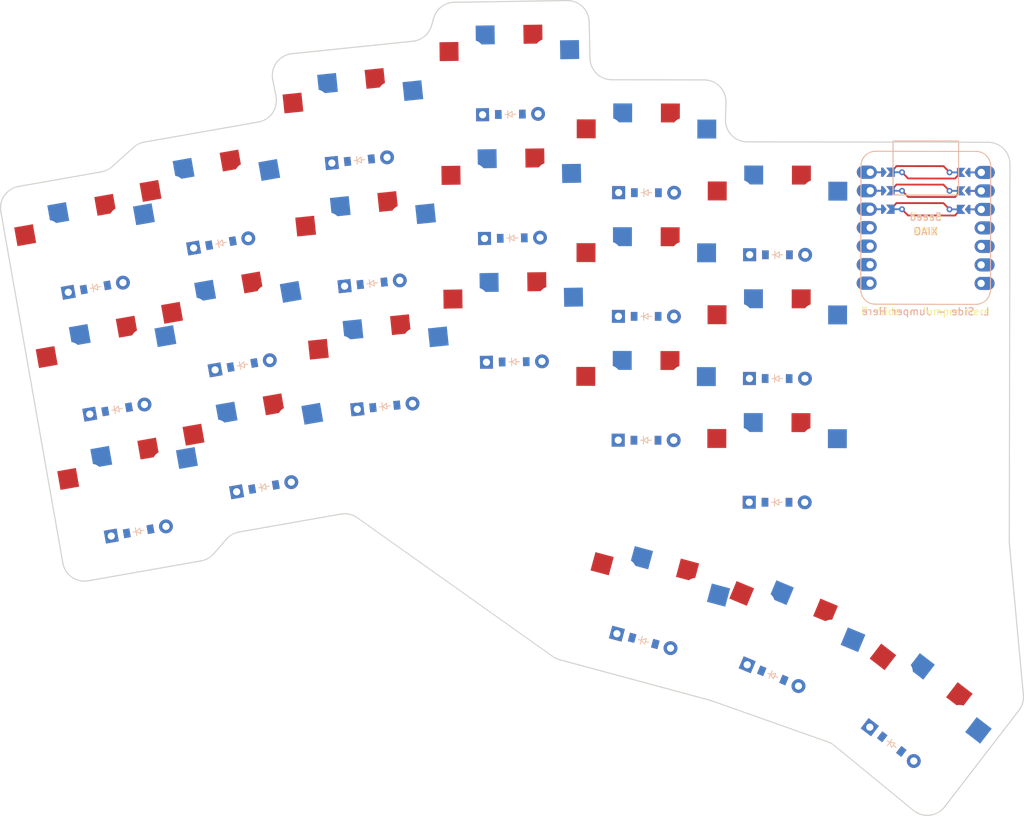
<source format=kicad_pcb>

            
(kicad_pcb (version 20171130) (host pcbnew 5.1.6)

  (page A3)
  (title_block
    (title main)
    (rev v1.0.0)
    (company Unknown)
  )

  (general
    (thickness 1.6)
  )

  (layers
    (0 F.Cu signal)
    (31 B.Cu signal)
    (32 B.Adhes user)
    (33 F.Adhes user)
    (34 B.Paste user)
    (35 F.Paste user)
    (36 B.SilkS user)
    (37 F.SilkS user)
    (38 B.Mask user)
    (39 F.Mask user)
    (40 Dwgs.User user)
    (41 Cmts.User user)
    (42 Eco1.User user)
    (43 Eco2.User user)
    (44 Edge.Cuts user)
    (45 Margin user)
    (46 B.CrtYd user)
    (47 F.CrtYd user)
    (48 B.Fab user)
    (49 F.Fab user)
  )

  (setup
    (last_trace_width 0.25)
    (trace_clearance 0.2)
    (zone_clearance 0.508)
    (zone_45_only no)
    (trace_min 0.2)
    (via_size 0.8)
    (via_drill 0.4)
    (via_min_size 0.4)
    (via_min_drill 0.3)
    (uvia_size 0.3)
    (uvia_drill 0.1)
    (uvias_allowed no)
    (uvia_min_size 0.2)
    (uvia_min_drill 0.1)
    (edge_width 0.05)
    (segment_width 0.2)
    (pcb_text_width 0.3)
    (pcb_text_size 1.5 1.5)
    (mod_edge_width 0.12)
    (mod_text_size 1 1)
    (mod_text_width 0.15)
    (pad_size 1.524 1.524)
    (pad_drill 0.762)
    (pad_to_mask_clearance 0.05)
    (aux_axis_origin 0 0)
    (visible_elements FFFFFF7F)
    (pcbplotparams
      (layerselection 0x010fc_ffffffff)
      (usegerberextensions false)
      (usegerberattributes true)
      (usegerberadvancedattributes true)
      (creategerberjobfile true)
      (excludeedgelayer true)
      (linewidth 0.100000)
      (plotframeref false)
      (viasonmask false)
      (mode 1)
      (useauxorigin false)
      (hpglpennumber 1)
      (hpglpenspeed 20)
      (hpglpendiameter 15.000000)
      (psnegative false)
      (psa4output false)
      (plotreference true)
      (plotvalue true)
      (plotinvisibletext false)
      (padsonsilk false)
      (subtractmaskfromsilk false)
      (outputformat 1)
      (mirror false)
      (drillshape 1)
      (scaleselection 1)
      (outputdirectory ""))
  )

            (net 0 "")
(net 1 "P0")
(net 2 "outer_bottom")
(net 3 "outer_home")
(net 4 "outer_top")
(net 5 "P1")
(net 6 "pinky_bottom")
(net 7 "pinky_home")
(net 8 "pinky_top")
(net 9 "P2")
(net 10 "ring_bottom")
(net 11 "ring_home")
(net 12 "ring_top")
(net 13 "P3")
(net 14 "middle_bottom")
(net 15 "middle_home")
(net 16 "middle_top")
(net 17 "P4")
(net 18 "index_bottom")
(net 19 "index_home")
(net 20 "index_top")
(net 21 "P5")
(net 22 "inner_bottom")
(net 23 "inner_home")
(net 24 "inner_top")
(net 25 "left_cluster")
(net 26 "middle_cluster")
(net 27 "right_cluster")
(net 28 "P9")
(net 29 "P8")
(net 30 "P7")
(net 31 "P10")
(net 32 "P6")
(net 33 "VCC")
(net 34 "GND")
(net 35 "V3")
(net 36 "_1_0")
(net 37 "_1_13")
(net 38 "_1_1")
(net 39 "_1_12")
(net 40 "_1_2")
(net 41 "_1_11")
(net 42 "_1_3")
(net 43 "_1_10")
(net 44 "_1_4")
(net 45 "_1_9")
(net 46 "_1_5")
(net 47 "_1_8")
(net 48 "_1_6")
(net 49 "_1_7")
            
  (net_class Default "This is the default net class."
    (clearance 0.2)
    (trace_width 0.25)
    (via_dia 0.8)
    (via_drill 0.4)
    (uvia_dia 0.3)
    (uvia_drill 0.1)
    (add_net "")
(add_net "P0")
(add_net "outer_bottom")
(add_net "outer_home")
(add_net "outer_top")
(add_net "P1")
(add_net "pinky_bottom")
(add_net "pinky_home")
(add_net "pinky_top")
(add_net "P2")
(add_net "ring_bottom")
(add_net "ring_home")
(add_net "ring_top")
(add_net "P3")
(add_net "middle_bottom")
(add_net "middle_home")
(add_net "middle_top")
(add_net "P4")
(add_net "index_bottom")
(add_net "index_home")
(add_net "index_top")
(add_net "P5")
(add_net "inner_bottom")
(add_net "inner_home")
(add_net "inner_top")
(add_net "left_cluster")
(add_net "middle_cluster")
(add_net "right_cluster")
(add_net "P9")
(add_net "P8")
(add_net "P7")
(add_net "P10")
(add_net "P6")
(add_net "VCC")
(add_net "GND")
(add_net "V3")
(add_net "_1_0")
(add_net "_1_13")
(add_net "_1_1")
(add_net "_1_12")
(add_net "_1_2")
(add_net "_1_11")
(add_net "_1_3")
(add_net "_1_10")
(add_net "_1_4")
(add_net "_1_9")
(add_net "_1_5")
(add_net "_1_8")
(add_net "_1_6")
(add_net "_1_7")
  )

            
        
      (module PG1350 (layer F.Cu) (tedit 5DD50112)
      (at 100 100 10)

      
      (fp_text reference "N1" (at 0 0) (layer F.SilkS) hide (effects (font (size 1.27 1.27) (thickness 0.15))))
      (fp_text value "" (at 0 0) (layer F.SilkS) hide (effects (font (size 1.27 1.27) (thickness 0.15))))

      
      (fp_line (start -7 -6) (end -7 -7) (layer Dwgs.User) (width 0.15))
      (fp_line (start -7 7) (end -6 7) (layer Dwgs.User) (width 0.15))
      (fp_line (start -6 -7) (end -7 -7) (layer Dwgs.User) (width 0.15))
      (fp_line (start -7 7) (end -7 6) (layer Dwgs.User) (width 0.15))
      (fp_line (start 7 6) (end 7 7) (layer Dwgs.User) (width 0.15))
      (fp_line (start 7 -7) (end 6 -7) (layer Dwgs.User) (width 0.15))
      (fp_line (start 6 7) (end 7 7) (layer Dwgs.User) (width 0.15))
      (fp_line (start 7 -7) (end 7 -6) (layer Dwgs.User) (width 0.15))      
      
      
      (pad "" np_thru_hole circle (at 0 0) (size 3.429 3.429) (drill 3.429) (layers *.Cu *.Mask))
        
      
      (pad "" np_thru_hole circle (at 5.5 0) (size 1.7018 1.7018) (drill 1.7018) (layers *.Cu *.Mask))
      (pad "" np_thru_hole circle (at -5.5 0) (size 1.7018 1.7018) (drill 1.7018) (layers *.Cu *.Mask))
      
        
      
      (fp_line (start -9 -8.5) (end 9 -8.5) (layer Dwgs.User) (width 0.15))
      (fp_line (start 9 -8.5) (end 9 8.5) (layer Dwgs.User) (width 0.15))
      (fp_line (start 9 8.5) (end -9 8.5) (layer Dwgs.User) (width 0.15))
      (fp_line (start -9 8.5) (end -9 -8.5) (layer Dwgs.User) (width 0.15))
      
        
            
            (pad 1 thru_hole circle (at 5 -3.8) (size 2.032 2.032) (drill 1.27) (layers *.Cu *.Mask) (net 1 "P0"))
            (pad 2 thru_hole circle (at 0 -5.9) (size 2.032 2.032) (drill 1.27) (layers *.Cu *.Mask) (net 2 "outer_bottom"))
          
        
            
            (pad 1 thru_hole circle (at -5 -3.8) (size 2.032 2.032) (drill 1.27) (layers *.Cu *.Mask) (net 1 "P0"))
            (pad 2 thru_hole circle (at -0 -5.9) (size 2.032 2.032) (drill 1.27) (layers *.Cu *.Mask) (net 2 "outer_bottom"))
          )
        

        
      (module PG1350 (layer F.Cu) (tedit 5DD50112)
      (at 97.047981 83.2582682 10)

      
      (fp_text reference "N2" (at 0 0) (layer F.SilkS) hide (effects (font (size 1.27 1.27) (thickness 0.15))))
      (fp_text value "" (at 0 0) (layer F.SilkS) hide (effects (font (size 1.27 1.27) (thickness 0.15))))

      
      (fp_line (start -7 -6) (end -7 -7) (layer Dwgs.User) (width 0.15))
      (fp_line (start -7 7) (end -6 7) (layer Dwgs.User) (width 0.15))
      (fp_line (start -6 -7) (end -7 -7) (layer Dwgs.User) (width 0.15))
      (fp_line (start -7 7) (end -7 6) (layer Dwgs.User) (width 0.15))
      (fp_line (start 7 6) (end 7 7) (layer Dwgs.User) (width 0.15))
      (fp_line (start 7 -7) (end 6 -7) (layer Dwgs.User) (width 0.15))
      (fp_line (start 6 7) (end 7 7) (layer Dwgs.User) (width 0.15))
      (fp_line (start 7 -7) (end 7 -6) (layer Dwgs.User) (width 0.15))      
      
      
      (pad "" np_thru_hole circle (at 0 0) (size 3.429 3.429) (drill 3.429) (layers *.Cu *.Mask))
        
      
      (pad "" np_thru_hole circle (at 5.5 0) (size 1.7018 1.7018) (drill 1.7018) (layers *.Cu *.Mask))
      (pad "" np_thru_hole circle (at -5.5 0) (size 1.7018 1.7018) (drill 1.7018) (layers *.Cu *.Mask))
      
        
      
      (fp_line (start -9 -8.5) (end 9 -8.5) (layer Dwgs.User) (width 0.15))
      (fp_line (start 9 -8.5) (end 9 8.5) (layer Dwgs.User) (width 0.15))
      (fp_line (start 9 8.5) (end -9 8.5) (layer Dwgs.User) (width 0.15))
      (fp_line (start -9 8.5) (end -9 -8.5) (layer Dwgs.User) (width 0.15))
      
        
            
            (pad 1 thru_hole circle (at 5 -3.8) (size 2.032 2.032) (drill 1.27) (layers *.Cu *.Mask) (net 1 "P0"))
            (pad 2 thru_hole circle (at 0 -5.9) (size 2.032 2.032) (drill 1.27) (layers *.Cu *.Mask) (net 3 "outer_home"))
          
        
            
            (pad 1 thru_hole circle (at -5 -3.8) (size 2.032 2.032) (drill 1.27) (layers *.Cu *.Mask) (net 1 "P0"))
            (pad 2 thru_hole circle (at -0 -5.9) (size 2.032 2.032) (drill 1.27) (layers *.Cu *.Mask) (net 3 "outer_home"))
          )
        

        
      (module PG1350 (layer F.Cu) (tedit 5DD50112)
      (at 94.09596199999999 66.5165364 10)

      
      (fp_text reference "N3" (at 0 0) (layer F.SilkS) hide (effects (font (size 1.27 1.27) (thickness 0.15))))
      (fp_text value "" (at 0 0) (layer F.SilkS) hide (effects (font (size 1.27 1.27) (thickness 0.15))))

      
      (fp_line (start -7 -6) (end -7 -7) (layer Dwgs.User) (width 0.15))
      (fp_line (start -7 7) (end -6 7) (layer Dwgs.User) (width 0.15))
      (fp_line (start -6 -7) (end -7 -7) (layer Dwgs.User) (width 0.15))
      (fp_line (start -7 7) (end -7 6) (layer Dwgs.User) (width 0.15))
      (fp_line (start 7 6) (end 7 7) (layer Dwgs.User) (width 0.15))
      (fp_line (start 7 -7) (end 6 -7) (layer Dwgs.User) (width 0.15))
      (fp_line (start 6 7) (end 7 7) (layer Dwgs.User) (width 0.15))
      (fp_line (start 7 -7) (end 7 -6) (layer Dwgs.User) (width 0.15))      
      
      
      (pad "" np_thru_hole circle (at 0 0) (size 3.429 3.429) (drill 3.429) (layers *.Cu *.Mask))
        
      
      (pad "" np_thru_hole circle (at 5.5 0) (size 1.7018 1.7018) (drill 1.7018) (layers *.Cu *.Mask))
      (pad "" np_thru_hole circle (at -5.5 0) (size 1.7018 1.7018) (drill 1.7018) (layers *.Cu *.Mask))
      
        
      
      (fp_line (start -9 -8.5) (end 9 -8.5) (layer Dwgs.User) (width 0.15))
      (fp_line (start 9 -8.5) (end 9 8.5) (layer Dwgs.User) (width 0.15))
      (fp_line (start 9 8.5) (end -9 8.5) (layer Dwgs.User) (width 0.15))
      (fp_line (start -9 8.5) (end -9 -8.5) (layer Dwgs.User) (width 0.15))
      
        
            
            (pad 1 thru_hole circle (at 5 -3.8) (size 2.032 2.032) (drill 1.27) (layers *.Cu *.Mask) (net 1 "P0"))
            (pad 2 thru_hole circle (at 0 -5.9) (size 2.032 2.032) (drill 1.27) (layers *.Cu *.Mask) (net 4 "outer_top"))
          
        
            
            (pad 1 thru_hole circle (at -5 -3.8) (size 2.032 2.032) (drill 1.27) (layers *.Cu *.Mask) (net 1 "P0"))
            (pad 2 thru_hole circle (at -0 -5.9) (size 2.032 2.032) (drill 1.27) (layers *.Cu *.Mask) (net 4 "outer_top"))
          )
        

        
      (module PG1350 (layer F.Cu) (tedit 5DD50112)
      (at 117.205595 93.9199095 10)

      
      (fp_text reference "N4" (at 0 0) (layer F.SilkS) hide (effects (font (size 1.27 1.27) (thickness 0.15))))
      (fp_text value "" (at 0 0) (layer F.SilkS) hide (effects (font (size 1.27 1.27) (thickness 0.15))))

      
      (fp_line (start -7 -6) (end -7 -7) (layer Dwgs.User) (width 0.15))
      (fp_line (start -7 7) (end -6 7) (layer Dwgs.User) (width 0.15))
      (fp_line (start -6 -7) (end -7 -7) (layer Dwgs.User) (width 0.15))
      (fp_line (start -7 7) (end -7 6) (layer Dwgs.User) (width 0.15))
      (fp_line (start 7 6) (end 7 7) (layer Dwgs.User) (width 0.15))
      (fp_line (start 7 -7) (end 6 -7) (layer Dwgs.User) (width 0.15))
      (fp_line (start 6 7) (end 7 7) (layer Dwgs.User) (width 0.15))
      (fp_line (start 7 -7) (end 7 -6) (layer Dwgs.User) (width 0.15))      
      
      
      (pad "" np_thru_hole circle (at 0 0) (size 3.429 3.429) (drill 3.429) (layers *.Cu *.Mask))
        
      
      (pad "" np_thru_hole circle (at 5.5 0) (size 1.7018 1.7018) (drill 1.7018) (layers *.Cu *.Mask))
      (pad "" np_thru_hole circle (at -5.5 0) (size 1.7018 1.7018) (drill 1.7018) (layers *.Cu *.Mask))
      
        
      
      (fp_line (start -9 -8.5) (end 9 -8.5) (layer Dwgs.User) (width 0.15))
      (fp_line (start 9 -8.5) (end 9 8.5) (layer Dwgs.User) (width 0.15))
      (fp_line (start 9 8.5) (end -9 8.5) (layer Dwgs.User) (width 0.15))
      (fp_line (start -9 8.5) (end -9 -8.5) (layer Dwgs.User) (width 0.15))
      
        
            
            (pad 1 thru_hole circle (at 5 -3.8) (size 2.032 2.032) (drill 1.27) (layers *.Cu *.Mask) (net 5 "P1"))
            (pad 2 thru_hole circle (at 0 -5.9) (size 2.032 2.032) (drill 1.27) (layers *.Cu *.Mask) (net 6 "pinky_bottom"))
          
        
            
            (pad 1 thru_hole circle (at -5 -3.8) (size 2.032 2.032) (drill 1.27) (layers *.Cu *.Mask) (net 5 "P1"))
            (pad 2 thru_hole circle (at -0 -5.9) (size 2.032 2.032) (drill 1.27) (layers *.Cu *.Mask) (net 6 "pinky_bottom"))
          )
        

        
      (module PG1350 (layer F.Cu) (tedit 5DD50112)
      (at 114.25357600000001 77.1781777 10)

      
      (fp_text reference "N5" (at 0 0) (layer F.SilkS) hide (effects (font (size 1.27 1.27) (thickness 0.15))))
      (fp_text value "" (at 0 0) (layer F.SilkS) hide (effects (font (size 1.27 1.27) (thickness 0.15))))

      
      (fp_line (start -7 -6) (end -7 -7) (layer Dwgs.User) (width 0.15))
      (fp_line (start -7 7) (end -6 7) (layer Dwgs.User) (width 0.15))
      (fp_line (start -6 -7) (end -7 -7) (layer Dwgs.User) (width 0.15))
      (fp_line (start -7 7) (end -7 6) (layer Dwgs.User) (width 0.15))
      (fp_line (start 7 6) (end 7 7) (layer Dwgs.User) (width 0.15))
      (fp_line (start 7 -7) (end 6 -7) (layer Dwgs.User) (width 0.15))
      (fp_line (start 6 7) (end 7 7) (layer Dwgs.User) (width 0.15))
      (fp_line (start 7 -7) (end 7 -6) (layer Dwgs.User) (width 0.15))      
      
      
      (pad "" np_thru_hole circle (at 0 0) (size 3.429 3.429) (drill 3.429) (layers *.Cu *.Mask))
        
      
      (pad "" np_thru_hole circle (at 5.5 0) (size 1.7018 1.7018) (drill 1.7018) (layers *.Cu *.Mask))
      (pad "" np_thru_hole circle (at -5.5 0) (size 1.7018 1.7018) (drill 1.7018) (layers *.Cu *.Mask))
      
        
      
      (fp_line (start -9 -8.5) (end 9 -8.5) (layer Dwgs.User) (width 0.15))
      (fp_line (start 9 -8.5) (end 9 8.5) (layer Dwgs.User) (width 0.15))
      (fp_line (start 9 8.5) (end -9 8.5) (layer Dwgs.User) (width 0.15))
      (fp_line (start -9 8.5) (end -9 -8.5) (layer Dwgs.User) (width 0.15))
      
        
            
            (pad 1 thru_hole circle (at 5 -3.8) (size 2.032 2.032) (drill 1.27) (layers *.Cu *.Mask) (net 5 "P1"))
            (pad 2 thru_hole circle (at 0 -5.9) (size 2.032 2.032) (drill 1.27) (layers *.Cu *.Mask) (net 7 "pinky_home"))
          
        
            
            (pad 1 thru_hole circle (at -5 -3.8) (size 2.032 2.032) (drill 1.27) (layers *.Cu *.Mask) (net 5 "P1"))
            (pad 2 thru_hole circle (at -0 -5.9) (size 2.032 2.032) (drill 1.27) (layers *.Cu *.Mask) (net 7 "pinky_home"))
          )
        

        
      (module PG1350 (layer F.Cu) (tedit 5DD50112)
      (at 111.301557 60.43644590000001 10)

      
      (fp_text reference "N6" (at 0 0) (layer F.SilkS) hide (effects (font (size 1.27 1.27) (thickness 0.15))))
      (fp_text value "" (at 0 0) (layer F.SilkS) hide (effects (font (size 1.27 1.27) (thickness 0.15))))

      
      (fp_line (start -7 -6) (end -7 -7) (layer Dwgs.User) (width 0.15))
      (fp_line (start -7 7) (end -6 7) (layer Dwgs.User) (width 0.15))
      (fp_line (start -6 -7) (end -7 -7) (layer Dwgs.User) (width 0.15))
      (fp_line (start -7 7) (end -7 6) (layer Dwgs.User) (width 0.15))
      (fp_line (start 7 6) (end 7 7) (layer Dwgs.User) (width 0.15))
      (fp_line (start 7 -7) (end 6 -7) (layer Dwgs.User) (width 0.15))
      (fp_line (start 6 7) (end 7 7) (layer Dwgs.User) (width 0.15))
      (fp_line (start 7 -7) (end 7 -6) (layer Dwgs.User) (width 0.15))      
      
      
      (pad "" np_thru_hole circle (at 0 0) (size 3.429 3.429) (drill 3.429) (layers *.Cu *.Mask))
        
      
      (pad "" np_thru_hole circle (at 5.5 0) (size 1.7018 1.7018) (drill 1.7018) (layers *.Cu *.Mask))
      (pad "" np_thru_hole circle (at -5.5 0) (size 1.7018 1.7018) (drill 1.7018) (layers *.Cu *.Mask))
      
        
      
      (fp_line (start -9 -8.5) (end 9 -8.5) (layer Dwgs.User) (width 0.15))
      (fp_line (start 9 -8.5) (end 9 8.5) (layer Dwgs.User) (width 0.15))
      (fp_line (start 9 8.5) (end -9 8.5) (layer Dwgs.User) (width 0.15))
      (fp_line (start -9 8.5) (end -9 -8.5) (layer Dwgs.User) (width 0.15))
      
        
            
            (pad 1 thru_hole circle (at 5 -3.8) (size 2.032 2.032) (drill 1.27) (layers *.Cu *.Mask) (net 5 "P1"))
            (pad 2 thru_hole circle (at 0 -5.9) (size 2.032 2.032) (drill 1.27) (layers *.Cu *.Mask) (net 8 "pinky_top"))
          
        
            
            (pad 1 thru_hole circle (at -5 -3.8) (size 2.032 2.032) (drill 1.27) (layers *.Cu *.Mask) (net 5 "P1"))
            (pad 2 thru_hole circle (at -0 -5.9) (size 2.032 2.032) (drill 1.27) (layers *.Cu *.Mask) (net 8 "pinky_top"))
          )
        

        
      (module PG1350 (layer F.Cu) (tedit 5DD50112)
      (at 134.163378 82.806382 5.9)

      
      (fp_text reference "N7" (at 0 0) (layer F.SilkS) hide (effects (font (size 1.27 1.27) (thickness 0.15))))
      (fp_text value "" (at 0 0) (layer F.SilkS) hide (effects (font (size 1.27 1.27) (thickness 0.15))))

      
      (fp_line (start -7 -6) (end -7 -7) (layer Dwgs.User) (width 0.15))
      (fp_line (start -7 7) (end -6 7) (layer Dwgs.User) (width 0.15))
      (fp_line (start -6 -7) (end -7 -7) (layer Dwgs.User) (width 0.15))
      (fp_line (start -7 7) (end -7 6) (layer Dwgs.User) (width 0.15))
      (fp_line (start 7 6) (end 7 7) (layer Dwgs.User) (width 0.15))
      (fp_line (start 7 -7) (end 6 -7) (layer Dwgs.User) (width 0.15))
      (fp_line (start 6 7) (end 7 7) (layer Dwgs.User) (width 0.15))
      (fp_line (start 7 -7) (end 7 -6) (layer Dwgs.User) (width 0.15))      
      
      
      (pad "" np_thru_hole circle (at 0 0) (size 3.429 3.429) (drill 3.429) (layers *.Cu *.Mask))
        
      
      (pad "" np_thru_hole circle (at 5.5 0) (size 1.7018 1.7018) (drill 1.7018) (layers *.Cu *.Mask))
      (pad "" np_thru_hole circle (at -5.5 0) (size 1.7018 1.7018) (drill 1.7018) (layers *.Cu *.Mask))
      
        
      
      (fp_line (start -9 -8.5) (end 9 -8.5) (layer Dwgs.User) (width 0.15))
      (fp_line (start 9 -8.5) (end 9 8.5) (layer Dwgs.User) (width 0.15))
      (fp_line (start 9 8.5) (end -9 8.5) (layer Dwgs.User) (width 0.15))
      (fp_line (start -9 8.5) (end -9 -8.5) (layer Dwgs.User) (width 0.15))
      
        
            
            (pad 1 thru_hole circle (at 5 -3.8) (size 2.032 2.032) (drill 1.27) (layers *.Cu *.Mask) (net 9 "P2"))
            (pad 2 thru_hole circle (at 0 -5.9) (size 2.032 2.032) (drill 1.27) (layers *.Cu *.Mask) (net 10 "ring_bottom"))
          
        
            
            (pad 1 thru_hole circle (at -5 -3.8) (size 2.032 2.032) (drill 1.27) (layers *.Cu *.Mask) (net 9 "P2"))
            (pad 2 thru_hole circle (at -0 -5.9) (size 2.032 2.032) (drill 1.27) (layers *.Cu *.Mask) (net 10 "ring_bottom"))
          )
        

        
      (module PG1350 (layer F.Cu) (tedit 5DD50112)
      (at 132.4159049 65.8964341 5.9)

      
      (fp_text reference "N8" (at 0 0) (layer F.SilkS) hide (effects (font (size 1.27 1.27) (thickness 0.15))))
      (fp_text value "" (at 0 0) (layer F.SilkS) hide (effects (font (size 1.27 1.27) (thickness 0.15))))

      
      (fp_line (start -7 -6) (end -7 -7) (layer Dwgs.User) (width 0.15))
      (fp_line (start -7 7) (end -6 7) (layer Dwgs.User) (width 0.15))
      (fp_line (start -6 -7) (end -7 -7) (layer Dwgs.User) (width 0.15))
      (fp_line (start -7 7) (end -7 6) (layer Dwgs.User) (width 0.15))
      (fp_line (start 7 6) (end 7 7) (layer Dwgs.User) (width 0.15))
      (fp_line (start 7 -7) (end 6 -7) (layer Dwgs.User) (width 0.15))
      (fp_line (start 6 7) (end 7 7) (layer Dwgs.User) (width 0.15))
      (fp_line (start 7 -7) (end 7 -6) (layer Dwgs.User) (width 0.15))      
      
      
      (pad "" np_thru_hole circle (at 0 0) (size 3.429 3.429) (drill 3.429) (layers *.Cu *.Mask))
        
      
      (pad "" np_thru_hole circle (at 5.5 0) (size 1.7018 1.7018) (drill 1.7018) (layers *.Cu *.Mask))
      (pad "" np_thru_hole circle (at -5.5 0) (size 1.7018 1.7018) (drill 1.7018) (layers *.Cu *.Mask))
      
        
      
      (fp_line (start -9 -8.5) (end 9 -8.5) (layer Dwgs.User) (width 0.15))
      (fp_line (start 9 -8.5) (end 9 8.5) (layer Dwgs.User) (width 0.15))
      (fp_line (start 9 8.5) (end -9 8.5) (layer Dwgs.User) (width 0.15))
      (fp_line (start -9 8.5) (end -9 -8.5) (layer Dwgs.User) (width 0.15))
      
        
            
            (pad 1 thru_hole circle (at 5 -3.8) (size 2.032 2.032) (drill 1.27) (layers *.Cu *.Mask) (net 9 "P2"))
            (pad 2 thru_hole circle (at 0 -5.9) (size 2.032 2.032) (drill 1.27) (layers *.Cu *.Mask) (net 11 "ring_home"))
          
        
            
            (pad 1 thru_hole circle (at -5 -3.8) (size 2.032 2.032) (drill 1.27) (layers *.Cu *.Mask) (net 9 "P2"))
            (pad 2 thru_hole circle (at -0 -5.9) (size 2.032 2.032) (drill 1.27) (layers *.Cu *.Mask) (net 11 "ring_home"))
          )
        

        
      (module PG1350 (layer F.Cu) (tedit 5DD50112)
      (at 130.66843179999998 48.986486199999995 5.9)

      
      (fp_text reference "N9" (at 0 0) (layer F.SilkS) hide (effects (font (size 1.27 1.27) (thickness 0.15))))
      (fp_text value "" (at 0 0) (layer F.SilkS) hide (effects (font (size 1.27 1.27) (thickness 0.15))))

      
      (fp_line (start -7 -6) (end -7 -7) (layer Dwgs.User) (width 0.15))
      (fp_line (start -7 7) (end -6 7) (layer Dwgs.User) (width 0.15))
      (fp_line (start -6 -7) (end -7 -7) (layer Dwgs.User) (width 0.15))
      (fp_line (start -7 7) (end -7 6) (layer Dwgs.User) (width 0.15))
      (fp_line (start 7 6) (end 7 7) (layer Dwgs.User) (width 0.15))
      (fp_line (start 7 -7) (end 6 -7) (layer Dwgs.User) (width 0.15))
      (fp_line (start 6 7) (end 7 7) (layer Dwgs.User) (width 0.15))
      (fp_line (start 7 -7) (end 7 -6) (layer Dwgs.User) (width 0.15))      
      
      
      (pad "" np_thru_hole circle (at 0 0) (size 3.429 3.429) (drill 3.429) (layers *.Cu *.Mask))
        
      
      (pad "" np_thru_hole circle (at 5.5 0) (size 1.7018 1.7018) (drill 1.7018) (layers *.Cu *.Mask))
      (pad "" np_thru_hole circle (at -5.5 0) (size 1.7018 1.7018) (drill 1.7018) (layers *.Cu *.Mask))
      
        
      
      (fp_line (start -9 -8.5) (end 9 -8.5) (layer Dwgs.User) (width 0.15))
      (fp_line (start 9 -8.5) (end 9 8.5) (layer Dwgs.User) (width 0.15))
      (fp_line (start 9 8.5) (end -9 8.5) (layer Dwgs.User) (width 0.15))
      (fp_line (start -9 8.5) (end -9 -8.5) (layer Dwgs.User) (width 0.15))
      
        
            
            (pad 1 thru_hole circle (at 5 -3.8) (size 2.032 2.032) (drill 1.27) (layers *.Cu *.Mask) (net 9 "P2"))
            (pad 2 thru_hole circle (at 0 -5.9) (size 2.032 2.032) (drill 1.27) (layers *.Cu *.Mask) (net 12 "ring_top"))
          
        
            
            (pad 1 thru_hole circle (at -5 -3.8) (size 2.032 2.032) (drill 1.27) (layers *.Cu *.Mask) (net 9 "P2"))
            (pad 2 thru_hole circle (at -0 -5.9) (size 2.032 2.032) (drill 1.27) (layers *.Cu *.Mask) (net 12 "ring_top"))
          )
        

        
      (module PG1350 (layer F.Cu) (tedit 5DD50112)
      (at 152.3473465 76.6546187 0.9000000000000004)

      
      (fp_text reference "N10" (at 0 0) (layer F.SilkS) hide (effects (font (size 1.27 1.27) (thickness 0.15))))
      (fp_text value "" (at 0 0) (layer F.SilkS) hide (effects (font (size 1.27 1.27) (thickness 0.15))))

      
      (fp_line (start -7 -6) (end -7 -7) (layer Dwgs.User) (width 0.15))
      (fp_line (start -7 7) (end -6 7) (layer Dwgs.User) (width 0.15))
      (fp_line (start -6 -7) (end -7 -7) (layer Dwgs.User) (width 0.15))
      (fp_line (start -7 7) (end -7 6) (layer Dwgs.User) (width 0.15))
      (fp_line (start 7 6) (end 7 7) (layer Dwgs.User) (width 0.15))
      (fp_line (start 7 -7) (end 6 -7) (layer Dwgs.User) (width 0.15))
      (fp_line (start 6 7) (end 7 7) (layer Dwgs.User) (width 0.15))
      (fp_line (start 7 -7) (end 7 -6) (layer Dwgs.User) (width 0.15))      
      
      
      (pad "" np_thru_hole circle (at 0 0) (size 3.429 3.429) (drill 3.429) (layers *.Cu *.Mask))
        
      
      (pad "" np_thru_hole circle (at 5.5 0) (size 1.7018 1.7018) (drill 1.7018) (layers *.Cu *.Mask))
      (pad "" np_thru_hole circle (at -5.5 0) (size 1.7018 1.7018) (drill 1.7018) (layers *.Cu *.Mask))
      
        
      
      (fp_line (start -9 -8.5) (end 9 -8.5) (layer Dwgs.User) (width 0.15))
      (fp_line (start 9 -8.5) (end 9 8.5) (layer Dwgs.User) (width 0.15))
      (fp_line (start 9 8.5) (end -9 8.5) (layer Dwgs.User) (width 0.15))
      (fp_line (start -9 8.5) (end -9 -8.5) (layer Dwgs.User) (width 0.15))
      
        
            
            (pad 1 thru_hole circle (at 5 -3.8) (size 2.032 2.032) (drill 1.27) (layers *.Cu *.Mask) (net 13 "P3"))
            (pad 2 thru_hole circle (at 0 -5.9) (size 2.032 2.032) (drill 1.27) (layers *.Cu *.Mask) (net 14 "middle_bottom"))
          
        
            
            (pad 1 thru_hole circle (at -5 -3.8) (size 2.032 2.032) (drill 1.27) (layers *.Cu *.Mask) (net 13 "P3"))
            (pad 2 thru_hole circle (at -0 -5.9) (size 2.032 2.032) (drill 1.27) (layers *.Cu *.Mask) (net 14 "middle_bottom"))
          )
        

        
      (module PG1350 (layer F.Cu) (tedit 5DD50112)
      (at 152.0803221 59.6567159 0.9000000000000004)

      
      (fp_text reference "N11" (at 0 0) (layer F.SilkS) hide (effects (font (size 1.27 1.27) (thickness 0.15))))
      (fp_text value "" (at 0 0) (layer F.SilkS) hide (effects (font (size 1.27 1.27) (thickness 0.15))))

      
      (fp_line (start -7 -6) (end -7 -7) (layer Dwgs.User) (width 0.15))
      (fp_line (start -7 7) (end -6 7) (layer Dwgs.User) (width 0.15))
      (fp_line (start -6 -7) (end -7 -7) (layer Dwgs.User) (width 0.15))
      (fp_line (start -7 7) (end -7 6) (layer Dwgs.User) (width 0.15))
      (fp_line (start 7 6) (end 7 7) (layer Dwgs.User) (width 0.15))
      (fp_line (start 7 -7) (end 6 -7) (layer Dwgs.User) (width 0.15))
      (fp_line (start 6 7) (end 7 7) (layer Dwgs.User) (width 0.15))
      (fp_line (start 7 -7) (end 7 -6) (layer Dwgs.User) (width 0.15))      
      
      
      (pad "" np_thru_hole circle (at 0 0) (size 3.429 3.429) (drill 3.429) (layers *.Cu *.Mask))
        
      
      (pad "" np_thru_hole circle (at 5.5 0) (size 1.7018 1.7018) (drill 1.7018) (layers *.Cu *.Mask))
      (pad "" np_thru_hole circle (at -5.5 0) (size 1.7018 1.7018) (drill 1.7018) (layers *.Cu *.Mask))
      
        
      
      (fp_line (start -9 -8.5) (end 9 -8.5) (layer Dwgs.User) (width 0.15))
      (fp_line (start 9 -8.5) (end 9 8.5) (layer Dwgs.User) (width 0.15))
      (fp_line (start 9 8.5) (end -9 8.5) (layer Dwgs.User) (width 0.15))
      (fp_line (start -9 8.5) (end -9 -8.5) (layer Dwgs.User) (width 0.15))
      
        
            
            (pad 1 thru_hole circle (at 5 -3.8) (size 2.032 2.032) (drill 1.27) (layers *.Cu *.Mask) (net 13 "P3"))
            (pad 2 thru_hole circle (at 0 -5.9) (size 2.032 2.032) (drill 1.27) (layers *.Cu *.Mask) (net 15 "middle_home"))
          
        
            
            (pad 1 thru_hole circle (at -5 -3.8) (size 2.032 2.032) (drill 1.27) (layers *.Cu *.Mask) (net 13 "P3"))
            (pad 2 thru_hole circle (at -0 -5.9) (size 2.032 2.032) (drill 1.27) (layers *.Cu *.Mask) (net 15 "middle_home"))
          )
        

        
      (module PG1350 (layer F.Cu) (tedit 5DD50112)
      (at 151.8132977 42.6588131 0.9000000000000004)

      
      (fp_text reference "N12" (at 0 0) (layer F.SilkS) hide (effects (font (size 1.27 1.27) (thickness 0.15))))
      (fp_text value "" (at 0 0) (layer F.SilkS) hide (effects (font (size 1.27 1.27) (thickness 0.15))))

      
      (fp_line (start -7 -6) (end -7 -7) (layer Dwgs.User) (width 0.15))
      (fp_line (start -7 7) (end -6 7) (layer Dwgs.User) (width 0.15))
      (fp_line (start -6 -7) (end -7 -7) (layer Dwgs.User) (width 0.15))
      (fp_line (start -7 7) (end -7 6) (layer Dwgs.User) (width 0.15))
      (fp_line (start 7 6) (end 7 7) (layer Dwgs.User) (width 0.15))
      (fp_line (start 7 -7) (end 6 -7) (layer Dwgs.User) (width 0.15))
      (fp_line (start 6 7) (end 7 7) (layer Dwgs.User) (width 0.15))
      (fp_line (start 7 -7) (end 7 -6) (layer Dwgs.User) (width 0.15))      
      
      
      (pad "" np_thru_hole circle (at 0 0) (size 3.429 3.429) (drill 3.429) (layers *.Cu *.Mask))
        
      
      (pad "" np_thru_hole circle (at 5.5 0) (size 1.7018 1.7018) (drill 1.7018) (layers *.Cu *.Mask))
      (pad "" np_thru_hole circle (at -5.5 0) (size 1.7018 1.7018) (drill 1.7018) (layers *.Cu *.Mask))
      
        
      
      (fp_line (start -9 -8.5) (end 9 -8.5) (layer Dwgs.User) (width 0.15))
      (fp_line (start 9 -8.5) (end 9 8.5) (layer Dwgs.User) (width 0.15))
      (fp_line (start 9 8.5) (end -9 8.5) (layer Dwgs.User) (width 0.15))
      (fp_line (start -9 8.5) (end -9 -8.5) (layer Dwgs.User) (width 0.15))
      
        
            
            (pad 1 thru_hole circle (at 5 -3.8) (size 2.032 2.032) (drill 1.27) (layers *.Cu *.Mask) (net 13 "P3"))
            (pad 2 thru_hole circle (at 0 -5.9) (size 2.032 2.032) (drill 1.27) (layers *.Cu *.Mask) (net 16 "middle_top"))
          
        
            
            (pad 1 thru_hole circle (at -5 -3.8) (size 2.032 2.032) (drill 1.27) (layers *.Cu *.Mask) (net 13 "P3"))
            (pad 2 thru_hole circle (at -0 -5.9) (size 2.032 2.032) (drill 1.27) (layers *.Cu *.Mask) (net 16 "middle_top"))
          )
        

        
      (module PG1350 (layer F.Cu) (tedit 5DD50112)
      (at 170.51869169999998 87.4205238 -0.09999999999999964)

      
      (fp_text reference "N13" (at 0 0) (layer F.SilkS) hide (effects (font (size 1.27 1.27) (thickness 0.15))))
      (fp_text value "" (at 0 0) (layer F.SilkS) hide (effects (font (size 1.27 1.27) (thickness 0.15))))

      
      (fp_line (start -7 -6) (end -7 -7) (layer Dwgs.User) (width 0.15))
      (fp_line (start -7 7) (end -6 7) (layer Dwgs.User) (width 0.15))
      (fp_line (start -6 -7) (end -7 -7) (layer Dwgs.User) (width 0.15))
      (fp_line (start -7 7) (end -7 6) (layer Dwgs.User) (width 0.15))
      (fp_line (start 7 6) (end 7 7) (layer Dwgs.User) (width 0.15))
      (fp_line (start 7 -7) (end 6 -7) (layer Dwgs.User) (width 0.15))
      (fp_line (start 6 7) (end 7 7) (layer Dwgs.User) (width 0.15))
      (fp_line (start 7 -7) (end 7 -6) (layer Dwgs.User) (width 0.15))      
      
      
      (pad "" np_thru_hole circle (at 0 0) (size 3.429 3.429) (drill 3.429) (layers *.Cu *.Mask))
        
      
      (pad "" np_thru_hole circle (at 5.5 0) (size 1.7018 1.7018) (drill 1.7018) (layers *.Cu *.Mask))
      (pad "" np_thru_hole circle (at -5.5 0) (size 1.7018 1.7018) (drill 1.7018) (layers *.Cu *.Mask))
      
        
      
      (fp_line (start -9 -8.5) (end 9 -8.5) (layer Dwgs.User) (width 0.15))
      (fp_line (start 9 -8.5) (end 9 8.5) (layer Dwgs.User) (width 0.15))
      (fp_line (start 9 8.5) (end -9 8.5) (layer Dwgs.User) (width 0.15))
      (fp_line (start -9 8.5) (end -9 -8.5) (layer Dwgs.User) (width 0.15))
      
        
            
            (pad 1 thru_hole circle (at 5 -3.8) (size 2.032 2.032) (drill 1.27) (layers *.Cu *.Mask) (net 17 "P4"))
            (pad 2 thru_hole circle (at 0 -5.9) (size 2.032 2.032) (drill 1.27) (layers *.Cu *.Mask) (net 18 "index_bottom"))
          
        
            
            (pad 1 thru_hole circle (at -5 -3.8) (size 2.032 2.032) (drill 1.27) (layers *.Cu *.Mask) (net 17 "P4"))
            (pad 2 thru_hole circle (at -0 -5.9) (size 2.032 2.032) (drill 1.27) (layers *.Cu *.Mask) (net 18 "index_bottom"))
          )
        

        
      (module PG1350 (layer F.Cu) (tedit 5DD50112)
      (at 170.54836229999998 70.4205497 -0.09999999999999964)

      
      (fp_text reference "N14" (at 0 0) (layer F.SilkS) hide (effects (font (size 1.27 1.27) (thickness 0.15))))
      (fp_text value "" (at 0 0) (layer F.SilkS) hide (effects (font (size 1.27 1.27) (thickness 0.15))))

      
      (fp_line (start -7 -6) (end -7 -7) (layer Dwgs.User) (width 0.15))
      (fp_line (start -7 7) (end -6 7) (layer Dwgs.User) (width 0.15))
      (fp_line (start -6 -7) (end -7 -7) (layer Dwgs.User) (width 0.15))
      (fp_line (start -7 7) (end -7 6) (layer Dwgs.User) (width 0.15))
      (fp_line (start 7 6) (end 7 7) (layer Dwgs.User) (width 0.15))
      (fp_line (start 7 -7) (end 6 -7) (layer Dwgs.User) (width 0.15))
      (fp_line (start 6 7) (end 7 7) (layer Dwgs.User) (width 0.15))
      (fp_line (start 7 -7) (end 7 -6) (layer Dwgs.User) (width 0.15))      
      
      
      (pad "" np_thru_hole circle (at 0 0) (size 3.429 3.429) (drill 3.429) (layers *.Cu *.Mask))
        
      
      (pad "" np_thru_hole circle (at 5.5 0) (size 1.7018 1.7018) (drill 1.7018) (layers *.Cu *.Mask))
      (pad "" np_thru_hole circle (at -5.5 0) (size 1.7018 1.7018) (drill 1.7018) (layers *.Cu *.Mask))
      
        
      
      (fp_line (start -9 -8.5) (end 9 -8.5) (layer Dwgs.User) (width 0.15))
      (fp_line (start 9 -8.5) (end 9 8.5) (layer Dwgs.User) (width 0.15))
      (fp_line (start 9 8.5) (end -9 8.5) (layer Dwgs.User) (width 0.15))
      (fp_line (start -9 8.5) (end -9 -8.5) (layer Dwgs.User) (width 0.15))
      
        
            
            (pad 1 thru_hole circle (at 5 -3.8) (size 2.032 2.032) (drill 1.27) (layers *.Cu *.Mask) (net 17 "P4"))
            (pad 2 thru_hole circle (at 0 -5.9) (size 2.032 2.032) (drill 1.27) (layers *.Cu *.Mask) (net 19 "index_home"))
          
        
            
            (pad 1 thru_hole circle (at -5 -3.8) (size 2.032 2.032) (drill 1.27) (layers *.Cu *.Mask) (net 17 "P4"))
            (pad 2 thru_hole circle (at -0 -5.9) (size 2.032 2.032) (drill 1.27) (layers *.Cu *.Mask) (net 19 "index_home"))
          )
        

        
      (module PG1350 (layer F.Cu) (tedit 5DD50112)
      (at 170.57803289999998 53.42057559999999 -0.09999999999999964)

      
      (fp_text reference "N15" (at 0 0) (layer F.SilkS) hide (effects (font (size 1.27 1.27) (thickness 0.15))))
      (fp_text value "" (at 0 0) (layer F.SilkS) hide (effects (font (size 1.27 1.27) (thickness 0.15))))

      
      (fp_line (start -7 -6) (end -7 -7) (layer Dwgs.User) (width 0.15))
      (fp_line (start -7 7) (end -6 7) (layer Dwgs.User) (width 0.15))
      (fp_line (start -6 -7) (end -7 -7) (layer Dwgs.User) (width 0.15))
      (fp_line (start -7 7) (end -7 6) (layer Dwgs.User) (width 0.15))
      (fp_line (start 7 6) (end 7 7) (layer Dwgs.User) (width 0.15))
      (fp_line (start 7 -7) (end 6 -7) (layer Dwgs.User) (width 0.15))
      (fp_line (start 6 7) (end 7 7) (layer Dwgs.User) (width 0.15))
      (fp_line (start 7 -7) (end 7 -6) (layer Dwgs.User) (width 0.15))      
      
      
      (pad "" np_thru_hole circle (at 0 0) (size 3.429 3.429) (drill 3.429) (layers *.Cu *.Mask))
        
      
      (pad "" np_thru_hole circle (at 5.5 0) (size 1.7018 1.7018) (drill 1.7018) (layers *.Cu *.Mask))
      (pad "" np_thru_hole circle (at -5.5 0) (size 1.7018 1.7018) (drill 1.7018) (layers *.Cu *.Mask))
      
        
      
      (fp_line (start -9 -8.5) (end 9 -8.5) (layer Dwgs.User) (width 0.15))
      (fp_line (start 9 -8.5) (end 9 8.5) (layer Dwgs.User) (width 0.15))
      (fp_line (start 9 8.5) (end -9 8.5) (layer Dwgs.User) (width 0.15))
      (fp_line (start -9 8.5) (end -9 -8.5) (layer Dwgs.User) (width 0.15))
      
        
            
            (pad 1 thru_hole circle (at 5 -3.8) (size 2.032 2.032) (drill 1.27) (layers *.Cu *.Mask) (net 17 "P4"))
            (pad 2 thru_hole circle (at 0 -5.9) (size 2.032 2.032) (drill 1.27) (layers *.Cu *.Mask) (net 20 "index_top"))
          
        
            
            (pad 1 thru_hole circle (at -5 -3.8) (size 2.032 2.032) (drill 1.27) (layers *.Cu *.Mask) (net 17 "P4"))
            (pad 2 thru_hole circle (at -0 -5.9) (size 2.032 2.032) (drill 1.27) (layers *.Cu *.Mask) (net 20 "index_top"))
          )
        

        
      (module PG1350 (layer F.Cu) (tedit 5DD50112)
      (at 188.50382899999997 95.9519268 -0.09999999999999964)

      
      (fp_text reference "N16" (at 0 0) (layer F.SilkS) hide (effects (font (size 1.27 1.27) (thickness 0.15))))
      (fp_text value "" (at 0 0) (layer F.SilkS) hide (effects (font (size 1.27 1.27) (thickness 0.15))))

      
      (fp_line (start -7 -6) (end -7 -7) (layer Dwgs.User) (width 0.15))
      (fp_line (start -7 7) (end -6 7) (layer Dwgs.User) (width 0.15))
      (fp_line (start -6 -7) (end -7 -7) (layer Dwgs.User) (width 0.15))
      (fp_line (start -7 7) (end -7 6) (layer Dwgs.User) (width 0.15))
      (fp_line (start 7 6) (end 7 7) (layer Dwgs.User) (width 0.15))
      (fp_line (start 7 -7) (end 6 -7) (layer Dwgs.User) (width 0.15))
      (fp_line (start 6 7) (end 7 7) (layer Dwgs.User) (width 0.15))
      (fp_line (start 7 -7) (end 7 -6) (layer Dwgs.User) (width 0.15))      
      
      
      (pad "" np_thru_hole circle (at 0 0) (size 3.429 3.429) (drill 3.429) (layers *.Cu *.Mask))
        
      
      (pad "" np_thru_hole circle (at 5.5 0) (size 1.7018 1.7018) (drill 1.7018) (layers *.Cu *.Mask))
      (pad "" np_thru_hole circle (at -5.5 0) (size 1.7018 1.7018) (drill 1.7018) (layers *.Cu *.Mask))
      
        
      
      (fp_line (start -9 -8.5) (end 9 -8.5) (layer Dwgs.User) (width 0.15))
      (fp_line (start 9 -8.5) (end 9 8.5) (layer Dwgs.User) (width 0.15))
      (fp_line (start 9 8.5) (end -9 8.5) (layer Dwgs.User) (width 0.15))
      (fp_line (start -9 8.5) (end -9 -8.5) (layer Dwgs.User) (width 0.15))
      
        
            
            (pad 1 thru_hole circle (at 5 -3.8) (size 2.032 2.032) (drill 1.27) (layers *.Cu *.Mask) (net 21 "P5"))
            (pad 2 thru_hole circle (at 0 -5.9) (size 2.032 2.032) (drill 1.27) (layers *.Cu *.Mask) (net 22 "inner_bottom"))
          
        
            
            (pad 1 thru_hole circle (at -5 -3.8) (size 2.032 2.032) (drill 1.27) (layers *.Cu *.Mask) (net 21 "P5"))
            (pad 2 thru_hole circle (at -0 -5.9) (size 2.032 2.032) (drill 1.27) (layers *.Cu *.Mask) (net 22 "inner_bottom"))
          )
        

        
      (module PG1350 (layer F.Cu) (tedit 5DD50112)
      (at 188.53349959999997 78.95195269999999 -0.09999999999999964)

      
      (fp_text reference "N17" (at 0 0) (layer F.SilkS) hide (effects (font (size 1.27 1.27) (thickness 0.15))))
      (fp_text value "" (at 0 0) (layer F.SilkS) hide (effects (font (size 1.27 1.27) (thickness 0.15))))

      
      (fp_line (start -7 -6) (end -7 -7) (layer Dwgs.User) (width 0.15))
      (fp_line (start -7 7) (end -6 7) (layer Dwgs.User) (width 0.15))
      (fp_line (start -6 -7) (end -7 -7) (layer Dwgs.User) (width 0.15))
      (fp_line (start -7 7) (end -7 6) (layer Dwgs.User) (width 0.15))
      (fp_line (start 7 6) (end 7 7) (layer Dwgs.User) (width 0.15))
      (fp_line (start 7 -7) (end 6 -7) (layer Dwgs.User) (width 0.15))
      (fp_line (start 6 7) (end 7 7) (layer Dwgs.User) (width 0.15))
      (fp_line (start 7 -7) (end 7 -6) (layer Dwgs.User) (width 0.15))      
      
      
      (pad "" np_thru_hole circle (at 0 0) (size 3.429 3.429) (drill 3.429) (layers *.Cu *.Mask))
        
      
      (pad "" np_thru_hole circle (at 5.5 0) (size 1.7018 1.7018) (drill 1.7018) (layers *.Cu *.Mask))
      (pad "" np_thru_hole circle (at -5.5 0) (size 1.7018 1.7018) (drill 1.7018) (layers *.Cu *.Mask))
      
        
      
      (fp_line (start -9 -8.5) (end 9 -8.5) (layer Dwgs.User) (width 0.15))
      (fp_line (start 9 -8.5) (end 9 8.5) (layer Dwgs.User) (width 0.15))
      (fp_line (start 9 8.5) (end -9 8.5) (layer Dwgs.User) (width 0.15))
      (fp_line (start -9 8.5) (end -9 -8.5) (layer Dwgs.User) (width 0.15))
      
        
            
            (pad 1 thru_hole circle (at 5 -3.8) (size 2.032 2.032) (drill 1.27) (layers *.Cu *.Mask) (net 21 "P5"))
            (pad 2 thru_hole circle (at 0 -5.9) (size 2.032 2.032) (drill 1.27) (layers *.Cu *.Mask) (net 23 "inner_home"))
          
        
            
            (pad 1 thru_hole circle (at -5 -3.8) (size 2.032 2.032) (drill 1.27) (layers *.Cu *.Mask) (net 21 "P5"))
            (pad 2 thru_hole circle (at -0 -5.9) (size 2.032 2.032) (drill 1.27) (layers *.Cu *.Mask) (net 23 "inner_home"))
          )
        

        
      (module PG1350 (layer F.Cu) (tedit 5DD50112)
      (at 188.56317019999997 61.95197859999999 -0.09999999999999964)

      
      (fp_text reference "N18" (at 0 0) (layer F.SilkS) hide (effects (font (size 1.27 1.27) (thickness 0.15))))
      (fp_text value "" (at 0 0) (layer F.SilkS) hide (effects (font (size 1.27 1.27) (thickness 0.15))))

      
      (fp_line (start -7 -6) (end -7 -7) (layer Dwgs.User) (width 0.15))
      (fp_line (start -7 7) (end -6 7) (layer Dwgs.User) (width 0.15))
      (fp_line (start -6 -7) (end -7 -7) (layer Dwgs.User) (width 0.15))
      (fp_line (start -7 7) (end -7 6) (layer Dwgs.User) (width 0.15))
      (fp_line (start 7 6) (end 7 7) (layer Dwgs.User) (width 0.15))
      (fp_line (start 7 -7) (end 6 -7) (layer Dwgs.User) (width 0.15))
      (fp_line (start 6 7) (end 7 7) (layer Dwgs.User) (width 0.15))
      (fp_line (start 7 -7) (end 7 -6) (layer Dwgs.User) (width 0.15))      
      
      
      (pad "" np_thru_hole circle (at 0 0) (size 3.429 3.429) (drill 3.429) (layers *.Cu *.Mask))
        
      
      (pad "" np_thru_hole circle (at 5.5 0) (size 1.7018 1.7018) (drill 1.7018) (layers *.Cu *.Mask))
      (pad "" np_thru_hole circle (at -5.5 0) (size 1.7018 1.7018) (drill 1.7018) (layers *.Cu *.Mask))
      
        
      
      (fp_line (start -9 -8.5) (end 9 -8.5) (layer Dwgs.User) (width 0.15))
      (fp_line (start 9 -8.5) (end 9 8.5) (layer Dwgs.User) (width 0.15))
      (fp_line (start 9 8.5) (end -9 8.5) (layer Dwgs.User) (width 0.15))
      (fp_line (start -9 8.5) (end -9 -8.5) (layer Dwgs.User) (width 0.15))
      
        
            
            (pad 1 thru_hole circle (at 5 -3.8) (size 2.032 2.032) (drill 1.27) (layers *.Cu *.Mask) (net 21 "P5"))
            (pad 2 thru_hole circle (at 0 -5.9) (size 2.032 2.032) (drill 1.27) (layers *.Cu *.Mask) (net 24 "inner_top"))
          
        
            
            (pad 1 thru_hole circle (at -5 -3.8) (size 2.032 2.032) (drill 1.27) (layers *.Cu *.Mask) (net 21 "P5"))
            (pad 2 thru_hole circle (at -0 -5.9) (size 2.032 2.032) (drill 1.27) (layers *.Cu *.Mask) (net 24 "inner_top"))
          )
        

        
      (module PG1350 (layer F.Cu) (tedit 5DD50112)
      (at 171.50434689999997 115.16346730000001 -15.1)

      
      (fp_text reference "N19" (at 0 0) (layer F.SilkS) hide (effects (font (size 1.27 1.27) (thickness 0.15))))
      (fp_text value "" (at 0 0) (layer F.SilkS) hide (effects (font (size 1.27 1.27) (thickness 0.15))))

      
      (fp_line (start -7 -6) (end -7 -7) (layer Dwgs.User) (width 0.15))
      (fp_line (start -7 7) (end -6 7) (layer Dwgs.User) (width 0.15))
      (fp_line (start -6 -7) (end -7 -7) (layer Dwgs.User) (width 0.15))
      (fp_line (start -7 7) (end -7 6) (layer Dwgs.User) (width 0.15))
      (fp_line (start 7 6) (end 7 7) (layer Dwgs.User) (width 0.15))
      (fp_line (start 7 -7) (end 6 -7) (layer Dwgs.User) (width 0.15))
      (fp_line (start 6 7) (end 7 7) (layer Dwgs.User) (width 0.15))
      (fp_line (start 7 -7) (end 7 -6) (layer Dwgs.User) (width 0.15))      
      
      
      (pad "" np_thru_hole circle (at 0 0) (size 3.429 3.429) (drill 3.429) (layers *.Cu *.Mask))
        
      
      (pad "" np_thru_hole circle (at 5.5 0) (size 1.7018 1.7018) (drill 1.7018) (layers *.Cu *.Mask))
      (pad "" np_thru_hole circle (at -5.5 0) (size 1.7018 1.7018) (drill 1.7018) (layers *.Cu *.Mask))
      
        
      
      (fp_line (start -9 -8.5) (end 9 -8.5) (layer Dwgs.User) (width 0.15))
      (fp_line (start 9 -8.5) (end 9 8.5) (layer Dwgs.User) (width 0.15))
      (fp_line (start 9 8.5) (end -9 8.5) (layer Dwgs.User) (width 0.15))
      (fp_line (start -9 8.5) (end -9 -8.5) (layer Dwgs.User) (width 0.15))
      
        
            
            (pad 1 thru_hole circle (at 5 -3.8) (size 2.032 2.032) (drill 1.27) (layers *.Cu *.Mask) (net 13 "P3"))
            (pad 2 thru_hole circle (at 0 -5.9) (size 2.032 2.032) (drill 1.27) (layers *.Cu *.Mask) (net 25 "left_cluster"))
          
        
            
            (pad 1 thru_hole circle (at -5 -3.8) (size 2.032 2.032) (drill 1.27) (layers *.Cu *.Mask) (net 13 "P3"))
            (pad 2 thru_hole circle (at -0 -5.9) (size 2.032 2.032) (drill 1.27) (layers *.Cu *.Mask) (net 25 "left_cluster"))
          )
        

        
      (module PG1350 (layer F.Cu) (tedit 5DD50112)
      (at 189.84832689999996 120.1130529 -22.6)

      
      (fp_text reference "N20" (at 0 0) (layer F.SilkS) hide (effects (font (size 1.27 1.27) (thickness 0.15))))
      (fp_text value "" (at 0 0) (layer F.SilkS) hide (effects (font (size 1.27 1.27) (thickness 0.15))))

      
      (fp_line (start -7 -6) (end -7 -7) (layer Dwgs.User) (width 0.15))
      (fp_line (start -7 7) (end -6 7) (layer Dwgs.User) (width 0.15))
      (fp_line (start -6 -7) (end -7 -7) (layer Dwgs.User) (width 0.15))
      (fp_line (start -7 7) (end -7 6) (layer Dwgs.User) (width 0.15))
      (fp_line (start 7 6) (end 7 7) (layer Dwgs.User) (width 0.15))
      (fp_line (start 7 -7) (end 6 -7) (layer Dwgs.User) (width 0.15))
      (fp_line (start 6 7) (end 7 7) (layer Dwgs.User) (width 0.15))
      (fp_line (start 7 -7) (end 7 -6) (layer Dwgs.User) (width 0.15))      
      
      
      (pad "" np_thru_hole circle (at 0 0) (size 3.429 3.429) (drill 3.429) (layers *.Cu *.Mask))
        
      
      (pad "" np_thru_hole circle (at 5.5 0) (size 1.7018 1.7018) (drill 1.7018) (layers *.Cu *.Mask))
      (pad "" np_thru_hole circle (at -5.5 0) (size 1.7018 1.7018) (drill 1.7018) (layers *.Cu *.Mask))
      
        
      
      (fp_line (start -9 -8.5) (end 9 -8.5) (layer Dwgs.User) (width 0.15))
      (fp_line (start 9 -8.5) (end 9 8.5) (layer Dwgs.User) (width 0.15))
      (fp_line (start 9 8.5) (end -9 8.5) (layer Dwgs.User) (width 0.15))
      (fp_line (start -9 8.5) (end -9 -8.5) (layer Dwgs.User) (width 0.15))
      
        
            
            (pad 1 thru_hole circle (at 5 -3.8) (size 2.032 2.032) (drill 1.27) (layers *.Cu *.Mask) (net 17 "P4"))
            (pad 2 thru_hole circle (at 0 -5.9) (size 2.032 2.032) (drill 1.27) (layers *.Cu *.Mask) (net 26 "middle_cluster"))
          
        
            
            (pad 1 thru_hole circle (at -5 -3.8) (size 2.032 2.032) (drill 1.27) (layers *.Cu *.Mask) (net 17 "P4"))
            (pad 2 thru_hole circle (at -0 -5.9) (size 2.032 2.032) (drill 1.27) (layers *.Cu *.Mask) (net 26 "middle_cluster"))
          )
        

        
      (module PG1350 (layer F.Cu) (tedit 5DD50112)
      (at 207.30577339999996 130.2013254 -37.6)

      
      (fp_text reference "N21" (at 0 0) (layer F.SilkS) hide (effects (font (size 1.27 1.27) (thickness 0.15))))
      (fp_text value "" (at 0 0) (layer F.SilkS) hide (effects (font (size 1.27 1.27) (thickness 0.15))))

      
      (fp_line (start -7 -6) (end -7 -7) (layer Dwgs.User) (width 0.15))
      (fp_line (start -7 7) (end -6 7) (layer Dwgs.User) (width 0.15))
      (fp_line (start -6 -7) (end -7 -7) (layer Dwgs.User) (width 0.15))
      (fp_line (start -7 7) (end -7 6) (layer Dwgs.User) (width 0.15))
      (fp_line (start 7 6) (end 7 7) (layer Dwgs.User) (width 0.15))
      (fp_line (start 7 -7) (end 6 -7) (layer Dwgs.User) (width 0.15))
      (fp_line (start 6 7) (end 7 7) (layer Dwgs.User) (width 0.15))
      (fp_line (start 7 -7) (end 7 -6) (layer Dwgs.User) (width 0.15))      
      
      
      (pad "" np_thru_hole circle (at 0 0) (size 3.429 3.429) (drill 3.429) (layers *.Cu *.Mask))
        
      
      (pad "" np_thru_hole circle (at 5.5 0) (size 1.7018 1.7018) (drill 1.7018) (layers *.Cu *.Mask))
      (pad "" np_thru_hole circle (at -5.5 0) (size 1.7018 1.7018) (drill 1.7018) (layers *.Cu *.Mask))
      
        
      
      (fp_line (start -9 -8.5) (end 9 -8.5) (layer Dwgs.User) (width 0.15))
      (fp_line (start 9 -8.5) (end 9 8.5) (layer Dwgs.User) (width 0.15))
      (fp_line (start 9 8.5) (end -9 8.5) (layer Dwgs.User) (width 0.15))
      (fp_line (start -9 8.5) (end -9 -8.5) (layer Dwgs.User) (width 0.15))
      
        
            
            (pad 1 thru_hole circle (at 5 -3.8) (size 2.032 2.032) (drill 1.27) (layers *.Cu *.Mask) (net 21 "P5"))
            (pad 2 thru_hole circle (at 0 -5.9) (size 2.032 2.032) (drill 1.27) (layers *.Cu *.Mask) (net 27 "right_cluster"))
          
        
            
            (pad 1 thru_hole circle (at -5 -3.8) (size 2.032 2.032) (drill 1.27) (layers *.Cu *.Mask) (net 21 "P5"))
            (pad 2 thru_hole circle (at -0 -5.9) (size 2.032 2.032) (drill 1.27) (layers *.Cu *.Mask) (net 27 "right_cluster"))
          )
        

        
      (module PG1350 (layer F.Cu) (tedit 5DD50112)
      (at 100 100 10)

      
      (fp_text reference "S1" (at 0 0) (layer F.SilkS) hide (effects (font (size 1.27 1.27) (thickness 0.15))))
      (fp_text value "" (at 0 0) (layer F.SilkS) hide (effects (font (size 1.27 1.27) (thickness 0.15))))

      
      (fp_line (start -7 -6) (end -7 -7) (layer Dwgs.User) (width 0.15))
      (fp_line (start -7 7) (end -6 7) (layer Dwgs.User) (width 0.15))
      (fp_line (start -6 -7) (end -7 -7) (layer Dwgs.User) (width 0.15))
      (fp_line (start -7 7) (end -7 6) (layer Dwgs.User) (width 0.15))
      (fp_line (start 7 6) (end 7 7) (layer Dwgs.User) (width 0.15))
      (fp_line (start 7 -7) (end 6 -7) (layer Dwgs.User) (width 0.15))
      (fp_line (start 6 7) (end 7 7) (layer Dwgs.User) (width 0.15))
      (fp_line (start 7 -7) (end 7 -6) (layer Dwgs.User) (width 0.15))      
      
      
      (pad "" np_thru_hole circle (at 0 0) (size 3.429 3.429) (drill 3.429) (layers *.Cu *.Mask))
        
      
      (pad "" np_thru_hole circle (at 5.5 0) (size 1.7018 1.7018) (drill 1.7018) (layers *.Cu *.Mask))
      (pad "" np_thru_hole circle (at -5.5 0) (size 1.7018 1.7018) (drill 1.7018) (layers *.Cu *.Mask))
      
        
      
      (fp_line (start -9 -8.5) (end 9 -8.5) (layer Dwgs.User) (width 0.15))
      (fp_line (start 9 -8.5) (end 9 8.5) (layer Dwgs.User) (width 0.15))
      (fp_line (start 9 8.5) (end -9 8.5) (layer Dwgs.User) (width 0.15))
      (fp_line (start -9 8.5) (end -9 -8.5) (layer Dwgs.User) (width 0.15))
      
        
          
          (pad "" np_thru_hole circle (at 5 -3.75) (size 3 3) (drill 3) (layers *.Cu *.Mask))
          (pad "" np_thru_hole circle (at 0 -5.95) (size 3 3) (drill 3) (layers *.Cu *.Mask))
      
          
          (pad 1 smd rect (at -3.275 -5.95 10) (size 2.6 2.6) (layers B.Cu B.Paste B.Mask)  (net 1 "P0"))
          (pad 2 smd rect (at 8.275 -3.75 10) (size 2.6 2.6) (layers B.Cu B.Paste B.Mask)  (net 2 "outer_bottom"))
        
        
          
          (pad "" np_thru_hole circle (at -5 -3.75) (size 3 3) (drill 3) (layers *.Cu *.Mask))
          (pad "" np_thru_hole circle (at 0 -5.95) (size 3 3) (drill 3) (layers *.Cu *.Mask))
      
          
          (pad 1 smd rect (at 3.275 -5.95 10) (size 2.6 2.6) (layers F.Cu F.Paste F.Mask)  (net 1 "P0"))
          (pad 2 smd rect (at -8.275 -3.75 10) (size 2.6 2.6) (layers F.Cu F.Paste F.Mask)  (net 2 "outer_bottom"))
        )
        

        
      (module PG1350 (layer F.Cu) (tedit 5DD50112)
      (at 97.047981 83.2582682 10)

      
      (fp_text reference "S2" (at 0 0) (layer F.SilkS) hide (effects (font (size 1.27 1.27) (thickness 0.15))))
      (fp_text value "" (at 0 0) (layer F.SilkS) hide (effects (font (size 1.27 1.27) (thickness 0.15))))

      
      (fp_line (start -7 -6) (end -7 -7) (layer Dwgs.User) (width 0.15))
      (fp_line (start -7 7) (end -6 7) (layer Dwgs.User) (width 0.15))
      (fp_line (start -6 -7) (end -7 -7) (layer Dwgs.User) (width 0.15))
      (fp_line (start -7 7) (end -7 6) (layer Dwgs.User) (width 0.15))
      (fp_line (start 7 6) (end 7 7) (layer Dwgs.User) (width 0.15))
      (fp_line (start 7 -7) (end 6 -7) (layer Dwgs.User) (width 0.15))
      (fp_line (start 6 7) (end 7 7) (layer Dwgs.User) (width 0.15))
      (fp_line (start 7 -7) (end 7 -6) (layer Dwgs.User) (width 0.15))      
      
      
      (pad "" np_thru_hole circle (at 0 0) (size 3.429 3.429) (drill 3.429) (layers *.Cu *.Mask))
        
      
      (pad "" np_thru_hole circle (at 5.5 0) (size 1.7018 1.7018) (drill 1.7018) (layers *.Cu *.Mask))
      (pad "" np_thru_hole circle (at -5.5 0) (size 1.7018 1.7018) (drill 1.7018) (layers *.Cu *.Mask))
      
        
      
      (fp_line (start -9 -8.5) (end 9 -8.5) (layer Dwgs.User) (width 0.15))
      (fp_line (start 9 -8.5) (end 9 8.5) (layer Dwgs.User) (width 0.15))
      (fp_line (start 9 8.5) (end -9 8.5) (layer Dwgs.User) (width 0.15))
      (fp_line (start -9 8.5) (end -9 -8.5) (layer Dwgs.User) (width 0.15))
      
        
          
          (pad "" np_thru_hole circle (at 5 -3.75) (size 3 3) (drill 3) (layers *.Cu *.Mask))
          (pad "" np_thru_hole circle (at 0 -5.95) (size 3 3) (drill 3) (layers *.Cu *.Mask))
      
          
          (pad 1 smd rect (at -3.275 -5.95 10) (size 2.6 2.6) (layers B.Cu B.Paste B.Mask)  (net 1 "P0"))
          (pad 2 smd rect (at 8.275 -3.75 10) (size 2.6 2.6) (layers B.Cu B.Paste B.Mask)  (net 3 "outer_home"))
        
        
          
          (pad "" np_thru_hole circle (at -5 -3.75) (size 3 3) (drill 3) (layers *.Cu *.Mask))
          (pad "" np_thru_hole circle (at 0 -5.95) (size 3 3) (drill 3) (layers *.Cu *.Mask))
      
          
          (pad 1 smd rect (at 3.275 -5.95 10) (size 2.6 2.6) (layers F.Cu F.Paste F.Mask)  (net 1 "P0"))
          (pad 2 smd rect (at -8.275 -3.75 10) (size 2.6 2.6) (layers F.Cu F.Paste F.Mask)  (net 3 "outer_home"))
        )
        

        
      (module PG1350 (layer F.Cu) (tedit 5DD50112)
      (at 94.09596199999999 66.5165364 10)

      
      (fp_text reference "S3" (at 0 0) (layer F.SilkS) hide (effects (font (size 1.27 1.27) (thickness 0.15))))
      (fp_text value "" (at 0 0) (layer F.SilkS) hide (effects (font (size 1.27 1.27) (thickness 0.15))))

      
      (fp_line (start -7 -6) (end -7 -7) (layer Dwgs.User) (width 0.15))
      (fp_line (start -7 7) (end -6 7) (layer Dwgs.User) (width 0.15))
      (fp_line (start -6 -7) (end -7 -7) (layer Dwgs.User) (width 0.15))
      (fp_line (start -7 7) (end -7 6) (layer Dwgs.User) (width 0.15))
      (fp_line (start 7 6) (end 7 7) (layer Dwgs.User) (width 0.15))
      (fp_line (start 7 -7) (end 6 -7) (layer Dwgs.User) (width 0.15))
      (fp_line (start 6 7) (end 7 7) (layer Dwgs.User) (width 0.15))
      (fp_line (start 7 -7) (end 7 -6) (layer Dwgs.User) (width 0.15))      
      
      
      (pad "" np_thru_hole circle (at 0 0) (size 3.429 3.429) (drill 3.429) (layers *.Cu *.Mask))
        
      
      (pad "" np_thru_hole circle (at 5.5 0) (size 1.7018 1.7018) (drill 1.7018) (layers *.Cu *.Mask))
      (pad "" np_thru_hole circle (at -5.5 0) (size 1.7018 1.7018) (drill 1.7018) (layers *.Cu *.Mask))
      
        
      
      (fp_line (start -9 -8.5) (end 9 -8.5) (layer Dwgs.User) (width 0.15))
      (fp_line (start 9 -8.5) (end 9 8.5) (layer Dwgs.User) (width 0.15))
      (fp_line (start 9 8.5) (end -9 8.5) (layer Dwgs.User) (width 0.15))
      (fp_line (start -9 8.5) (end -9 -8.5) (layer Dwgs.User) (width 0.15))
      
        
          
          (pad "" np_thru_hole circle (at 5 -3.75) (size 3 3) (drill 3) (layers *.Cu *.Mask))
          (pad "" np_thru_hole circle (at 0 -5.95) (size 3 3) (drill 3) (layers *.Cu *.Mask))
      
          
          (pad 1 smd rect (at -3.275 -5.95 10) (size 2.6 2.6) (layers B.Cu B.Paste B.Mask)  (net 1 "P0"))
          (pad 2 smd rect (at 8.275 -3.75 10) (size 2.6 2.6) (layers B.Cu B.Paste B.Mask)  (net 4 "outer_top"))
        
        
          
          (pad "" np_thru_hole circle (at -5 -3.75) (size 3 3) (drill 3) (layers *.Cu *.Mask))
          (pad "" np_thru_hole circle (at 0 -5.95) (size 3 3) (drill 3) (layers *.Cu *.Mask))
      
          
          (pad 1 smd rect (at 3.275 -5.95 10) (size 2.6 2.6) (layers F.Cu F.Paste F.Mask)  (net 1 "P0"))
          (pad 2 smd rect (at -8.275 -3.75 10) (size 2.6 2.6) (layers F.Cu F.Paste F.Mask)  (net 4 "outer_top"))
        )
        

        
      (module PG1350 (layer F.Cu) (tedit 5DD50112)
      (at 117.205595 93.9199095 10)

      
      (fp_text reference "S4" (at 0 0) (layer F.SilkS) hide (effects (font (size 1.27 1.27) (thickness 0.15))))
      (fp_text value "" (at 0 0) (layer F.SilkS) hide (effects (font (size 1.27 1.27) (thickness 0.15))))

      
      (fp_line (start -7 -6) (end -7 -7) (layer Dwgs.User) (width 0.15))
      (fp_line (start -7 7) (end -6 7) (layer Dwgs.User) (width 0.15))
      (fp_line (start -6 -7) (end -7 -7) (layer Dwgs.User) (width 0.15))
      (fp_line (start -7 7) (end -7 6) (layer Dwgs.User) (width 0.15))
      (fp_line (start 7 6) (end 7 7) (layer Dwgs.User) (width 0.15))
      (fp_line (start 7 -7) (end 6 -7) (layer Dwgs.User) (width 0.15))
      (fp_line (start 6 7) (end 7 7) (layer Dwgs.User) (width 0.15))
      (fp_line (start 7 -7) (end 7 -6) (layer Dwgs.User) (width 0.15))      
      
      
      (pad "" np_thru_hole circle (at 0 0) (size 3.429 3.429) (drill 3.429) (layers *.Cu *.Mask))
        
      
      (pad "" np_thru_hole circle (at 5.5 0) (size 1.7018 1.7018) (drill 1.7018) (layers *.Cu *.Mask))
      (pad "" np_thru_hole circle (at -5.5 0) (size 1.7018 1.7018) (drill 1.7018) (layers *.Cu *.Mask))
      
        
      
      (fp_line (start -9 -8.5) (end 9 -8.5) (layer Dwgs.User) (width 0.15))
      (fp_line (start 9 -8.5) (end 9 8.5) (layer Dwgs.User) (width 0.15))
      (fp_line (start 9 8.5) (end -9 8.5) (layer Dwgs.User) (width 0.15))
      (fp_line (start -9 8.5) (end -9 -8.5) (layer Dwgs.User) (width 0.15))
      
        
          
          (pad "" np_thru_hole circle (at 5 -3.75) (size 3 3) (drill 3) (layers *.Cu *.Mask))
          (pad "" np_thru_hole circle (at 0 -5.95) (size 3 3) (drill 3) (layers *.Cu *.Mask))
      
          
          (pad 1 smd rect (at -3.275 -5.95 10) (size 2.6 2.6) (layers B.Cu B.Paste B.Mask)  (net 5 "P1"))
          (pad 2 smd rect (at 8.275 -3.75 10) (size 2.6 2.6) (layers B.Cu B.Paste B.Mask)  (net 6 "pinky_bottom"))
        
        
          
          (pad "" np_thru_hole circle (at -5 -3.75) (size 3 3) (drill 3) (layers *.Cu *.Mask))
          (pad "" np_thru_hole circle (at 0 -5.95) (size 3 3) (drill 3) (layers *.Cu *.Mask))
      
          
          (pad 1 smd rect (at 3.275 -5.95 10) (size 2.6 2.6) (layers F.Cu F.Paste F.Mask)  (net 5 "P1"))
          (pad 2 smd rect (at -8.275 -3.75 10) (size 2.6 2.6) (layers F.Cu F.Paste F.Mask)  (net 6 "pinky_bottom"))
        )
        

        
      (module PG1350 (layer F.Cu) (tedit 5DD50112)
      (at 114.25357600000001 77.1781777 10)

      
      (fp_text reference "S5" (at 0 0) (layer F.SilkS) hide (effects (font (size 1.27 1.27) (thickness 0.15))))
      (fp_text value "" (at 0 0) (layer F.SilkS) hide (effects (font (size 1.27 1.27) (thickness 0.15))))

      
      (fp_line (start -7 -6) (end -7 -7) (layer Dwgs.User) (width 0.15))
      (fp_line (start -7 7) (end -6 7) (layer Dwgs.User) (width 0.15))
      (fp_line (start -6 -7) (end -7 -7) (layer Dwgs.User) (width 0.15))
      (fp_line (start -7 7) (end -7 6) (layer Dwgs.User) (width 0.15))
      (fp_line (start 7 6) (end 7 7) (layer Dwgs.User) (width 0.15))
      (fp_line (start 7 -7) (end 6 -7) (layer Dwgs.User) (width 0.15))
      (fp_line (start 6 7) (end 7 7) (layer Dwgs.User) (width 0.15))
      (fp_line (start 7 -7) (end 7 -6) (layer Dwgs.User) (width 0.15))      
      
      
      (pad "" np_thru_hole circle (at 0 0) (size 3.429 3.429) (drill 3.429) (layers *.Cu *.Mask))
        
      
      (pad "" np_thru_hole circle (at 5.5 0) (size 1.7018 1.7018) (drill 1.7018) (layers *.Cu *.Mask))
      (pad "" np_thru_hole circle (at -5.5 0) (size 1.7018 1.7018) (drill 1.7018) (layers *.Cu *.Mask))
      
        
      
      (fp_line (start -9 -8.5) (end 9 -8.5) (layer Dwgs.User) (width 0.15))
      (fp_line (start 9 -8.5) (end 9 8.5) (layer Dwgs.User) (width 0.15))
      (fp_line (start 9 8.5) (end -9 8.5) (layer Dwgs.User) (width 0.15))
      (fp_line (start -9 8.5) (end -9 -8.5) (layer Dwgs.User) (width 0.15))
      
        
          
          (pad "" np_thru_hole circle (at 5 -3.75) (size 3 3) (drill 3) (layers *.Cu *.Mask))
          (pad "" np_thru_hole circle (at 0 -5.95) (size 3 3) (drill 3) (layers *.Cu *.Mask))
      
          
          (pad 1 smd rect (at -3.275 -5.95 10) (size 2.6 2.6) (layers B.Cu B.Paste B.Mask)  (net 5 "P1"))
          (pad 2 smd rect (at 8.275 -3.75 10) (size 2.6 2.6) (layers B.Cu B.Paste B.Mask)  (net 7 "pinky_home"))
        
        
          
          (pad "" np_thru_hole circle (at -5 -3.75) (size 3 3) (drill 3) (layers *.Cu *.Mask))
          (pad "" np_thru_hole circle (at 0 -5.95) (size 3 3) (drill 3) (layers *.Cu *.Mask))
      
          
          (pad 1 smd rect (at 3.275 -5.95 10) (size 2.6 2.6) (layers F.Cu F.Paste F.Mask)  (net 5 "P1"))
          (pad 2 smd rect (at -8.275 -3.75 10) (size 2.6 2.6) (layers F.Cu F.Paste F.Mask)  (net 7 "pinky_home"))
        )
        

        
      (module PG1350 (layer F.Cu) (tedit 5DD50112)
      (at 111.301557 60.43644590000001 10)

      
      (fp_text reference "S6" (at 0 0) (layer F.SilkS) hide (effects (font (size 1.27 1.27) (thickness 0.15))))
      (fp_text value "" (at 0 0) (layer F.SilkS) hide (effects (font (size 1.27 1.27) (thickness 0.15))))

      
      (fp_line (start -7 -6) (end -7 -7) (layer Dwgs.User) (width 0.15))
      (fp_line (start -7 7) (end -6 7) (layer Dwgs.User) (width 0.15))
      (fp_line (start -6 -7) (end -7 -7) (layer Dwgs.User) (width 0.15))
      (fp_line (start -7 7) (end -7 6) (layer Dwgs.User) (width 0.15))
      (fp_line (start 7 6) (end 7 7) (layer Dwgs.User) (width 0.15))
      (fp_line (start 7 -7) (end 6 -7) (layer Dwgs.User) (width 0.15))
      (fp_line (start 6 7) (end 7 7) (layer Dwgs.User) (width 0.15))
      (fp_line (start 7 -7) (end 7 -6) (layer Dwgs.User) (width 0.15))      
      
      
      (pad "" np_thru_hole circle (at 0 0) (size 3.429 3.429) (drill 3.429) (layers *.Cu *.Mask))
        
      
      (pad "" np_thru_hole circle (at 5.5 0) (size 1.7018 1.7018) (drill 1.7018) (layers *.Cu *.Mask))
      (pad "" np_thru_hole circle (at -5.5 0) (size 1.7018 1.7018) (drill 1.7018) (layers *.Cu *.Mask))
      
        
      
      (fp_line (start -9 -8.5) (end 9 -8.5) (layer Dwgs.User) (width 0.15))
      (fp_line (start 9 -8.5) (end 9 8.5) (layer Dwgs.User) (width 0.15))
      (fp_line (start 9 8.5) (end -9 8.5) (layer Dwgs.User) (width 0.15))
      (fp_line (start -9 8.5) (end -9 -8.5) (layer Dwgs.User) (width 0.15))
      
        
          
          (pad "" np_thru_hole circle (at 5 -3.75) (size 3 3) (drill 3) (layers *.Cu *.Mask))
          (pad "" np_thru_hole circle (at 0 -5.95) (size 3 3) (drill 3) (layers *.Cu *.Mask))
      
          
          (pad 1 smd rect (at -3.275 -5.95 10) (size 2.6 2.6) (layers B.Cu B.Paste B.Mask)  (net 5 "P1"))
          (pad 2 smd rect (at 8.275 -3.75 10) (size 2.6 2.6) (layers B.Cu B.Paste B.Mask)  (net 8 "pinky_top"))
        
        
          
          (pad "" np_thru_hole circle (at -5 -3.75) (size 3 3) (drill 3) (layers *.Cu *.Mask))
          (pad "" np_thru_hole circle (at 0 -5.95) (size 3 3) (drill 3) (layers *.Cu *.Mask))
      
          
          (pad 1 smd rect (at 3.275 -5.95 10) (size 2.6 2.6) (layers F.Cu F.Paste F.Mask)  (net 5 "P1"))
          (pad 2 smd rect (at -8.275 -3.75 10) (size 2.6 2.6) (layers F.Cu F.Paste F.Mask)  (net 8 "pinky_top"))
        )
        

        
      (module PG1350 (layer F.Cu) (tedit 5DD50112)
      (at 134.163378 82.806382 5.9)

      
      (fp_text reference "S7" (at 0 0) (layer F.SilkS) hide (effects (font (size 1.27 1.27) (thickness 0.15))))
      (fp_text value "" (at 0 0) (layer F.SilkS) hide (effects (font (size 1.27 1.27) (thickness 0.15))))

      
      (fp_line (start -7 -6) (end -7 -7) (layer Dwgs.User) (width 0.15))
      (fp_line (start -7 7) (end -6 7) (layer Dwgs.User) (width 0.15))
      (fp_line (start -6 -7) (end -7 -7) (layer Dwgs.User) (width 0.15))
      (fp_line (start -7 7) (end -7 6) (layer Dwgs.User) (width 0.15))
      (fp_line (start 7 6) (end 7 7) (layer Dwgs.User) (width 0.15))
      (fp_line (start 7 -7) (end 6 -7) (layer Dwgs.User) (width 0.15))
      (fp_line (start 6 7) (end 7 7) (layer Dwgs.User) (width 0.15))
      (fp_line (start 7 -7) (end 7 -6) (layer Dwgs.User) (width 0.15))      
      
      
      (pad "" np_thru_hole circle (at 0 0) (size 3.429 3.429) (drill 3.429) (layers *.Cu *.Mask))
        
      
      (pad "" np_thru_hole circle (at 5.5 0) (size 1.7018 1.7018) (drill 1.7018) (layers *.Cu *.Mask))
      (pad "" np_thru_hole circle (at -5.5 0) (size 1.7018 1.7018) (drill 1.7018) (layers *.Cu *.Mask))
      
        
      
      (fp_line (start -9 -8.5) (end 9 -8.5) (layer Dwgs.User) (width 0.15))
      (fp_line (start 9 -8.5) (end 9 8.5) (layer Dwgs.User) (width 0.15))
      (fp_line (start 9 8.5) (end -9 8.5) (layer Dwgs.User) (width 0.15))
      (fp_line (start -9 8.5) (end -9 -8.5) (layer Dwgs.User) (width 0.15))
      
        
          
          (pad "" np_thru_hole circle (at 5 -3.75) (size 3 3) (drill 3) (layers *.Cu *.Mask))
          (pad "" np_thru_hole circle (at 0 -5.95) (size 3 3) (drill 3) (layers *.Cu *.Mask))
      
          
          (pad 1 smd rect (at -3.275 -5.95 5.9) (size 2.6 2.6) (layers B.Cu B.Paste B.Mask)  (net 9 "P2"))
          (pad 2 smd rect (at 8.275 -3.75 5.9) (size 2.6 2.6) (layers B.Cu B.Paste B.Mask)  (net 10 "ring_bottom"))
        
        
          
          (pad "" np_thru_hole circle (at -5 -3.75) (size 3 3) (drill 3) (layers *.Cu *.Mask))
          (pad "" np_thru_hole circle (at 0 -5.95) (size 3 3) (drill 3) (layers *.Cu *.Mask))
      
          
          (pad 1 smd rect (at 3.275 -5.95 5.9) (size 2.6 2.6) (layers F.Cu F.Paste F.Mask)  (net 9 "P2"))
          (pad 2 smd rect (at -8.275 -3.75 5.9) (size 2.6 2.6) (layers F.Cu F.Paste F.Mask)  (net 10 "ring_bottom"))
        )
        

        
      (module PG1350 (layer F.Cu) (tedit 5DD50112)
      (at 132.4159049 65.8964341 5.9)

      
      (fp_text reference "S8" (at 0 0) (layer F.SilkS) hide (effects (font (size 1.27 1.27) (thickness 0.15))))
      (fp_text value "" (at 0 0) (layer F.SilkS) hide (effects (font (size 1.27 1.27) (thickness 0.15))))

      
      (fp_line (start -7 -6) (end -7 -7) (layer Dwgs.User) (width 0.15))
      (fp_line (start -7 7) (end -6 7) (layer Dwgs.User) (width 0.15))
      (fp_line (start -6 -7) (end -7 -7) (layer Dwgs.User) (width 0.15))
      (fp_line (start -7 7) (end -7 6) (layer Dwgs.User) (width 0.15))
      (fp_line (start 7 6) (end 7 7) (layer Dwgs.User) (width 0.15))
      (fp_line (start 7 -7) (end 6 -7) (layer Dwgs.User) (width 0.15))
      (fp_line (start 6 7) (end 7 7) (layer Dwgs.User) (width 0.15))
      (fp_line (start 7 -7) (end 7 -6) (layer Dwgs.User) (width 0.15))      
      
      
      (pad "" np_thru_hole circle (at 0 0) (size 3.429 3.429) (drill 3.429) (layers *.Cu *.Mask))
        
      
      (pad "" np_thru_hole circle (at 5.5 0) (size 1.7018 1.7018) (drill 1.7018) (layers *.Cu *.Mask))
      (pad "" np_thru_hole circle (at -5.5 0) (size 1.7018 1.7018) (drill 1.7018) (layers *.Cu *.Mask))
      
        
      
      (fp_line (start -9 -8.5) (end 9 -8.5) (layer Dwgs.User) (width 0.15))
      (fp_line (start 9 -8.5) (end 9 8.5) (layer Dwgs.User) (width 0.15))
      (fp_line (start 9 8.5) (end -9 8.5) (layer Dwgs.User) (width 0.15))
      (fp_line (start -9 8.5) (end -9 -8.5) (layer Dwgs.User) (width 0.15))
      
        
          
          (pad "" np_thru_hole circle (at 5 -3.75) (size 3 3) (drill 3) (layers *.Cu *.Mask))
          (pad "" np_thru_hole circle (at 0 -5.95) (size 3 3) (drill 3) (layers *.Cu *.Mask))
      
          
          (pad 1 smd rect (at -3.275 -5.95 5.9) (size 2.6 2.6) (layers B.Cu B.Paste B.Mask)  (net 9 "P2"))
          (pad 2 smd rect (at 8.275 -3.75 5.9) (size 2.6 2.6) (layers B.Cu B.Paste B.Mask)  (net 11 "ring_home"))
        
        
          
          (pad "" np_thru_hole circle (at -5 -3.75) (size 3 3) (drill 3) (layers *.Cu *.Mask))
          (pad "" np_thru_hole circle (at 0 -5.95) (size 3 3) (drill 3) (layers *.Cu *.Mask))
      
          
          (pad 1 smd rect (at 3.275 -5.95 5.9) (size 2.6 2.6) (layers F.Cu F.Paste F.Mask)  (net 9 "P2"))
          (pad 2 smd rect (at -8.275 -3.75 5.9) (size 2.6 2.6) (layers F.Cu F.Paste F.Mask)  (net 11 "ring_home"))
        )
        

        
      (module PG1350 (layer F.Cu) (tedit 5DD50112)
      (at 130.66843179999998 48.986486199999995 5.9)

      
      (fp_text reference "S9" (at 0 0) (layer F.SilkS) hide (effects (font (size 1.27 1.27) (thickness 0.15))))
      (fp_text value "" (at 0 0) (layer F.SilkS) hide (effects (font (size 1.27 1.27) (thickness 0.15))))

      
      (fp_line (start -7 -6) (end -7 -7) (layer Dwgs.User) (width 0.15))
      (fp_line (start -7 7) (end -6 7) (layer Dwgs.User) (width 0.15))
      (fp_line (start -6 -7) (end -7 -7) (layer Dwgs.User) (width 0.15))
      (fp_line (start -7 7) (end -7 6) (layer Dwgs.User) (width 0.15))
      (fp_line (start 7 6) (end 7 7) (layer Dwgs.User) (width 0.15))
      (fp_line (start 7 -7) (end 6 -7) (layer Dwgs.User) (width 0.15))
      (fp_line (start 6 7) (end 7 7) (layer Dwgs.User) (width 0.15))
      (fp_line (start 7 -7) (end 7 -6) (layer Dwgs.User) (width 0.15))      
      
      
      (pad "" np_thru_hole circle (at 0 0) (size 3.429 3.429) (drill 3.429) (layers *.Cu *.Mask))
        
      
      (pad "" np_thru_hole circle (at 5.5 0) (size 1.7018 1.7018) (drill 1.7018) (layers *.Cu *.Mask))
      (pad "" np_thru_hole circle (at -5.5 0) (size 1.7018 1.7018) (drill 1.7018) (layers *.Cu *.Mask))
      
        
      
      (fp_line (start -9 -8.5) (end 9 -8.5) (layer Dwgs.User) (width 0.15))
      (fp_line (start 9 -8.5) (end 9 8.5) (layer Dwgs.User) (width 0.15))
      (fp_line (start 9 8.5) (end -9 8.5) (layer Dwgs.User) (width 0.15))
      (fp_line (start -9 8.5) (end -9 -8.5) (layer Dwgs.User) (width 0.15))
      
        
          
          (pad "" np_thru_hole circle (at 5 -3.75) (size 3 3) (drill 3) (layers *.Cu *.Mask))
          (pad "" np_thru_hole circle (at 0 -5.95) (size 3 3) (drill 3) (layers *.Cu *.Mask))
      
          
          (pad 1 smd rect (at -3.275 -5.95 5.9) (size 2.6 2.6) (layers B.Cu B.Paste B.Mask)  (net 9 "P2"))
          (pad 2 smd rect (at 8.275 -3.75 5.9) (size 2.6 2.6) (layers B.Cu B.Paste B.Mask)  (net 12 "ring_top"))
        
        
          
          (pad "" np_thru_hole circle (at -5 -3.75) (size 3 3) (drill 3) (layers *.Cu *.Mask))
          (pad "" np_thru_hole circle (at 0 -5.95) (size 3 3) (drill 3) (layers *.Cu *.Mask))
      
          
          (pad 1 smd rect (at 3.275 -5.95 5.9) (size 2.6 2.6) (layers F.Cu F.Paste F.Mask)  (net 9 "P2"))
          (pad 2 smd rect (at -8.275 -3.75 5.9) (size 2.6 2.6) (layers F.Cu F.Paste F.Mask)  (net 12 "ring_top"))
        )
        

        
      (module PG1350 (layer F.Cu) (tedit 5DD50112)
      (at 152.3473465 76.6546187 0.9000000000000004)

      
      (fp_text reference "S10" (at 0 0) (layer F.SilkS) hide (effects (font (size 1.27 1.27) (thickness 0.15))))
      (fp_text value "" (at 0 0) (layer F.SilkS) hide (effects (font (size 1.27 1.27) (thickness 0.15))))

      
      (fp_line (start -7 -6) (end -7 -7) (layer Dwgs.User) (width 0.15))
      (fp_line (start -7 7) (end -6 7) (layer Dwgs.User) (width 0.15))
      (fp_line (start -6 -7) (end -7 -7) (layer Dwgs.User) (width 0.15))
      (fp_line (start -7 7) (end -7 6) (layer Dwgs.User) (width 0.15))
      (fp_line (start 7 6) (end 7 7) (layer Dwgs.User) (width 0.15))
      (fp_line (start 7 -7) (end 6 -7) (layer Dwgs.User) (width 0.15))
      (fp_line (start 6 7) (end 7 7) (layer Dwgs.User) (width 0.15))
      (fp_line (start 7 -7) (end 7 -6) (layer Dwgs.User) (width 0.15))      
      
      
      (pad "" np_thru_hole circle (at 0 0) (size 3.429 3.429) (drill 3.429) (layers *.Cu *.Mask))
        
      
      (pad "" np_thru_hole circle (at 5.5 0) (size 1.7018 1.7018) (drill 1.7018) (layers *.Cu *.Mask))
      (pad "" np_thru_hole circle (at -5.5 0) (size 1.7018 1.7018) (drill 1.7018) (layers *.Cu *.Mask))
      
        
      
      (fp_line (start -9 -8.5) (end 9 -8.5) (layer Dwgs.User) (width 0.15))
      (fp_line (start 9 -8.5) (end 9 8.5) (layer Dwgs.User) (width 0.15))
      (fp_line (start 9 8.5) (end -9 8.5) (layer Dwgs.User) (width 0.15))
      (fp_line (start -9 8.5) (end -9 -8.5) (layer Dwgs.User) (width 0.15))
      
        
          
          (pad "" np_thru_hole circle (at 5 -3.75) (size 3 3) (drill 3) (layers *.Cu *.Mask))
          (pad "" np_thru_hole circle (at 0 -5.95) (size 3 3) (drill 3) (layers *.Cu *.Mask))
      
          
          (pad 1 smd rect (at -3.275 -5.95 0.9000000000000004) (size 2.6 2.6) (layers B.Cu B.Paste B.Mask)  (net 13 "P3"))
          (pad 2 smd rect (at 8.275 -3.75 0.9000000000000004) (size 2.6 2.6) (layers B.Cu B.Paste B.Mask)  (net 14 "middle_bottom"))
        
        
          
          (pad "" np_thru_hole circle (at -5 -3.75) (size 3 3) (drill 3) (layers *.Cu *.Mask))
          (pad "" np_thru_hole circle (at 0 -5.95) (size 3 3) (drill 3) (layers *.Cu *.Mask))
      
          
          (pad 1 smd rect (at 3.275 -5.95 0.9000000000000004) (size 2.6 2.6) (layers F.Cu F.Paste F.Mask)  (net 13 "P3"))
          (pad 2 smd rect (at -8.275 -3.75 0.9000000000000004) (size 2.6 2.6) (layers F.Cu F.Paste F.Mask)  (net 14 "middle_bottom"))
        )
        

        
      (module PG1350 (layer F.Cu) (tedit 5DD50112)
      (at 152.0803221 59.6567159 0.9000000000000004)

      
      (fp_text reference "S11" (at 0 0) (layer F.SilkS) hide (effects (font (size 1.27 1.27) (thickness 0.15))))
      (fp_text value "" (at 0 0) (layer F.SilkS) hide (effects (font (size 1.27 1.27) (thickness 0.15))))

      
      (fp_line (start -7 -6) (end -7 -7) (layer Dwgs.User) (width 0.15))
      (fp_line (start -7 7) (end -6 7) (layer Dwgs.User) (width 0.15))
      (fp_line (start -6 -7) (end -7 -7) (layer Dwgs.User) (width 0.15))
      (fp_line (start -7 7) (end -7 6) (layer Dwgs.User) (width 0.15))
      (fp_line (start 7 6) (end 7 7) (layer Dwgs.User) (width 0.15))
      (fp_line (start 7 -7) (end 6 -7) (layer Dwgs.User) (width 0.15))
      (fp_line (start 6 7) (end 7 7) (layer Dwgs.User) (width 0.15))
      (fp_line (start 7 -7) (end 7 -6) (layer Dwgs.User) (width 0.15))      
      
      
      (pad "" np_thru_hole circle (at 0 0) (size 3.429 3.429) (drill 3.429) (layers *.Cu *.Mask))
        
      
      (pad "" np_thru_hole circle (at 5.5 0) (size 1.7018 1.7018) (drill 1.7018) (layers *.Cu *.Mask))
      (pad "" np_thru_hole circle (at -5.5 0) (size 1.7018 1.7018) (drill 1.7018) (layers *.Cu *.Mask))
      
        
      
      (fp_line (start -9 -8.5) (end 9 -8.5) (layer Dwgs.User) (width 0.15))
      (fp_line (start 9 -8.5) (end 9 8.5) (layer Dwgs.User) (width 0.15))
      (fp_line (start 9 8.5) (end -9 8.5) (layer Dwgs.User) (width 0.15))
      (fp_line (start -9 8.5) (end -9 -8.5) (layer Dwgs.User) (width 0.15))
      
        
          
          (pad "" np_thru_hole circle (at 5 -3.75) (size 3 3) (drill 3) (layers *.Cu *.Mask))
          (pad "" np_thru_hole circle (at 0 -5.95) (size 3 3) (drill 3) (layers *.Cu *.Mask))
      
          
          (pad 1 smd rect (at -3.275 -5.95 0.9000000000000004) (size 2.6 2.6) (layers B.Cu B.Paste B.Mask)  (net 13 "P3"))
          (pad 2 smd rect (at 8.275 -3.75 0.9000000000000004) (size 2.6 2.6) (layers B.Cu B.Paste B.Mask)  (net 15 "middle_home"))
        
        
          
          (pad "" np_thru_hole circle (at -5 -3.75) (size 3 3) (drill 3) (layers *.Cu *.Mask))
          (pad "" np_thru_hole circle (at 0 -5.95) (size 3 3) (drill 3) (layers *.Cu *.Mask))
      
          
          (pad 1 smd rect (at 3.275 -5.95 0.9000000000000004) (size 2.6 2.6) (layers F.Cu F.Paste F.Mask)  (net 13 "P3"))
          (pad 2 smd rect (at -8.275 -3.75 0.9000000000000004) (size 2.6 2.6) (layers F.Cu F.Paste F.Mask)  (net 15 "middle_home"))
        )
        

        
      (module PG1350 (layer F.Cu) (tedit 5DD50112)
      (at 151.8132977 42.6588131 0.9000000000000004)

      
      (fp_text reference "S12" (at 0 0) (layer F.SilkS) hide (effects (font (size 1.27 1.27) (thickness 0.15))))
      (fp_text value "" (at 0 0) (layer F.SilkS) hide (effects (font (size 1.27 1.27) (thickness 0.15))))

      
      (fp_line (start -7 -6) (end -7 -7) (layer Dwgs.User) (width 0.15))
      (fp_line (start -7 7) (end -6 7) (layer Dwgs.User) (width 0.15))
      (fp_line (start -6 -7) (end -7 -7) (layer Dwgs.User) (width 0.15))
      (fp_line (start -7 7) (end -7 6) (layer Dwgs.User) (width 0.15))
      (fp_line (start 7 6) (end 7 7) (layer Dwgs.User) (width 0.15))
      (fp_line (start 7 -7) (end 6 -7) (layer Dwgs.User) (width 0.15))
      (fp_line (start 6 7) (end 7 7) (layer Dwgs.User) (width 0.15))
      (fp_line (start 7 -7) (end 7 -6) (layer Dwgs.User) (width 0.15))      
      
      
      (pad "" np_thru_hole circle (at 0 0) (size 3.429 3.429) (drill 3.429) (layers *.Cu *.Mask))
        
      
      (pad "" np_thru_hole circle (at 5.5 0) (size 1.7018 1.7018) (drill 1.7018) (layers *.Cu *.Mask))
      (pad "" np_thru_hole circle (at -5.5 0) (size 1.7018 1.7018) (drill 1.7018) (layers *.Cu *.Mask))
      
        
      
      (fp_line (start -9 -8.5) (end 9 -8.5) (layer Dwgs.User) (width 0.15))
      (fp_line (start 9 -8.5) (end 9 8.5) (layer Dwgs.User) (width 0.15))
      (fp_line (start 9 8.5) (end -9 8.5) (layer Dwgs.User) (width 0.15))
      (fp_line (start -9 8.5) (end -9 -8.5) (layer Dwgs.User) (width 0.15))
      
        
          
          (pad "" np_thru_hole circle (at 5 -3.75) (size 3 3) (drill 3) (layers *.Cu *.Mask))
          (pad "" np_thru_hole circle (at 0 -5.95) (size 3 3) (drill 3) (layers *.Cu *.Mask))
      
          
          (pad 1 smd rect (at -3.275 -5.95 0.9000000000000004) (size 2.6 2.6) (layers B.Cu B.Paste B.Mask)  (net 13 "P3"))
          (pad 2 smd rect (at 8.275 -3.75 0.9000000000000004) (size 2.6 2.6) (layers B.Cu B.Paste B.Mask)  (net 16 "middle_top"))
        
        
          
          (pad "" np_thru_hole circle (at -5 -3.75) (size 3 3) (drill 3) (layers *.Cu *.Mask))
          (pad "" np_thru_hole circle (at 0 -5.95) (size 3 3) (drill 3) (layers *.Cu *.Mask))
      
          
          (pad 1 smd rect (at 3.275 -5.95 0.9000000000000004) (size 2.6 2.6) (layers F.Cu F.Paste F.Mask)  (net 13 "P3"))
          (pad 2 smd rect (at -8.275 -3.75 0.9000000000000004) (size 2.6 2.6) (layers F.Cu F.Paste F.Mask)  (net 16 "middle_top"))
        )
        

        
      (module PG1350 (layer F.Cu) (tedit 5DD50112)
      (at 170.51869169999998 87.4205238 -0.09999999999999964)

      
      (fp_text reference "S13" (at 0 0) (layer F.SilkS) hide (effects (font (size 1.27 1.27) (thickness 0.15))))
      (fp_text value "" (at 0 0) (layer F.SilkS) hide (effects (font (size 1.27 1.27) (thickness 0.15))))

      
      (fp_line (start -7 -6) (end -7 -7) (layer Dwgs.User) (width 0.15))
      (fp_line (start -7 7) (end -6 7) (layer Dwgs.User) (width 0.15))
      (fp_line (start -6 -7) (end -7 -7) (layer Dwgs.User) (width 0.15))
      (fp_line (start -7 7) (end -7 6) (layer Dwgs.User) (width 0.15))
      (fp_line (start 7 6) (end 7 7) (layer Dwgs.User) (width 0.15))
      (fp_line (start 7 -7) (end 6 -7) (layer Dwgs.User) (width 0.15))
      (fp_line (start 6 7) (end 7 7) (layer Dwgs.User) (width 0.15))
      (fp_line (start 7 -7) (end 7 -6) (layer Dwgs.User) (width 0.15))      
      
      
      (pad "" np_thru_hole circle (at 0 0) (size 3.429 3.429) (drill 3.429) (layers *.Cu *.Mask))
        
      
      (pad "" np_thru_hole circle (at 5.5 0) (size 1.7018 1.7018) (drill 1.7018) (layers *.Cu *.Mask))
      (pad "" np_thru_hole circle (at -5.5 0) (size 1.7018 1.7018) (drill 1.7018) (layers *.Cu *.Mask))
      
        
      
      (fp_line (start -9 -8.5) (end 9 -8.5) (layer Dwgs.User) (width 0.15))
      (fp_line (start 9 -8.5) (end 9 8.5) (layer Dwgs.User) (width 0.15))
      (fp_line (start 9 8.5) (end -9 8.5) (layer Dwgs.User) (width 0.15))
      (fp_line (start -9 8.5) (end -9 -8.5) (layer Dwgs.User) (width 0.15))
      
        
          
          (pad "" np_thru_hole circle (at 5 -3.75) (size 3 3) (drill 3) (layers *.Cu *.Mask))
          (pad "" np_thru_hole circle (at 0 -5.95) (size 3 3) (drill 3) (layers *.Cu *.Mask))
      
          
          (pad 1 smd rect (at -3.275 -5.95 -0.09999999999999964) (size 2.6 2.6) (layers B.Cu B.Paste B.Mask)  (net 17 "P4"))
          (pad 2 smd rect (at 8.275 -3.75 -0.09999999999999964) (size 2.6 2.6) (layers B.Cu B.Paste B.Mask)  (net 18 "index_bottom"))
        
        
          
          (pad "" np_thru_hole circle (at -5 -3.75) (size 3 3) (drill 3) (layers *.Cu *.Mask))
          (pad "" np_thru_hole circle (at 0 -5.95) (size 3 3) (drill 3) (layers *.Cu *.Mask))
      
          
          (pad 1 smd rect (at 3.275 -5.95 -0.09999999999999964) (size 2.6 2.6) (layers F.Cu F.Paste F.Mask)  (net 17 "P4"))
          (pad 2 smd rect (at -8.275 -3.75 -0.09999999999999964) (size 2.6 2.6) (layers F.Cu F.Paste F.Mask)  (net 18 "index_bottom"))
        )
        

        
      (module PG1350 (layer F.Cu) (tedit 5DD50112)
      (at 170.54836229999998 70.4205497 -0.09999999999999964)

      
      (fp_text reference "S14" (at 0 0) (layer F.SilkS) hide (effects (font (size 1.27 1.27) (thickness 0.15))))
      (fp_text value "" (at 0 0) (layer F.SilkS) hide (effects (font (size 1.27 1.27) (thickness 0.15))))

      
      (fp_line (start -7 -6) (end -7 -7) (layer Dwgs.User) (width 0.15))
      (fp_line (start -7 7) (end -6 7) (layer Dwgs.User) (width 0.15))
      (fp_line (start -6 -7) (end -7 -7) (layer Dwgs.User) (width 0.15))
      (fp_line (start -7 7) (end -7 6) (layer Dwgs.User) (width 0.15))
      (fp_line (start 7 6) (end 7 7) (layer Dwgs.User) (width 0.15))
      (fp_line (start 7 -7) (end 6 -7) (layer Dwgs.User) (width 0.15))
      (fp_line (start 6 7) (end 7 7) (layer Dwgs.User) (width 0.15))
      (fp_line (start 7 -7) (end 7 -6) (layer Dwgs.User) (width 0.15))      
      
      
      (pad "" np_thru_hole circle (at 0 0) (size 3.429 3.429) (drill 3.429) (layers *.Cu *.Mask))
        
      
      (pad "" np_thru_hole circle (at 5.5 0) (size 1.7018 1.7018) (drill 1.7018) (layers *.Cu *.Mask))
      (pad "" np_thru_hole circle (at -5.5 0) (size 1.7018 1.7018) (drill 1.7018) (layers *.Cu *.Mask))
      
        
      
      (fp_line (start -9 -8.5) (end 9 -8.5) (layer Dwgs.User) (width 0.15))
      (fp_line (start 9 -8.5) (end 9 8.5) (layer Dwgs.User) (width 0.15))
      (fp_line (start 9 8.5) (end -9 8.5) (layer Dwgs.User) (width 0.15))
      (fp_line (start -9 8.5) (end -9 -8.5) (layer Dwgs.User) (width 0.15))
      
        
          
          (pad "" np_thru_hole circle (at 5 -3.75) (size 3 3) (drill 3) (layers *.Cu *.Mask))
          (pad "" np_thru_hole circle (at 0 -5.95) (size 3 3) (drill 3) (layers *.Cu *.Mask))
      
          
          (pad 1 smd rect (at -3.275 -5.95 -0.09999999999999964) (size 2.6 2.6) (layers B.Cu B.Paste B.Mask)  (net 17 "P4"))
          (pad 2 smd rect (at 8.275 -3.75 -0.09999999999999964) (size 2.6 2.6) (layers B.Cu B.Paste B.Mask)  (net 19 "index_home"))
        
        
          
          (pad "" np_thru_hole circle (at -5 -3.75) (size 3 3) (drill 3) (layers *.Cu *.Mask))
          (pad "" np_thru_hole circle (at 0 -5.95) (size 3 3) (drill 3) (layers *.Cu *.Mask))
      
          
          (pad 1 smd rect (at 3.275 -5.95 -0.09999999999999964) (size 2.6 2.6) (layers F.Cu F.Paste F.Mask)  (net 17 "P4"))
          (pad 2 smd rect (at -8.275 -3.75 -0.09999999999999964) (size 2.6 2.6) (layers F.Cu F.Paste F.Mask)  (net 19 "index_home"))
        )
        

        
      (module PG1350 (layer F.Cu) (tedit 5DD50112)
      (at 170.57803289999998 53.42057559999999 -0.09999999999999964)

      
      (fp_text reference "S15" (at 0 0) (layer F.SilkS) hide (effects (font (size 1.27 1.27) (thickness 0.15))))
      (fp_text value "" (at 0 0) (layer F.SilkS) hide (effects (font (size 1.27 1.27) (thickness 0.15))))

      
      (fp_line (start -7 -6) (end -7 -7) (layer Dwgs.User) (width 0.15))
      (fp_line (start -7 7) (end -6 7) (layer Dwgs.User) (width 0.15))
      (fp_line (start -6 -7) (end -7 -7) (layer Dwgs.User) (width 0.15))
      (fp_line (start -7 7) (end -7 6) (layer Dwgs.User) (width 0.15))
      (fp_line (start 7 6) (end 7 7) (layer Dwgs.User) (width 0.15))
      (fp_line (start 7 -7) (end 6 -7) (layer Dwgs.User) (width 0.15))
      (fp_line (start 6 7) (end 7 7) (layer Dwgs.User) (width 0.15))
      (fp_line (start 7 -7) (end 7 -6) (layer Dwgs.User) (width 0.15))      
      
      
      (pad "" np_thru_hole circle (at 0 0) (size 3.429 3.429) (drill 3.429) (layers *.Cu *.Mask))
        
      
      (pad "" np_thru_hole circle (at 5.5 0) (size 1.7018 1.7018) (drill 1.7018) (layers *.Cu *.Mask))
      (pad "" np_thru_hole circle (at -5.5 0) (size 1.7018 1.7018) (drill 1.7018) (layers *.Cu *.Mask))
      
        
      
      (fp_line (start -9 -8.5) (end 9 -8.5) (layer Dwgs.User) (width 0.15))
      (fp_line (start 9 -8.5) (end 9 8.5) (layer Dwgs.User) (width 0.15))
      (fp_line (start 9 8.5) (end -9 8.5) (layer Dwgs.User) (width 0.15))
      (fp_line (start -9 8.5) (end -9 -8.5) (layer Dwgs.User) (width 0.15))
      
        
          
          (pad "" np_thru_hole circle (at 5 -3.75) (size 3 3) (drill 3) (layers *.Cu *.Mask))
          (pad "" np_thru_hole circle (at 0 -5.95) (size 3 3) (drill 3) (layers *.Cu *.Mask))
      
          
          (pad 1 smd rect (at -3.275 -5.95 -0.09999999999999964) (size 2.6 2.6) (layers B.Cu B.Paste B.Mask)  (net 17 "P4"))
          (pad 2 smd rect (at 8.275 -3.75 -0.09999999999999964) (size 2.6 2.6) (layers B.Cu B.Paste B.Mask)  (net 20 "index_top"))
        
        
          
          (pad "" np_thru_hole circle (at -5 -3.75) (size 3 3) (drill 3) (layers *.Cu *.Mask))
          (pad "" np_thru_hole circle (at 0 -5.95) (size 3 3) (drill 3) (layers *.Cu *.Mask))
      
          
          (pad 1 smd rect (at 3.275 -5.95 -0.09999999999999964) (size 2.6 2.6) (layers F.Cu F.Paste F.Mask)  (net 17 "P4"))
          (pad 2 smd rect (at -8.275 -3.75 -0.09999999999999964) (size 2.6 2.6) (layers F.Cu F.Paste F.Mask)  (net 20 "index_top"))
        )
        

        
      (module PG1350 (layer F.Cu) (tedit 5DD50112)
      (at 188.50382899999997 95.9519268 -0.09999999999999964)

      
      (fp_text reference "S16" (at 0 0) (layer F.SilkS) hide (effects (font (size 1.27 1.27) (thickness 0.15))))
      (fp_text value "" (at 0 0) (layer F.SilkS) hide (effects (font (size 1.27 1.27) (thickness 0.15))))

      
      (fp_line (start -7 -6) (end -7 -7) (layer Dwgs.User) (width 0.15))
      (fp_line (start -7 7) (end -6 7) (layer Dwgs.User) (width 0.15))
      (fp_line (start -6 -7) (end -7 -7) (layer Dwgs.User) (width 0.15))
      (fp_line (start -7 7) (end -7 6) (layer Dwgs.User) (width 0.15))
      (fp_line (start 7 6) (end 7 7) (layer Dwgs.User) (width 0.15))
      (fp_line (start 7 -7) (end 6 -7) (layer Dwgs.User) (width 0.15))
      (fp_line (start 6 7) (end 7 7) (layer Dwgs.User) (width 0.15))
      (fp_line (start 7 -7) (end 7 -6) (layer Dwgs.User) (width 0.15))      
      
      
      (pad "" np_thru_hole circle (at 0 0) (size 3.429 3.429) (drill 3.429) (layers *.Cu *.Mask))
        
      
      (pad "" np_thru_hole circle (at 5.5 0) (size 1.7018 1.7018) (drill 1.7018) (layers *.Cu *.Mask))
      (pad "" np_thru_hole circle (at -5.5 0) (size 1.7018 1.7018) (drill 1.7018) (layers *.Cu *.Mask))
      
        
      
      (fp_line (start -9 -8.5) (end 9 -8.5) (layer Dwgs.User) (width 0.15))
      (fp_line (start 9 -8.5) (end 9 8.5) (layer Dwgs.User) (width 0.15))
      (fp_line (start 9 8.5) (end -9 8.5) (layer Dwgs.User) (width 0.15))
      (fp_line (start -9 8.5) (end -9 -8.5) (layer Dwgs.User) (width 0.15))
      
        
          
          (pad "" np_thru_hole circle (at 5 -3.75) (size 3 3) (drill 3) (layers *.Cu *.Mask))
          (pad "" np_thru_hole circle (at 0 -5.95) (size 3 3) (drill 3) (layers *.Cu *.Mask))
      
          
          (pad 1 smd rect (at -3.275 -5.95 -0.09999999999999964) (size 2.6 2.6) (layers B.Cu B.Paste B.Mask)  (net 21 "P5"))
          (pad 2 smd rect (at 8.275 -3.75 -0.09999999999999964) (size 2.6 2.6) (layers B.Cu B.Paste B.Mask)  (net 22 "inner_bottom"))
        
        
          
          (pad "" np_thru_hole circle (at -5 -3.75) (size 3 3) (drill 3) (layers *.Cu *.Mask))
          (pad "" np_thru_hole circle (at 0 -5.95) (size 3 3) (drill 3) (layers *.Cu *.Mask))
      
          
          (pad 1 smd rect (at 3.275 -5.95 -0.09999999999999964) (size 2.6 2.6) (layers F.Cu F.Paste F.Mask)  (net 21 "P5"))
          (pad 2 smd rect (at -8.275 -3.75 -0.09999999999999964) (size 2.6 2.6) (layers F.Cu F.Paste F.Mask)  (net 22 "inner_bottom"))
        )
        

        
      (module PG1350 (layer F.Cu) (tedit 5DD50112)
      (at 188.53349959999997 78.95195269999999 -0.09999999999999964)

      
      (fp_text reference "S17" (at 0 0) (layer F.SilkS) hide (effects (font (size 1.27 1.27) (thickness 0.15))))
      (fp_text value "" (at 0 0) (layer F.SilkS) hide (effects (font (size 1.27 1.27) (thickness 0.15))))

      
      (fp_line (start -7 -6) (end -7 -7) (layer Dwgs.User) (width 0.15))
      (fp_line (start -7 7) (end -6 7) (layer Dwgs.User) (width 0.15))
      (fp_line (start -6 -7) (end -7 -7) (layer Dwgs.User) (width 0.15))
      (fp_line (start -7 7) (end -7 6) (layer Dwgs.User) (width 0.15))
      (fp_line (start 7 6) (end 7 7) (layer Dwgs.User) (width 0.15))
      (fp_line (start 7 -7) (end 6 -7) (layer Dwgs.User) (width 0.15))
      (fp_line (start 6 7) (end 7 7) (layer Dwgs.User) (width 0.15))
      (fp_line (start 7 -7) (end 7 -6) (layer Dwgs.User) (width 0.15))      
      
      
      (pad "" np_thru_hole circle (at 0 0) (size 3.429 3.429) (drill 3.429) (layers *.Cu *.Mask))
        
      
      (pad "" np_thru_hole circle (at 5.5 0) (size 1.7018 1.7018) (drill 1.7018) (layers *.Cu *.Mask))
      (pad "" np_thru_hole circle (at -5.5 0) (size 1.7018 1.7018) (drill 1.7018) (layers *.Cu *.Mask))
      
        
      
      (fp_line (start -9 -8.5) (end 9 -8.5) (layer Dwgs.User) (width 0.15))
      (fp_line (start 9 -8.5) (end 9 8.5) (layer Dwgs.User) (width 0.15))
      (fp_line (start 9 8.5) (end -9 8.5) (layer Dwgs.User) (width 0.15))
      (fp_line (start -9 8.5) (end -9 -8.5) (layer Dwgs.User) (width 0.15))
      
        
          
          (pad "" np_thru_hole circle (at 5 -3.75) (size 3 3) (drill 3) (layers *.Cu *.Mask))
          (pad "" np_thru_hole circle (at 0 -5.95) (size 3 3) (drill 3) (layers *.Cu *.Mask))
      
          
          (pad 1 smd rect (at -3.275 -5.95 -0.09999999999999964) (size 2.6 2.6) (layers B.Cu B.Paste B.Mask)  (net 21 "P5"))
          (pad 2 smd rect (at 8.275 -3.75 -0.09999999999999964) (size 2.6 2.6) (layers B.Cu B.Paste B.Mask)  (net 23 "inner_home"))
        
        
          
          (pad "" np_thru_hole circle (at -5 -3.75) (size 3 3) (drill 3) (layers *.Cu *.Mask))
          (pad "" np_thru_hole circle (at 0 -5.95) (size 3 3) (drill 3) (layers *.Cu *.Mask))
      
          
          (pad 1 smd rect (at 3.275 -5.95 -0.09999999999999964) (size 2.6 2.6) (layers F.Cu F.Paste F.Mask)  (net 21 "P5"))
          (pad 2 smd rect (at -8.275 -3.75 -0.09999999999999964) (size 2.6 2.6) (layers F.Cu F.Paste F.Mask)  (net 23 "inner_home"))
        )
        

        
      (module PG1350 (layer F.Cu) (tedit 5DD50112)
      (at 188.56317019999997 61.95197859999999 -0.09999999999999964)

      
      (fp_text reference "S18" (at 0 0) (layer F.SilkS) hide (effects (font (size 1.27 1.27) (thickness 0.15))))
      (fp_text value "" (at 0 0) (layer F.SilkS) hide (effects (font (size 1.27 1.27) (thickness 0.15))))

      
      (fp_line (start -7 -6) (end -7 -7) (layer Dwgs.User) (width 0.15))
      (fp_line (start -7 7) (end -6 7) (layer Dwgs.User) (width 0.15))
      (fp_line (start -6 -7) (end -7 -7) (layer Dwgs.User) (width 0.15))
      (fp_line (start -7 7) (end -7 6) (layer Dwgs.User) (width 0.15))
      (fp_line (start 7 6) (end 7 7) (layer Dwgs.User) (width 0.15))
      (fp_line (start 7 -7) (end 6 -7) (layer Dwgs.User) (width 0.15))
      (fp_line (start 6 7) (end 7 7) (layer Dwgs.User) (width 0.15))
      (fp_line (start 7 -7) (end 7 -6) (layer Dwgs.User) (width 0.15))      
      
      
      (pad "" np_thru_hole circle (at 0 0) (size 3.429 3.429) (drill 3.429) (layers *.Cu *.Mask))
        
      
      (pad "" np_thru_hole circle (at 5.5 0) (size 1.7018 1.7018) (drill 1.7018) (layers *.Cu *.Mask))
      (pad "" np_thru_hole circle (at -5.5 0) (size 1.7018 1.7018) (drill 1.7018) (layers *.Cu *.Mask))
      
        
      
      (fp_line (start -9 -8.5) (end 9 -8.5) (layer Dwgs.User) (width 0.15))
      (fp_line (start 9 -8.5) (end 9 8.5) (layer Dwgs.User) (width 0.15))
      (fp_line (start 9 8.5) (end -9 8.5) (layer Dwgs.User) (width 0.15))
      (fp_line (start -9 8.5) (end -9 -8.5) (layer Dwgs.User) (width 0.15))
      
        
          
          (pad "" np_thru_hole circle (at 5 -3.75) (size 3 3) (drill 3) (layers *.Cu *.Mask))
          (pad "" np_thru_hole circle (at 0 -5.95) (size 3 3) (drill 3) (layers *.Cu *.Mask))
      
          
          (pad 1 smd rect (at -3.275 -5.95 -0.09999999999999964) (size 2.6 2.6) (layers B.Cu B.Paste B.Mask)  (net 21 "P5"))
          (pad 2 smd rect (at 8.275 -3.75 -0.09999999999999964) (size 2.6 2.6) (layers B.Cu B.Paste B.Mask)  (net 24 "inner_top"))
        
        
          
          (pad "" np_thru_hole circle (at -5 -3.75) (size 3 3) (drill 3) (layers *.Cu *.Mask))
          (pad "" np_thru_hole circle (at 0 -5.95) (size 3 3) (drill 3) (layers *.Cu *.Mask))
      
          
          (pad 1 smd rect (at 3.275 -5.95 -0.09999999999999964) (size 2.6 2.6) (layers F.Cu F.Paste F.Mask)  (net 21 "P5"))
          (pad 2 smd rect (at -8.275 -3.75 -0.09999999999999964) (size 2.6 2.6) (layers F.Cu F.Paste F.Mask)  (net 24 "inner_top"))
        )
        

        
      (module PG1350 (layer F.Cu) (tedit 5DD50112)
      (at 171.50434689999997 115.16346730000001 -15.1)

      
      (fp_text reference "S19" (at 0 0) (layer F.SilkS) hide (effects (font (size 1.27 1.27) (thickness 0.15))))
      (fp_text value "" (at 0 0) (layer F.SilkS) hide (effects (font (size 1.27 1.27) (thickness 0.15))))

      
      (fp_line (start -7 -6) (end -7 -7) (layer Dwgs.User) (width 0.15))
      (fp_line (start -7 7) (end -6 7) (layer Dwgs.User) (width 0.15))
      (fp_line (start -6 -7) (end -7 -7) (layer Dwgs.User) (width 0.15))
      (fp_line (start -7 7) (end -7 6) (layer Dwgs.User) (width 0.15))
      (fp_line (start 7 6) (end 7 7) (layer Dwgs.User) (width 0.15))
      (fp_line (start 7 -7) (end 6 -7) (layer Dwgs.User) (width 0.15))
      (fp_line (start 6 7) (end 7 7) (layer Dwgs.User) (width 0.15))
      (fp_line (start 7 -7) (end 7 -6) (layer Dwgs.User) (width 0.15))      
      
      
      (pad "" np_thru_hole circle (at 0 0) (size 3.429 3.429) (drill 3.429) (layers *.Cu *.Mask))
        
      
      (pad "" np_thru_hole circle (at 5.5 0) (size 1.7018 1.7018) (drill 1.7018) (layers *.Cu *.Mask))
      (pad "" np_thru_hole circle (at -5.5 0) (size 1.7018 1.7018) (drill 1.7018) (layers *.Cu *.Mask))
      
        
      
      (fp_line (start -9 -8.5) (end 9 -8.5) (layer Dwgs.User) (width 0.15))
      (fp_line (start 9 -8.5) (end 9 8.5) (layer Dwgs.User) (width 0.15))
      (fp_line (start 9 8.5) (end -9 8.5) (layer Dwgs.User) (width 0.15))
      (fp_line (start -9 8.5) (end -9 -8.5) (layer Dwgs.User) (width 0.15))
      
        
          
          (pad "" np_thru_hole circle (at 5 -3.75) (size 3 3) (drill 3) (layers *.Cu *.Mask))
          (pad "" np_thru_hole circle (at 0 -5.95) (size 3 3) (drill 3) (layers *.Cu *.Mask))
      
          
          (pad 1 smd rect (at -3.275 -5.95 -15.1) (size 2.6 2.6) (layers B.Cu B.Paste B.Mask)  (net 13 "P3"))
          (pad 2 smd rect (at 8.275 -3.75 -15.1) (size 2.6 2.6) (layers B.Cu B.Paste B.Mask)  (net 25 "left_cluster"))
        
        
          
          (pad "" np_thru_hole circle (at -5 -3.75) (size 3 3) (drill 3) (layers *.Cu *.Mask))
          (pad "" np_thru_hole circle (at 0 -5.95) (size 3 3) (drill 3) (layers *.Cu *.Mask))
      
          
          (pad 1 smd rect (at 3.275 -5.95 -15.1) (size 2.6 2.6) (layers F.Cu F.Paste F.Mask)  (net 13 "P3"))
          (pad 2 smd rect (at -8.275 -3.75 -15.1) (size 2.6 2.6) (layers F.Cu F.Paste F.Mask)  (net 25 "left_cluster"))
        )
        

        
      (module PG1350 (layer F.Cu) (tedit 5DD50112)
      (at 189.84832689999996 120.1130529 -22.6)

      
      (fp_text reference "S20" (at 0 0) (layer F.SilkS) hide (effects (font (size 1.27 1.27) (thickness 0.15))))
      (fp_text value "" (at 0 0) (layer F.SilkS) hide (effects (font (size 1.27 1.27) (thickness 0.15))))

      
      (fp_line (start -7 -6) (end -7 -7) (layer Dwgs.User) (width 0.15))
      (fp_line (start -7 7) (end -6 7) (layer Dwgs.User) (width 0.15))
      (fp_line (start -6 -7) (end -7 -7) (layer Dwgs.User) (width 0.15))
      (fp_line (start -7 7) (end -7 6) (layer Dwgs.User) (width 0.15))
      (fp_line (start 7 6) (end 7 7) (layer Dwgs.User) (width 0.15))
      (fp_line (start 7 -7) (end 6 -7) (layer Dwgs.User) (width 0.15))
      (fp_line (start 6 7) (end 7 7) (layer Dwgs.User) (width 0.15))
      (fp_line (start 7 -7) (end 7 -6) (layer Dwgs.User) (width 0.15))      
      
      
      (pad "" np_thru_hole circle (at 0 0) (size 3.429 3.429) (drill 3.429) (layers *.Cu *.Mask))
        
      
      (pad "" np_thru_hole circle (at 5.5 0) (size 1.7018 1.7018) (drill 1.7018) (layers *.Cu *.Mask))
      (pad "" np_thru_hole circle (at -5.5 0) (size 1.7018 1.7018) (drill 1.7018) (layers *.Cu *.Mask))
      
        
      
      (fp_line (start -9 -8.5) (end 9 -8.5) (layer Dwgs.User) (width 0.15))
      (fp_line (start 9 -8.5) (end 9 8.5) (layer Dwgs.User) (width 0.15))
      (fp_line (start 9 8.5) (end -9 8.5) (layer Dwgs.User) (width 0.15))
      (fp_line (start -9 8.5) (end -9 -8.5) (layer Dwgs.User) (width 0.15))
      
        
          
          (pad "" np_thru_hole circle (at 5 -3.75) (size 3 3) (drill 3) (layers *.Cu *.Mask))
          (pad "" np_thru_hole circle (at 0 -5.95) (size 3 3) (drill 3) (layers *.Cu *.Mask))
      
          
          (pad 1 smd rect (at -3.275 -5.95 -22.6) (size 2.6 2.6) (layers B.Cu B.Paste B.Mask)  (net 17 "P4"))
          (pad 2 smd rect (at 8.275 -3.75 -22.6) (size 2.6 2.6) (layers B.Cu B.Paste B.Mask)  (net 26 "middle_cluster"))
        
        
          
          (pad "" np_thru_hole circle (at -5 -3.75) (size 3 3) (drill 3) (layers *.Cu *.Mask))
          (pad "" np_thru_hole circle (at 0 -5.95) (size 3 3) (drill 3) (layers *.Cu *.Mask))
      
          
          (pad 1 smd rect (at 3.275 -5.95 -22.6) (size 2.6 2.6) (layers F.Cu F.Paste F.Mask)  (net 17 "P4"))
          (pad 2 smd rect (at -8.275 -3.75 -22.6) (size 2.6 2.6) (layers F.Cu F.Paste F.Mask)  (net 26 "middle_cluster"))
        )
        

        
      (module PG1350 (layer F.Cu) (tedit 5DD50112)
      (at 207.30577339999996 130.2013254 -37.6)

      
      (fp_text reference "S21" (at 0 0) (layer F.SilkS) hide (effects (font (size 1.27 1.27) (thickness 0.15))))
      (fp_text value "" (at 0 0) (layer F.SilkS) hide (effects (font (size 1.27 1.27) (thickness 0.15))))

      
      (fp_line (start -7 -6) (end -7 -7) (layer Dwgs.User) (width 0.15))
      (fp_line (start -7 7) (end -6 7) (layer Dwgs.User) (width 0.15))
      (fp_line (start -6 -7) (end -7 -7) (layer Dwgs.User) (width 0.15))
      (fp_line (start -7 7) (end -7 6) (layer Dwgs.User) (width 0.15))
      (fp_line (start 7 6) (end 7 7) (layer Dwgs.User) (width 0.15))
      (fp_line (start 7 -7) (end 6 -7) (layer Dwgs.User) (width 0.15))
      (fp_line (start 6 7) (end 7 7) (layer Dwgs.User) (width 0.15))
      (fp_line (start 7 -7) (end 7 -6) (layer Dwgs.User) (width 0.15))      
      
      
      (pad "" np_thru_hole circle (at 0 0) (size 3.429 3.429) (drill 3.429) (layers *.Cu *.Mask))
        
      
      (pad "" np_thru_hole circle (at 5.5 0) (size 1.7018 1.7018) (drill 1.7018) (layers *.Cu *.Mask))
      (pad "" np_thru_hole circle (at -5.5 0) (size 1.7018 1.7018) (drill 1.7018) (layers *.Cu *.Mask))
      
        
      
      (fp_line (start -9 -8.5) (end 9 -8.5) (layer Dwgs.User) (width 0.15))
      (fp_line (start 9 -8.5) (end 9 8.5) (layer Dwgs.User) (width 0.15))
      (fp_line (start 9 8.5) (end -9 8.5) (layer Dwgs.User) (width 0.15))
      (fp_line (start -9 8.5) (end -9 -8.5) (layer Dwgs.User) (width 0.15))
      
        
          
          (pad "" np_thru_hole circle (at 5 -3.75) (size 3 3) (drill 3) (layers *.Cu *.Mask))
          (pad "" np_thru_hole circle (at 0 -5.95) (size 3 3) (drill 3) (layers *.Cu *.Mask))
      
          
          (pad 1 smd rect (at -3.275 -5.95 -37.6) (size 2.6 2.6) (layers B.Cu B.Paste B.Mask)  (net 21 "P5"))
          (pad 2 smd rect (at 8.275 -3.75 -37.6) (size 2.6 2.6) (layers B.Cu B.Paste B.Mask)  (net 27 "right_cluster"))
        
        
          
          (pad "" np_thru_hole circle (at -5 -3.75) (size 3 3) (drill 3) (layers *.Cu *.Mask))
          (pad "" np_thru_hole circle (at 0 -5.95) (size 3 3) (drill 3) (layers *.Cu *.Mask))
      
          
          (pad 1 smd rect (at 3.275 -5.95 -37.6) (size 2.6 2.6) (layers F.Cu F.Paste F.Mask)  (net 21 "P5"))
          (pad 2 smd rect (at -8.275 -3.75 -37.6) (size 2.6 2.6) (layers F.Cu F.Paste F.Mask)  (net 27 "right_cluster"))
        )
        

  
    (module ComboDiode (layer F.Cu) (tedit 5B24D78E)


        (at 100.8682409 104.9240388 10)

        
        (fp_text reference "D1" (at 0 0) (layer F.SilkS) hide (effects (font (size 1.27 1.27) (thickness 0.15))))
        (fp_text value "" (at 0 0) (layer F.SilkS) hide (effects (font (size 1.27 1.27) (thickness 0.15))))
        
        
        (fp_line (start 0.25 0) (end 0.75 0) (layer F.SilkS) (width 0.1))
        (fp_line (start 0.25 0.4) (end -0.35 0) (layer F.SilkS) (width 0.1))
        (fp_line (start 0.25 -0.4) (end 0.25 0.4) (layer F.SilkS) (width 0.1))
        (fp_line (start -0.35 0) (end 0.25 -0.4) (layer F.SilkS) (width 0.1))
        (fp_line (start -0.35 0) (end -0.35 0.55) (layer F.SilkS) (width 0.1))
        (fp_line (start -0.35 0) (end -0.35 -0.55) (layer F.SilkS) (width 0.1))
        (fp_line (start -0.75 0) (end -0.35 0) (layer F.SilkS) (width 0.1))
        (fp_line (start 0.25 0) (end 0.75 0) (layer B.SilkS) (width 0.1))
        (fp_line (start 0.25 0.4) (end -0.35 0) (layer B.SilkS) (width 0.1))
        (fp_line (start 0.25 -0.4) (end 0.25 0.4) (layer B.SilkS) (width 0.1))
        (fp_line (start -0.35 0) (end 0.25 -0.4) (layer B.SilkS) (width 0.1))
        (fp_line (start -0.35 0) (end -0.35 0.55) (layer B.SilkS) (width 0.1))
        (fp_line (start -0.35 0) (end -0.35 -0.55) (layer B.SilkS) (width 0.1))
        (fp_line (start -0.75 0) (end -0.35 0) (layer B.SilkS) (width 0.1))
    
        
        (pad 1 smd rect (at -1.65 0 10) (size 0.9 1.2) (layers F.Cu F.Paste F.Mask) (net 28 "P9"))
        (pad 2 smd rect (at 1.65 0 10) (size 0.9 1.2) (layers B.Cu B.Paste B.Mask) (net 2 "outer_bottom"))
        (pad 1 smd rect (at -1.65 0 10) (size 0.9 1.2) (layers B.Cu B.Paste B.Mask) (net 28 "P9"))
        (pad 2 smd rect (at 1.65 0 10) (size 0.9 1.2) (layers F.Cu F.Paste F.Mask) (net 2 "outer_bottom"))
        
        
        (pad 1 thru_hole rect (at -3.81 0 10) (size 1.778 1.778) (drill 0.9906) (layers *.Cu *.Mask) (net 28 "P9"))
        (pad 2 thru_hole circle (at 3.81 0 10) (size 1.905 1.905) (drill 0.9906) (layers *.Cu *.Mask) (net 2 "outer_bottom"))
    )
  
    

  
    (module ComboDiode (layer F.Cu) (tedit 5B24D78E)


        (at 97.9162219 88.18230700000001 10)

        
        (fp_text reference "D2" (at 0 0) (layer F.SilkS) hide (effects (font (size 1.27 1.27) (thickness 0.15))))
        (fp_text value "" (at 0 0) (layer F.SilkS) hide (effects (font (size 1.27 1.27) (thickness 0.15))))
        
        
        (fp_line (start 0.25 0) (end 0.75 0) (layer F.SilkS) (width 0.1))
        (fp_line (start 0.25 0.4) (end -0.35 0) (layer F.SilkS) (width 0.1))
        (fp_line (start 0.25 -0.4) (end 0.25 0.4) (layer F.SilkS) (width 0.1))
        (fp_line (start -0.35 0) (end 0.25 -0.4) (layer F.SilkS) (width 0.1))
        (fp_line (start -0.35 0) (end -0.35 0.55) (layer F.SilkS) (width 0.1))
        (fp_line (start -0.35 0) (end -0.35 -0.55) (layer F.SilkS) (width 0.1))
        (fp_line (start -0.75 0) (end -0.35 0) (layer F.SilkS) (width 0.1))
        (fp_line (start 0.25 0) (end 0.75 0) (layer B.SilkS) (width 0.1))
        (fp_line (start 0.25 0.4) (end -0.35 0) (layer B.SilkS) (width 0.1))
        (fp_line (start 0.25 -0.4) (end 0.25 0.4) (layer B.SilkS) (width 0.1))
        (fp_line (start -0.35 0) (end 0.25 -0.4) (layer B.SilkS) (width 0.1))
        (fp_line (start -0.35 0) (end -0.35 0.55) (layer B.SilkS) (width 0.1))
        (fp_line (start -0.35 0) (end -0.35 -0.55) (layer B.SilkS) (width 0.1))
        (fp_line (start -0.75 0) (end -0.35 0) (layer B.SilkS) (width 0.1))
    
        
        (pad 1 smd rect (at -1.65 0 10) (size 0.9 1.2) (layers F.Cu F.Paste F.Mask) (net 29 "P8"))
        (pad 2 smd rect (at 1.65 0 10) (size 0.9 1.2) (layers B.Cu B.Paste B.Mask) (net 3 "outer_home"))
        (pad 1 smd rect (at -1.65 0 10) (size 0.9 1.2) (layers B.Cu B.Paste B.Mask) (net 29 "P8"))
        (pad 2 smd rect (at 1.65 0 10) (size 0.9 1.2) (layers F.Cu F.Paste F.Mask) (net 3 "outer_home"))
        
        
        (pad 1 thru_hole rect (at -3.81 0 10) (size 1.778 1.778) (drill 0.9906) (layers *.Cu *.Mask) (net 29 "P8"))
        (pad 2 thru_hole circle (at 3.81 0 10) (size 1.905 1.905) (drill 0.9906) (layers *.Cu *.Mask) (net 3 "outer_home"))
    )
  
    

  
    (module ComboDiode (layer F.Cu) (tedit 5B24D78E)


        (at 94.96420289999999 71.44057520000001 10)

        
        (fp_text reference "D3" (at 0 0) (layer F.SilkS) hide (effects (font (size 1.27 1.27) (thickness 0.15))))
        (fp_text value "" (at 0 0) (layer F.SilkS) hide (effects (font (size 1.27 1.27) (thickness 0.15))))
        
        
        (fp_line (start 0.25 0) (end 0.75 0) (layer F.SilkS) (width 0.1))
        (fp_line (start 0.25 0.4) (end -0.35 0) (layer F.SilkS) (width 0.1))
        (fp_line (start 0.25 -0.4) (end 0.25 0.4) (layer F.SilkS) (width 0.1))
        (fp_line (start -0.35 0) (end 0.25 -0.4) (layer F.SilkS) (width 0.1))
        (fp_line (start -0.35 0) (end -0.35 0.55) (layer F.SilkS) (width 0.1))
        (fp_line (start -0.35 0) (end -0.35 -0.55) (layer F.SilkS) (width 0.1))
        (fp_line (start -0.75 0) (end -0.35 0) (layer F.SilkS) (width 0.1))
        (fp_line (start 0.25 0) (end 0.75 0) (layer B.SilkS) (width 0.1))
        (fp_line (start 0.25 0.4) (end -0.35 0) (layer B.SilkS) (width 0.1))
        (fp_line (start 0.25 -0.4) (end 0.25 0.4) (layer B.SilkS) (width 0.1))
        (fp_line (start -0.35 0) (end 0.25 -0.4) (layer B.SilkS) (width 0.1))
        (fp_line (start -0.35 0) (end -0.35 0.55) (layer B.SilkS) (width 0.1))
        (fp_line (start -0.35 0) (end -0.35 -0.55) (layer B.SilkS) (width 0.1))
        (fp_line (start -0.75 0) (end -0.35 0) (layer B.SilkS) (width 0.1))
    
        
        (pad 1 smd rect (at -1.65 0 10) (size 0.9 1.2) (layers F.Cu F.Paste F.Mask) (net 30 "P7"))
        (pad 2 smd rect (at 1.65 0 10) (size 0.9 1.2) (layers B.Cu B.Paste B.Mask) (net 4 "outer_top"))
        (pad 1 smd rect (at -1.65 0 10) (size 0.9 1.2) (layers B.Cu B.Paste B.Mask) (net 30 "P7"))
        (pad 2 smd rect (at 1.65 0 10) (size 0.9 1.2) (layers F.Cu F.Paste F.Mask) (net 4 "outer_top"))
        
        
        (pad 1 thru_hole rect (at -3.81 0 10) (size 1.778 1.778) (drill 0.9906) (layers *.Cu *.Mask) (net 30 "P7"))
        (pad 2 thru_hole circle (at 3.81 0 10) (size 1.905 1.905) (drill 0.9906) (layers *.Cu *.Mask) (net 4 "outer_top"))
    )
  
    

  
    (module ComboDiode (layer F.Cu) (tedit 5B24D78E)


        (at 118.0738359 98.84394830000001 10)

        
        (fp_text reference "D4" (at 0 0) (layer F.SilkS) hide (effects (font (size 1.27 1.27) (thickness 0.15))))
        (fp_text value "" (at 0 0) (layer F.SilkS) hide (effects (font (size 1.27 1.27) (thickness 0.15))))
        
        
        (fp_line (start 0.25 0) (end 0.75 0) (layer F.SilkS) (width 0.1))
        (fp_line (start 0.25 0.4) (end -0.35 0) (layer F.SilkS) (width 0.1))
        (fp_line (start 0.25 -0.4) (end 0.25 0.4) (layer F.SilkS) (width 0.1))
        (fp_line (start -0.35 0) (end 0.25 -0.4) (layer F.SilkS) (width 0.1))
        (fp_line (start -0.35 0) (end -0.35 0.55) (layer F.SilkS) (width 0.1))
        (fp_line (start -0.35 0) (end -0.35 -0.55) (layer F.SilkS) (width 0.1))
        (fp_line (start -0.75 0) (end -0.35 0) (layer F.SilkS) (width 0.1))
        (fp_line (start 0.25 0) (end 0.75 0) (layer B.SilkS) (width 0.1))
        (fp_line (start 0.25 0.4) (end -0.35 0) (layer B.SilkS) (width 0.1))
        (fp_line (start 0.25 -0.4) (end 0.25 0.4) (layer B.SilkS) (width 0.1))
        (fp_line (start -0.35 0) (end 0.25 -0.4) (layer B.SilkS) (width 0.1))
        (fp_line (start -0.35 0) (end -0.35 0.55) (layer B.SilkS) (width 0.1))
        (fp_line (start -0.35 0) (end -0.35 -0.55) (layer B.SilkS) (width 0.1))
        (fp_line (start -0.75 0) (end -0.35 0) (layer B.SilkS) (width 0.1))
    
        
        (pad 1 smd rect (at -1.65 0 10) (size 0.9 1.2) (layers F.Cu F.Paste F.Mask) (net 28 "P9"))
        (pad 2 smd rect (at 1.65 0 10) (size 0.9 1.2) (layers B.Cu B.Paste B.Mask) (net 6 "pinky_bottom"))
        (pad 1 smd rect (at -1.65 0 10) (size 0.9 1.2) (layers B.Cu B.Paste B.Mask) (net 28 "P9"))
        (pad 2 smd rect (at 1.65 0 10) (size 0.9 1.2) (layers F.Cu F.Paste F.Mask) (net 6 "pinky_bottom"))
        
        
        (pad 1 thru_hole rect (at -3.81 0 10) (size 1.778 1.778) (drill 0.9906) (layers *.Cu *.Mask) (net 28 "P9"))
        (pad 2 thru_hole circle (at 3.81 0 10) (size 1.905 1.905) (drill 0.9906) (layers *.Cu *.Mask) (net 6 "pinky_bottom"))
    )
  
    

  
    (module ComboDiode (layer F.Cu) (tedit 5B24D78E)


        (at 115.12181690000001 82.10221650000001 10)

        
        (fp_text reference "D5" (at 0 0) (layer F.SilkS) hide (effects (font (size 1.27 1.27) (thickness 0.15))))
        (fp_text value "" (at 0 0) (layer F.SilkS) hide (effects (font (size 1.27 1.27) (thickness 0.15))))
        
        
        (fp_line (start 0.25 0) (end 0.75 0) (layer F.SilkS) (width 0.1))
        (fp_line (start 0.25 0.4) (end -0.35 0) (layer F.SilkS) (width 0.1))
        (fp_line (start 0.25 -0.4) (end 0.25 0.4) (layer F.SilkS) (width 0.1))
        (fp_line (start -0.35 0) (end 0.25 -0.4) (layer F.SilkS) (width 0.1))
        (fp_line (start -0.35 0) (end -0.35 0.55) (layer F.SilkS) (width 0.1))
        (fp_line (start -0.35 0) (end -0.35 -0.55) (layer F.SilkS) (width 0.1))
        (fp_line (start -0.75 0) (end -0.35 0) (layer F.SilkS) (width 0.1))
        (fp_line (start 0.25 0) (end 0.75 0) (layer B.SilkS) (width 0.1))
        (fp_line (start 0.25 0.4) (end -0.35 0) (layer B.SilkS) (width 0.1))
        (fp_line (start 0.25 -0.4) (end 0.25 0.4) (layer B.SilkS) (width 0.1))
        (fp_line (start -0.35 0) (end 0.25 -0.4) (layer B.SilkS) (width 0.1))
        (fp_line (start -0.35 0) (end -0.35 0.55) (layer B.SilkS) (width 0.1))
        (fp_line (start -0.35 0) (end -0.35 -0.55) (layer B.SilkS) (width 0.1))
        (fp_line (start -0.75 0) (end -0.35 0) (layer B.SilkS) (width 0.1))
    
        
        (pad 1 smd rect (at -1.65 0 10) (size 0.9 1.2) (layers F.Cu F.Paste F.Mask) (net 29 "P8"))
        (pad 2 smd rect (at 1.65 0 10) (size 0.9 1.2) (layers B.Cu B.Paste B.Mask) (net 7 "pinky_home"))
        (pad 1 smd rect (at -1.65 0 10) (size 0.9 1.2) (layers B.Cu B.Paste B.Mask) (net 29 "P8"))
        (pad 2 smd rect (at 1.65 0 10) (size 0.9 1.2) (layers F.Cu F.Paste F.Mask) (net 7 "pinky_home"))
        
        
        (pad 1 thru_hole rect (at -3.81 0 10) (size 1.778 1.778) (drill 0.9906) (layers *.Cu *.Mask) (net 29 "P8"))
        (pad 2 thru_hole circle (at 3.81 0 10) (size 1.905 1.905) (drill 0.9906) (layers *.Cu *.Mask) (net 7 "pinky_home"))
    )
  
    

  
    (module ComboDiode (layer F.Cu) (tedit 5B24D78E)


        (at 112.1697979 65.36048470000001 10)

        
        (fp_text reference "D6" (at 0 0) (layer F.SilkS) hide (effects (font (size 1.27 1.27) (thickness 0.15))))
        (fp_text value "" (at 0 0) (layer F.SilkS) hide (effects (font (size 1.27 1.27) (thickness 0.15))))
        
        
        (fp_line (start 0.25 0) (end 0.75 0) (layer F.SilkS) (width 0.1))
        (fp_line (start 0.25 0.4) (end -0.35 0) (layer F.SilkS) (width 0.1))
        (fp_line (start 0.25 -0.4) (end 0.25 0.4) (layer F.SilkS) (width 0.1))
        (fp_line (start -0.35 0) (end 0.25 -0.4) (layer F.SilkS) (width 0.1))
        (fp_line (start -0.35 0) (end -0.35 0.55) (layer F.SilkS) (width 0.1))
        (fp_line (start -0.35 0) (end -0.35 -0.55) (layer F.SilkS) (width 0.1))
        (fp_line (start -0.75 0) (end -0.35 0) (layer F.SilkS) (width 0.1))
        (fp_line (start 0.25 0) (end 0.75 0) (layer B.SilkS) (width 0.1))
        (fp_line (start 0.25 0.4) (end -0.35 0) (layer B.SilkS) (width 0.1))
        (fp_line (start 0.25 -0.4) (end 0.25 0.4) (layer B.SilkS) (width 0.1))
        (fp_line (start -0.35 0) (end 0.25 -0.4) (layer B.SilkS) (width 0.1))
        (fp_line (start -0.35 0) (end -0.35 0.55) (layer B.SilkS) (width 0.1))
        (fp_line (start -0.35 0) (end -0.35 -0.55) (layer B.SilkS) (width 0.1))
        (fp_line (start -0.75 0) (end -0.35 0) (layer B.SilkS) (width 0.1))
    
        
        (pad 1 smd rect (at -1.65 0 10) (size 0.9 1.2) (layers F.Cu F.Paste F.Mask) (net 30 "P7"))
        (pad 2 smd rect (at 1.65 0 10) (size 0.9 1.2) (layers B.Cu B.Paste B.Mask) (net 8 "pinky_top"))
        (pad 1 smd rect (at -1.65 0 10) (size 0.9 1.2) (layers B.Cu B.Paste B.Mask) (net 30 "P7"))
        (pad 2 smd rect (at 1.65 0 10) (size 0.9 1.2) (layers F.Cu F.Paste F.Mask) (net 8 "pinky_top"))
        
        
        (pad 1 thru_hole rect (at -3.81 0 10) (size 1.778 1.778) (drill 0.9906) (layers *.Cu *.Mask) (net 30 "P7"))
        (pad 2 thru_hole circle (at 3.81 0 10) (size 1.905 1.905) (drill 0.9906) (layers *.Cu *.Mask) (net 8 "pinky_top"))
    )
  
    

  
    (module ComboDiode (layer F.Cu) (tedit 5B24D78E)


        (at 134.6773407 87.7798961 5.9)

        
        (fp_text reference "D7" (at 0 0) (layer F.SilkS) hide (effects (font (size 1.27 1.27) (thickness 0.15))))
        (fp_text value "" (at 0 0) (layer F.SilkS) hide (effects (font (size 1.27 1.27) (thickness 0.15))))
        
        
        (fp_line (start 0.25 0) (end 0.75 0) (layer F.SilkS) (width 0.1))
        (fp_line (start 0.25 0.4) (end -0.35 0) (layer F.SilkS) (width 0.1))
        (fp_line (start 0.25 -0.4) (end 0.25 0.4) (layer F.SilkS) (width 0.1))
        (fp_line (start -0.35 0) (end 0.25 -0.4) (layer F.SilkS) (width 0.1))
        (fp_line (start -0.35 0) (end -0.35 0.55) (layer F.SilkS) (width 0.1))
        (fp_line (start -0.35 0) (end -0.35 -0.55) (layer F.SilkS) (width 0.1))
        (fp_line (start -0.75 0) (end -0.35 0) (layer F.SilkS) (width 0.1))
        (fp_line (start 0.25 0) (end 0.75 0) (layer B.SilkS) (width 0.1))
        (fp_line (start 0.25 0.4) (end -0.35 0) (layer B.SilkS) (width 0.1))
        (fp_line (start 0.25 -0.4) (end 0.25 0.4) (layer B.SilkS) (width 0.1))
        (fp_line (start -0.35 0) (end 0.25 -0.4) (layer B.SilkS) (width 0.1))
        (fp_line (start -0.35 0) (end -0.35 0.55) (layer B.SilkS) (width 0.1))
        (fp_line (start -0.35 0) (end -0.35 -0.55) (layer B.SilkS) (width 0.1))
        (fp_line (start -0.75 0) (end -0.35 0) (layer B.SilkS) (width 0.1))
    
        
        (pad 1 smd rect (at -1.65 0 5.9) (size 0.9 1.2) (layers F.Cu F.Paste F.Mask) (net 28 "P9"))
        (pad 2 smd rect (at 1.65 0 5.9) (size 0.9 1.2) (layers B.Cu B.Paste B.Mask) (net 10 "ring_bottom"))
        (pad 1 smd rect (at -1.65 0 5.9) (size 0.9 1.2) (layers B.Cu B.Paste B.Mask) (net 28 "P9"))
        (pad 2 smd rect (at 1.65 0 5.9) (size 0.9 1.2) (layers F.Cu F.Paste F.Mask) (net 10 "ring_bottom"))
        
        
        (pad 1 thru_hole rect (at -3.81 0 5.9) (size 1.778 1.778) (drill 0.9906) (layers *.Cu *.Mask) (net 28 "P9"))
        (pad 2 thru_hole circle (at 3.81 0 5.9) (size 1.905 1.905) (drill 0.9906) (layers *.Cu *.Mask) (net 10 "ring_bottom"))
    )
  
    

  
    (module ComboDiode (layer F.Cu) (tedit 5B24D78E)


        (at 132.9298676 70.8699482 5.9)

        
        (fp_text reference "D8" (at 0 0) (layer F.SilkS) hide (effects (font (size 1.27 1.27) (thickness 0.15))))
        (fp_text value "" (at 0 0) (layer F.SilkS) hide (effects (font (size 1.27 1.27) (thickness 0.15))))
        
        
        (fp_line (start 0.25 0) (end 0.75 0) (layer F.SilkS) (width 0.1))
        (fp_line (start 0.25 0.4) (end -0.35 0) (layer F.SilkS) (width 0.1))
        (fp_line (start 0.25 -0.4) (end 0.25 0.4) (layer F.SilkS) (width 0.1))
        (fp_line (start -0.35 0) (end 0.25 -0.4) (layer F.SilkS) (width 0.1))
        (fp_line (start -0.35 0) (end -0.35 0.55) (layer F.SilkS) (width 0.1))
        (fp_line (start -0.35 0) (end -0.35 -0.55) (layer F.SilkS) (width 0.1))
        (fp_line (start -0.75 0) (end -0.35 0) (layer F.SilkS) (width 0.1))
        (fp_line (start 0.25 0) (end 0.75 0) (layer B.SilkS) (width 0.1))
        (fp_line (start 0.25 0.4) (end -0.35 0) (layer B.SilkS) (width 0.1))
        (fp_line (start 0.25 -0.4) (end 0.25 0.4) (layer B.SilkS) (width 0.1))
        (fp_line (start -0.35 0) (end 0.25 -0.4) (layer B.SilkS) (width 0.1))
        (fp_line (start -0.35 0) (end -0.35 0.55) (layer B.SilkS) (width 0.1))
        (fp_line (start -0.35 0) (end -0.35 -0.55) (layer B.SilkS) (width 0.1))
        (fp_line (start -0.75 0) (end -0.35 0) (layer B.SilkS) (width 0.1))
    
        
        (pad 1 smd rect (at -1.65 0 5.9) (size 0.9 1.2) (layers F.Cu F.Paste F.Mask) (net 29 "P8"))
        (pad 2 smd rect (at 1.65 0 5.9) (size 0.9 1.2) (layers B.Cu B.Paste B.Mask) (net 11 "ring_home"))
        (pad 1 smd rect (at -1.65 0 5.9) (size 0.9 1.2) (layers B.Cu B.Paste B.Mask) (net 29 "P8"))
        (pad 2 smd rect (at 1.65 0 5.9) (size 0.9 1.2) (layers F.Cu F.Paste F.Mask) (net 11 "ring_home"))
        
        
        (pad 1 thru_hole rect (at -3.81 0 5.9) (size 1.778 1.778) (drill 0.9906) (layers *.Cu *.Mask) (net 29 "P8"))
        (pad 2 thru_hole circle (at 3.81 0 5.9) (size 1.905 1.905) (drill 0.9906) (layers *.Cu *.Mask) (net 11 "ring_home"))
    )
  
    

  
    (module ComboDiode (layer F.Cu) (tedit 5B24D78E)


        (at 131.1823945 53.9600003 5.9)

        
        (fp_text reference "D9" (at 0 0) (layer F.SilkS) hide (effects (font (size 1.27 1.27) (thickness 0.15))))
        (fp_text value "" (at 0 0) (layer F.SilkS) hide (effects (font (size 1.27 1.27) (thickness 0.15))))
        
        
        (fp_line (start 0.25 0) (end 0.75 0) (layer F.SilkS) (width 0.1))
        (fp_line (start 0.25 0.4) (end -0.35 0) (layer F.SilkS) (width 0.1))
        (fp_line (start 0.25 -0.4) (end 0.25 0.4) (layer F.SilkS) (width 0.1))
        (fp_line (start -0.35 0) (end 0.25 -0.4) (layer F.SilkS) (width 0.1))
        (fp_line (start -0.35 0) (end -0.35 0.55) (layer F.SilkS) (width 0.1))
        (fp_line (start -0.35 0) (end -0.35 -0.55) (layer F.SilkS) (width 0.1))
        (fp_line (start -0.75 0) (end -0.35 0) (layer F.SilkS) (width 0.1))
        (fp_line (start 0.25 0) (end 0.75 0) (layer B.SilkS) (width 0.1))
        (fp_line (start 0.25 0.4) (end -0.35 0) (layer B.SilkS) (width 0.1))
        (fp_line (start 0.25 -0.4) (end 0.25 0.4) (layer B.SilkS) (width 0.1))
        (fp_line (start -0.35 0) (end 0.25 -0.4) (layer B.SilkS) (width 0.1))
        (fp_line (start -0.35 0) (end -0.35 0.55) (layer B.SilkS) (width 0.1))
        (fp_line (start -0.35 0) (end -0.35 -0.55) (layer B.SilkS) (width 0.1))
        (fp_line (start -0.75 0) (end -0.35 0) (layer B.SilkS) (width 0.1))
    
        
        (pad 1 smd rect (at -1.65 0 5.9) (size 0.9 1.2) (layers F.Cu F.Paste F.Mask) (net 30 "P7"))
        (pad 2 smd rect (at 1.65 0 5.9) (size 0.9 1.2) (layers B.Cu B.Paste B.Mask) (net 12 "ring_top"))
        (pad 1 smd rect (at -1.65 0 5.9) (size 0.9 1.2) (layers B.Cu B.Paste B.Mask) (net 30 "P7"))
        (pad 2 smd rect (at 1.65 0 5.9) (size 0.9 1.2) (layers F.Cu F.Paste F.Mask) (net 12 "ring_top"))
        
        
        (pad 1 thru_hole rect (at -3.81 0 5.9) (size 1.778 1.778) (drill 0.9906) (layers *.Cu *.Mask) (net 30 "P7"))
        (pad 2 thru_hole circle (at 3.81 0 5.9) (size 1.905 1.905) (drill 0.9906) (layers *.Cu *.Mask) (net 12 "ring_top"))
    )
  
    

  
    (module ComboDiode (layer F.Cu) (tedit 5B24D78E)


        (at 152.4258831 81.6540019 0.9000000000000004)

        
        (fp_text reference "D10" (at 0 0) (layer F.SilkS) hide (effects (font (size 1.27 1.27) (thickness 0.15))))
        (fp_text value "" (at 0 0) (layer F.SilkS) hide (effects (font (size 1.27 1.27) (thickness 0.15))))
        
        
        (fp_line (start 0.25 0) (end 0.75 0) (layer F.SilkS) (width 0.1))
        (fp_line (start 0.25 0.4) (end -0.35 0) (layer F.SilkS) (width 0.1))
        (fp_line (start 0.25 -0.4) (end 0.25 0.4) (layer F.SilkS) (width 0.1))
        (fp_line (start -0.35 0) (end 0.25 -0.4) (layer F.SilkS) (width 0.1))
        (fp_line (start -0.35 0) (end -0.35 0.55) (layer F.SilkS) (width 0.1))
        (fp_line (start -0.35 0) (end -0.35 -0.55) (layer F.SilkS) (width 0.1))
        (fp_line (start -0.75 0) (end -0.35 0) (layer F.SilkS) (width 0.1))
        (fp_line (start 0.25 0) (end 0.75 0) (layer B.SilkS) (width 0.1))
        (fp_line (start 0.25 0.4) (end -0.35 0) (layer B.SilkS) (width 0.1))
        (fp_line (start 0.25 -0.4) (end 0.25 0.4) (layer B.SilkS) (width 0.1))
        (fp_line (start -0.35 0) (end 0.25 -0.4) (layer B.SilkS) (width 0.1))
        (fp_line (start -0.35 0) (end -0.35 0.55) (layer B.SilkS) (width 0.1))
        (fp_line (start -0.35 0) (end -0.35 -0.55) (layer B.SilkS) (width 0.1))
        (fp_line (start -0.75 0) (end -0.35 0) (layer B.SilkS) (width 0.1))
    
        
        (pad 1 smd rect (at -1.65 0 0.9000000000000004) (size 0.9 1.2) (layers F.Cu F.Paste F.Mask) (net 28 "P9"))
        (pad 2 smd rect (at 1.65 0 0.9000000000000004) (size 0.9 1.2) (layers B.Cu B.Paste B.Mask) (net 14 "middle_bottom"))
        (pad 1 smd rect (at -1.65 0 0.9000000000000004) (size 0.9 1.2) (layers B.Cu B.Paste B.Mask) (net 28 "P9"))
        (pad 2 smd rect (at 1.65 0 0.9000000000000004) (size 0.9 1.2) (layers F.Cu F.Paste F.Mask) (net 14 "middle_bottom"))
        
        
        (pad 1 thru_hole rect (at -3.81 0 0.9000000000000004) (size 1.778 1.778) (drill 0.9906) (layers *.Cu *.Mask) (net 28 "P9"))
        (pad 2 thru_hole circle (at 3.81 0 0.9000000000000004) (size 1.905 1.905) (drill 0.9906) (layers *.Cu *.Mask) (net 14 "middle_bottom"))
    )
  
    

  
    (module ComboDiode (layer F.Cu) (tedit 5B24D78E)


        (at 152.1588587 64.6560991 0.9000000000000004)

        
        (fp_text reference "D11" (at 0 0) (layer F.SilkS) hide (effects (font (size 1.27 1.27) (thickness 0.15))))
        (fp_text value "" (at 0 0) (layer F.SilkS) hide (effects (font (size 1.27 1.27) (thickness 0.15))))
        
        
        (fp_line (start 0.25 0) (end 0.75 0) (layer F.SilkS) (width 0.1))
        (fp_line (start 0.25 0.4) (end -0.35 0) (layer F.SilkS) (width 0.1))
        (fp_line (start 0.25 -0.4) (end 0.25 0.4) (layer F.SilkS) (width 0.1))
        (fp_line (start -0.35 0) (end 0.25 -0.4) (layer F.SilkS) (width 0.1))
        (fp_line (start -0.35 0) (end -0.35 0.55) (layer F.SilkS) (width 0.1))
        (fp_line (start -0.35 0) (end -0.35 -0.55) (layer F.SilkS) (width 0.1))
        (fp_line (start -0.75 0) (end -0.35 0) (layer F.SilkS) (width 0.1))
        (fp_line (start 0.25 0) (end 0.75 0) (layer B.SilkS) (width 0.1))
        (fp_line (start 0.25 0.4) (end -0.35 0) (layer B.SilkS) (width 0.1))
        (fp_line (start 0.25 -0.4) (end 0.25 0.4) (layer B.SilkS) (width 0.1))
        (fp_line (start -0.35 0) (end 0.25 -0.4) (layer B.SilkS) (width 0.1))
        (fp_line (start -0.35 0) (end -0.35 0.55) (layer B.SilkS) (width 0.1))
        (fp_line (start -0.35 0) (end -0.35 -0.55) (layer B.SilkS) (width 0.1))
        (fp_line (start -0.75 0) (end -0.35 0) (layer B.SilkS) (width 0.1))
    
        
        (pad 1 smd rect (at -1.65 0 0.9000000000000004) (size 0.9 1.2) (layers F.Cu F.Paste F.Mask) (net 29 "P8"))
        (pad 2 smd rect (at 1.65 0 0.9000000000000004) (size 0.9 1.2) (layers B.Cu B.Paste B.Mask) (net 15 "middle_home"))
        (pad 1 smd rect (at -1.65 0 0.9000000000000004) (size 0.9 1.2) (layers B.Cu B.Paste B.Mask) (net 29 "P8"))
        (pad 2 smd rect (at 1.65 0 0.9000000000000004) (size 0.9 1.2) (layers F.Cu F.Paste F.Mask) (net 15 "middle_home"))
        
        
        (pad 1 thru_hole rect (at -3.81 0 0.9000000000000004) (size 1.778 1.778) (drill 0.9906) (layers *.Cu *.Mask) (net 29 "P8"))
        (pad 2 thru_hole circle (at 3.81 0 0.9000000000000004) (size 1.905 1.905) (drill 0.9906) (layers *.Cu *.Mask) (net 15 "middle_home"))
    )
  
    

  
    (module ComboDiode (layer F.Cu) (tedit 5B24D78E)


        (at 151.8918343 47.6581963 0.9000000000000004)

        
        (fp_text reference "D12" (at 0 0) (layer F.SilkS) hide (effects (font (size 1.27 1.27) (thickness 0.15))))
        (fp_text value "" (at 0 0) (layer F.SilkS) hide (effects (font (size 1.27 1.27) (thickness 0.15))))
        
        
        (fp_line (start 0.25 0) (end 0.75 0) (layer F.SilkS) (width 0.1))
        (fp_line (start 0.25 0.4) (end -0.35 0) (layer F.SilkS) (width 0.1))
        (fp_line (start 0.25 -0.4) (end 0.25 0.4) (layer F.SilkS) (width 0.1))
        (fp_line (start -0.35 0) (end 0.25 -0.4) (layer F.SilkS) (width 0.1))
        (fp_line (start -0.35 0) (end -0.35 0.55) (layer F.SilkS) (width 0.1))
        (fp_line (start -0.35 0) (end -0.35 -0.55) (layer F.SilkS) (width 0.1))
        (fp_line (start -0.75 0) (end -0.35 0) (layer F.SilkS) (width 0.1))
        (fp_line (start 0.25 0) (end 0.75 0) (layer B.SilkS) (width 0.1))
        (fp_line (start 0.25 0.4) (end -0.35 0) (layer B.SilkS) (width 0.1))
        (fp_line (start 0.25 -0.4) (end 0.25 0.4) (layer B.SilkS) (width 0.1))
        (fp_line (start -0.35 0) (end 0.25 -0.4) (layer B.SilkS) (width 0.1))
        (fp_line (start -0.35 0) (end -0.35 0.55) (layer B.SilkS) (width 0.1))
        (fp_line (start -0.35 0) (end -0.35 -0.55) (layer B.SilkS) (width 0.1))
        (fp_line (start -0.75 0) (end -0.35 0) (layer B.SilkS) (width 0.1))
    
        
        (pad 1 smd rect (at -1.65 0 0.9000000000000004) (size 0.9 1.2) (layers F.Cu F.Paste F.Mask) (net 30 "P7"))
        (pad 2 smd rect (at 1.65 0 0.9000000000000004) (size 0.9 1.2) (layers B.Cu B.Paste B.Mask) (net 16 "middle_top"))
        (pad 1 smd rect (at -1.65 0 0.9000000000000004) (size 0.9 1.2) (layers B.Cu B.Paste B.Mask) (net 30 "P7"))
        (pad 2 smd rect (at 1.65 0 0.9000000000000004) (size 0.9 1.2) (layers F.Cu F.Paste F.Mask) (net 16 "middle_top"))
        
        
        (pad 1 thru_hole rect (at -3.81 0 0.9000000000000004) (size 1.778 1.778) (drill 0.9906) (layers *.Cu *.Mask) (net 30 "P7"))
        (pad 2 thru_hole circle (at 3.81 0 0.9000000000000004) (size 1.905 1.905) (drill 0.9906) (layers *.Cu *.Mask) (net 16 "middle_top"))
    )
  
    

  
    (module ComboDiode (layer F.Cu) (tedit 5B24D78E)


        (at 170.5099651 92.4205162 -0.09999999999999964)

        
        (fp_text reference "D13" (at 0 0) (layer F.SilkS) hide (effects (font (size 1.27 1.27) (thickness 0.15))))
        (fp_text value "" (at 0 0) (layer F.SilkS) hide (effects (font (size 1.27 1.27) (thickness 0.15))))
        
        
        (fp_line (start 0.25 0) (end 0.75 0) (layer F.SilkS) (width 0.1))
        (fp_line (start 0.25 0.4) (end -0.35 0) (layer F.SilkS) (width 0.1))
        (fp_line (start 0.25 -0.4) (end 0.25 0.4) (layer F.SilkS) (width 0.1))
        (fp_line (start -0.35 0) (end 0.25 -0.4) (layer F.SilkS) (width 0.1))
        (fp_line (start -0.35 0) (end -0.35 0.55) (layer F.SilkS) (width 0.1))
        (fp_line (start -0.35 0) (end -0.35 -0.55) (layer F.SilkS) (width 0.1))
        (fp_line (start -0.75 0) (end -0.35 0) (layer F.SilkS) (width 0.1))
        (fp_line (start 0.25 0) (end 0.75 0) (layer B.SilkS) (width 0.1))
        (fp_line (start 0.25 0.4) (end -0.35 0) (layer B.SilkS) (width 0.1))
        (fp_line (start 0.25 -0.4) (end 0.25 0.4) (layer B.SilkS) (width 0.1))
        (fp_line (start -0.35 0) (end 0.25 -0.4) (layer B.SilkS) (width 0.1))
        (fp_line (start -0.35 0) (end -0.35 0.55) (layer B.SilkS) (width 0.1))
        (fp_line (start -0.35 0) (end -0.35 -0.55) (layer B.SilkS) (width 0.1))
        (fp_line (start -0.75 0) (end -0.35 0) (layer B.SilkS) (width 0.1))
    
        
        (pad 1 smd rect (at -1.65 0 -0.09999999999999964) (size 0.9 1.2) (layers F.Cu F.Paste F.Mask) (net 28 "P9"))
        (pad 2 smd rect (at 1.65 0 -0.09999999999999964) (size 0.9 1.2) (layers B.Cu B.Paste B.Mask) (net 18 "index_bottom"))
        (pad 1 smd rect (at -1.65 0 -0.09999999999999964) (size 0.9 1.2) (layers B.Cu B.Paste B.Mask) (net 28 "P9"))
        (pad 2 smd rect (at 1.65 0 -0.09999999999999964) (size 0.9 1.2) (layers F.Cu F.Paste F.Mask) (net 18 "index_bottom"))
        
        
        (pad 1 thru_hole rect (at -3.81 0 -0.09999999999999964) (size 1.778 1.778) (drill 0.9906) (layers *.Cu *.Mask) (net 28 "P9"))
        (pad 2 thru_hole circle (at 3.81 0 -0.09999999999999964) (size 1.905 1.905) (drill 0.9906) (layers *.Cu *.Mask) (net 18 "index_bottom"))
    )
  
    

  
    (module ComboDiode (layer F.Cu) (tedit 5B24D78E)


        (at 170.5396357 75.42054209999999 -0.09999999999999964)

        
        (fp_text reference "D14" (at 0 0) (layer F.SilkS) hide (effects (font (size 1.27 1.27) (thickness 0.15))))
        (fp_text value "" (at 0 0) (layer F.SilkS) hide (effects (font (size 1.27 1.27) (thickness 0.15))))
        
        
        (fp_line (start 0.25 0) (end 0.75 0) (layer F.SilkS) (width 0.1))
        (fp_line (start 0.25 0.4) (end -0.35 0) (layer F.SilkS) (width 0.1))
        (fp_line (start 0.25 -0.4) (end 0.25 0.4) (layer F.SilkS) (width 0.1))
        (fp_line (start -0.35 0) (end 0.25 -0.4) (layer F.SilkS) (width 0.1))
        (fp_line (start -0.35 0) (end -0.35 0.55) (layer F.SilkS) (width 0.1))
        (fp_line (start -0.35 0) (end -0.35 -0.55) (layer F.SilkS) (width 0.1))
        (fp_line (start -0.75 0) (end -0.35 0) (layer F.SilkS) (width 0.1))
        (fp_line (start 0.25 0) (end 0.75 0) (layer B.SilkS) (width 0.1))
        (fp_line (start 0.25 0.4) (end -0.35 0) (layer B.SilkS) (width 0.1))
        (fp_line (start 0.25 -0.4) (end 0.25 0.4) (layer B.SilkS) (width 0.1))
        (fp_line (start -0.35 0) (end 0.25 -0.4) (layer B.SilkS) (width 0.1))
        (fp_line (start -0.35 0) (end -0.35 0.55) (layer B.SilkS) (width 0.1))
        (fp_line (start -0.35 0) (end -0.35 -0.55) (layer B.SilkS) (width 0.1))
        (fp_line (start -0.75 0) (end -0.35 0) (layer B.SilkS) (width 0.1))
    
        
        (pad 1 smd rect (at -1.65 0 -0.09999999999999964) (size 0.9 1.2) (layers F.Cu F.Paste F.Mask) (net 29 "P8"))
        (pad 2 smd rect (at 1.65 0 -0.09999999999999964) (size 0.9 1.2) (layers B.Cu B.Paste B.Mask) (net 19 "index_home"))
        (pad 1 smd rect (at -1.65 0 -0.09999999999999964) (size 0.9 1.2) (layers B.Cu B.Paste B.Mask) (net 29 "P8"))
        (pad 2 smd rect (at 1.65 0 -0.09999999999999964) (size 0.9 1.2) (layers F.Cu F.Paste F.Mask) (net 19 "index_home"))
        
        
        (pad 1 thru_hole rect (at -3.81 0 -0.09999999999999964) (size 1.778 1.778) (drill 0.9906) (layers *.Cu *.Mask) (net 29 "P8"))
        (pad 2 thru_hole circle (at 3.81 0 -0.09999999999999964) (size 1.905 1.905) (drill 0.9906) (layers *.Cu *.Mask) (net 19 "index_home"))
    )
  
    

  
    (module ComboDiode (layer F.Cu) (tedit 5B24D78E)


        (at 170.5693063 58.42056799999999 -0.09999999999999964)

        
        (fp_text reference "D15" (at 0 0) (layer F.SilkS) hide (effects (font (size 1.27 1.27) (thickness 0.15))))
        (fp_text value "" (at 0 0) (layer F.SilkS) hide (effects (font (size 1.27 1.27) (thickness 0.15))))
        
        
        (fp_line (start 0.25 0) (end 0.75 0) (layer F.SilkS) (width 0.1))
        (fp_line (start 0.25 0.4) (end -0.35 0) (layer F.SilkS) (width 0.1))
        (fp_line (start 0.25 -0.4) (end 0.25 0.4) (layer F.SilkS) (width 0.1))
        (fp_line (start -0.35 0) (end 0.25 -0.4) (layer F.SilkS) (width 0.1))
        (fp_line (start -0.35 0) (end -0.35 0.55) (layer F.SilkS) (width 0.1))
        (fp_line (start -0.35 0) (end -0.35 -0.55) (layer F.SilkS) (width 0.1))
        (fp_line (start -0.75 0) (end -0.35 0) (layer F.SilkS) (width 0.1))
        (fp_line (start 0.25 0) (end 0.75 0) (layer B.SilkS) (width 0.1))
        (fp_line (start 0.25 0.4) (end -0.35 0) (layer B.SilkS) (width 0.1))
        (fp_line (start 0.25 -0.4) (end 0.25 0.4) (layer B.SilkS) (width 0.1))
        (fp_line (start -0.35 0) (end 0.25 -0.4) (layer B.SilkS) (width 0.1))
        (fp_line (start -0.35 0) (end -0.35 0.55) (layer B.SilkS) (width 0.1))
        (fp_line (start -0.35 0) (end -0.35 -0.55) (layer B.SilkS) (width 0.1))
        (fp_line (start -0.75 0) (end -0.35 0) (layer B.SilkS) (width 0.1))
    
        
        (pad 1 smd rect (at -1.65 0 -0.09999999999999964) (size 0.9 1.2) (layers F.Cu F.Paste F.Mask) (net 30 "P7"))
        (pad 2 smd rect (at 1.65 0 -0.09999999999999964) (size 0.9 1.2) (layers B.Cu B.Paste B.Mask) (net 20 "index_top"))
        (pad 1 smd rect (at -1.65 0 -0.09999999999999964) (size 0.9 1.2) (layers B.Cu B.Paste B.Mask) (net 30 "P7"))
        (pad 2 smd rect (at 1.65 0 -0.09999999999999964) (size 0.9 1.2) (layers F.Cu F.Paste F.Mask) (net 20 "index_top"))
        
        
        (pad 1 thru_hole rect (at -3.81 0 -0.09999999999999964) (size 1.778 1.778) (drill 0.9906) (layers *.Cu *.Mask) (net 30 "P7"))
        (pad 2 thru_hole circle (at 3.81 0 -0.09999999999999964) (size 1.905 1.905) (drill 0.9906) (layers *.Cu *.Mask) (net 20 "index_top"))
    )
  
    

  
    (module ComboDiode (layer F.Cu) (tedit 5B24D78E)


        (at 188.49510239999998 100.95191919999999 -0.09999999999999964)

        
        (fp_text reference "D16" (at 0 0) (layer F.SilkS) hide (effects (font (size 1.27 1.27) (thickness 0.15))))
        (fp_text value "" (at 0 0) (layer F.SilkS) hide (effects (font (size 1.27 1.27) (thickness 0.15))))
        
        
        (fp_line (start 0.25 0) (end 0.75 0) (layer F.SilkS) (width 0.1))
        (fp_line (start 0.25 0.4) (end -0.35 0) (layer F.SilkS) (width 0.1))
        (fp_line (start 0.25 -0.4) (end 0.25 0.4) (layer F.SilkS) (width 0.1))
        (fp_line (start -0.35 0) (end 0.25 -0.4) (layer F.SilkS) (width 0.1))
        (fp_line (start -0.35 0) (end -0.35 0.55) (layer F.SilkS) (width 0.1))
        (fp_line (start -0.35 0) (end -0.35 -0.55) (layer F.SilkS) (width 0.1))
        (fp_line (start -0.75 0) (end -0.35 0) (layer F.SilkS) (width 0.1))
        (fp_line (start 0.25 0) (end 0.75 0) (layer B.SilkS) (width 0.1))
        (fp_line (start 0.25 0.4) (end -0.35 0) (layer B.SilkS) (width 0.1))
        (fp_line (start 0.25 -0.4) (end 0.25 0.4) (layer B.SilkS) (width 0.1))
        (fp_line (start -0.35 0) (end 0.25 -0.4) (layer B.SilkS) (width 0.1))
        (fp_line (start -0.35 0) (end -0.35 0.55) (layer B.SilkS) (width 0.1))
        (fp_line (start -0.35 0) (end -0.35 -0.55) (layer B.SilkS) (width 0.1))
        (fp_line (start -0.75 0) (end -0.35 0) (layer B.SilkS) (width 0.1))
    
        
        (pad 1 smd rect (at -1.65 0 -0.09999999999999964) (size 0.9 1.2) (layers F.Cu F.Paste F.Mask) (net 28 "P9"))
        (pad 2 smd rect (at 1.65 0 -0.09999999999999964) (size 0.9 1.2) (layers B.Cu B.Paste B.Mask) (net 22 "inner_bottom"))
        (pad 1 smd rect (at -1.65 0 -0.09999999999999964) (size 0.9 1.2) (layers B.Cu B.Paste B.Mask) (net 28 "P9"))
        (pad 2 smd rect (at 1.65 0 -0.09999999999999964) (size 0.9 1.2) (layers F.Cu F.Paste F.Mask) (net 22 "inner_bottom"))
        
        
        (pad 1 thru_hole rect (at -3.81 0 -0.09999999999999964) (size 1.778 1.778) (drill 0.9906) (layers *.Cu *.Mask) (net 28 "P9"))
        (pad 2 thru_hole circle (at 3.81 0 -0.09999999999999964) (size 1.905 1.905) (drill 0.9906) (layers *.Cu *.Mask) (net 22 "inner_bottom"))
    )
  
    

  
    (module ComboDiode (layer F.Cu) (tedit 5B24D78E)


        (at 188.52477299999998 83.95194509999999 -0.09999999999999964)

        
        (fp_text reference "D17" (at 0 0) (layer F.SilkS) hide (effects (font (size 1.27 1.27) (thickness 0.15))))
        (fp_text value "" (at 0 0) (layer F.SilkS) hide (effects (font (size 1.27 1.27) (thickness 0.15))))
        
        
        (fp_line (start 0.25 0) (end 0.75 0) (layer F.SilkS) (width 0.1))
        (fp_line (start 0.25 0.4) (end -0.35 0) (layer F.SilkS) (width 0.1))
        (fp_line (start 0.25 -0.4) (end 0.25 0.4) (layer F.SilkS) (width 0.1))
        (fp_line (start -0.35 0) (end 0.25 -0.4) (layer F.SilkS) (width 0.1))
        (fp_line (start -0.35 0) (end -0.35 0.55) (layer F.SilkS) (width 0.1))
        (fp_line (start -0.35 0) (end -0.35 -0.55) (layer F.SilkS) (width 0.1))
        (fp_line (start -0.75 0) (end -0.35 0) (layer F.SilkS) (width 0.1))
        (fp_line (start 0.25 0) (end 0.75 0) (layer B.SilkS) (width 0.1))
        (fp_line (start 0.25 0.4) (end -0.35 0) (layer B.SilkS) (width 0.1))
        (fp_line (start 0.25 -0.4) (end 0.25 0.4) (layer B.SilkS) (width 0.1))
        (fp_line (start -0.35 0) (end 0.25 -0.4) (layer B.SilkS) (width 0.1))
        (fp_line (start -0.35 0) (end -0.35 0.55) (layer B.SilkS) (width 0.1))
        (fp_line (start -0.35 0) (end -0.35 -0.55) (layer B.SilkS) (width 0.1))
        (fp_line (start -0.75 0) (end -0.35 0) (layer B.SilkS) (width 0.1))
    
        
        (pad 1 smd rect (at -1.65 0 -0.09999999999999964) (size 0.9 1.2) (layers F.Cu F.Paste F.Mask) (net 29 "P8"))
        (pad 2 smd rect (at 1.65 0 -0.09999999999999964) (size 0.9 1.2) (layers B.Cu B.Paste B.Mask) (net 23 "inner_home"))
        (pad 1 smd rect (at -1.65 0 -0.09999999999999964) (size 0.9 1.2) (layers B.Cu B.Paste B.Mask) (net 29 "P8"))
        (pad 2 smd rect (at 1.65 0 -0.09999999999999964) (size 0.9 1.2) (layers F.Cu F.Paste F.Mask) (net 23 "inner_home"))
        
        
        (pad 1 thru_hole rect (at -3.81 0 -0.09999999999999964) (size 1.778 1.778) (drill 0.9906) (layers *.Cu *.Mask) (net 29 "P8"))
        (pad 2 thru_hole circle (at 3.81 0 -0.09999999999999964) (size 1.905 1.905) (drill 0.9906) (layers *.Cu *.Mask) (net 23 "inner_home"))
    )
  
    

  
    (module ComboDiode (layer F.Cu) (tedit 5B24D78E)


        (at 188.55444359999998 66.95197099999999 -0.09999999999999964)

        
        (fp_text reference "D18" (at 0 0) (layer F.SilkS) hide (effects (font (size 1.27 1.27) (thickness 0.15))))
        (fp_text value "" (at 0 0) (layer F.SilkS) hide (effects (font (size 1.27 1.27) (thickness 0.15))))
        
        
        (fp_line (start 0.25 0) (end 0.75 0) (layer F.SilkS) (width 0.1))
        (fp_line (start 0.25 0.4) (end -0.35 0) (layer F.SilkS) (width 0.1))
        (fp_line (start 0.25 -0.4) (end 0.25 0.4) (layer F.SilkS) (width 0.1))
        (fp_line (start -0.35 0) (end 0.25 -0.4) (layer F.SilkS) (width 0.1))
        (fp_line (start -0.35 0) (end -0.35 0.55) (layer F.SilkS) (width 0.1))
        (fp_line (start -0.35 0) (end -0.35 -0.55) (layer F.SilkS) (width 0.1))
        (fp_line (start -0.75 0) (end -0.35 0) (layer F.SilkS) (width 0.1))
        (fp_line (start 0.25 0) (end 0.75 0) (layer B.SilkS) (width 0.1))
        (fp_line (start 0.25 0.4) (end -0.35 0) (layer B.SilkS) (width 0.1))
        (fp_line (start 0.25 -0.4) (end 0.25 0.4) (layer B.SilkS) (width 0.1))
        (fp_line (start -0.35 0) (end 0.25 -0.4) (layer B.SilkS) (width 0.1))
        (fp_line (start -0.35 0) (end -0.35 0.55) (layer B.SilkS) (width 0.1))
        (fp_line (start -0.35 0) (end -0.35 -0.55) (layer B.SilkS) (width 0.1))
        (fp_line (start -0.75 0) (end -0.35 0) (layer B.SilkS) (width 0.1))
    
        
        (pad 1 smd rect (at -1.65 0 -0.09999999999999964) (size 0.9 1.2) (layers F.Cu F.Paste F.Mask) (net 30 "P7"))
        (pad 2 smd rect (at 1.65 0 -0.09999999999999964) (size 0.9 1.2) (layers B.Cu B.Paste B.Mask) (net 24 "inner_top"))
        (pad 1 smd rect (at -1.65 0 -0.09999999999999964) (size 0.9 1.2) (layers B.Cu B.Paste B.Mask) (net 30 "P7"))
        (pad 2 smd rect (at 1.65 0 -0.09999999999999964) (size 0.9 1.2) (layers F.Cu F.Paste F.Mask) (net 24 "inner_top"))
        
        
        (pad 1 thru_hole rect (at -3.81 0 -0.09999999999999964) (size 1.778 1.778) (drill 0.9906) (layers *.Cu *.Mask) (net 30 "P7"))
        (pad 2 thru_hole circle (at 3.81 0 -0.09999999999999964) (size 1.905 1.905) (drill 0.9906) (layers *.Cu *.Mask) (net 24 "inner_top"))
    )
  
    

  
    (module ComboDiode (layer F.Cu) (tedit 5B24D78E)


        (at 170.20182439999996 119.9908305 -15.1)

        
        (fp_text reference "D19" (at 0 0) (layer F.SilkS) hide (effects (font (size 1.27 1.27) (thickness 0.15))))
        (fp_text value "" (at 0 0) (layer F.SilkS) hide (effects (font (size 1.27 1.27) (thickness 0.15))))
        
        
        (fp_line (start 0.25 0) (end 0.75 0) (layer F.SilkS) (width 0.1))
        (fp_line (start 0.25 0.4) (end -0.35 0) (layer F.SilkS) (width 0.1))
        (fp_line (start 0.25 -0.4) (end 0.25 0.4) (layer F.SilkS) (width 0.1))
        (fp_line (start -0.35 0) (end 0.25 -0.4) (layer F.SilkS) (width 0.1))
        (fp_line (start -0.35 0) (end -0.35 0.55) (layer F.SilkS) (width 0.1))
        (fp_line (start -0.35 0) (end -0.35 -0.55) (layer F.SilkS) (width 0.1))
        (fp_line (start -0.75 0) (end -0.35 0) (layer F.SilkS) (width 0.1))
        (fp_line (start 0.25 0) (end 0.75 0) (layer B.SilkS) (width 0.1))
        (fp_line (start 0.25 0.4) (end -0.35 0) (layer B.SilkS) (width 0.1))
        (fp_line (start 0.25 -0.4) (end 0.25 0.4) (layer B.SilkS) (width 0.1))
        (fp_line (start -0.35 0) (end 0.25 -0.4) (layer B.SilkS) (width 0.1))
        (fp_line (start -0.35 0) (end -0.35 0.55) (layer B.SilkS) (width 0.1))
        (fp_line (start -0.35 0) (end -0.35 -0.55) (layer B.SilkS) (width 0.1))
        (fp_line (start -0.75 0) (end -0.35 0) (layer B.SilkS) (width 0.1))
    
        
        (pad 1 smd rect (at -1.65 0 -15.1) (size 0.9 1.2) (layers F.Cu F.Paste F.Mask) (net 31 "P10"))
        (pad 2 smd rect (at 1.65 0 -15.1) (size 0.9 1.2) (layers B.Cu B.Paste B.Mask) (net 25 "left_cluster"))
        (pad 1 smd rect (at -1.65 0 -15.1) (size 0.9 1.2) (layers B.Cu B.Paste B.Mask) (net 31 "P10"))
        (pad 2 smd rect (at 1.65 0 -15.1) (size 0.9 1.2) (layers F.Cu F.Paste F.Mask) (net 25 "left_cluster"))
        
        
        (pad 1 thru_hole rect (at -3.81 0 -15.1) (size 1.778 1.778) (drill 0.9906) (layers *.Cu *.Mask) (net 31 "P10"))
        (pad 2 thru_hole circle (at 3.81 0 -15.1) (size 1.905 1.905) (drill 0.9906) (layers *.Cu *.Mask) (net 25 "left_cluster"))
    )
  
    

  
    (module ComboDiode (layer F.Cu) (tedit 5B24D78E)


        (at 187.92685029999996 124.729104 -22.6)

        
        (fp_text reference "D20" (at 0 0) (layer F.SilkS) hide (effects (font (size 1.27 1.27) (thickness 0.15))))
        (fp_text value "" (at 0 0) (layer F.SilkS) hide (effects (font (size 1.27 1.27) (thickness 0.15))))
        
        
        (fp_line (start 0.25 0) (end 0.75 0) (layer F.SilkS) (width 0.1))
        (fp_line (start 0.25 0.4) (end -0.35 0) (layer F.SilkS) (width 0.1))
        (fp_line (start 0.25 -0.4) (end 0.25 0.4) (layer F.SilkS) (width 0.1))
        (fp_line (start -0.35 0) (end 0.25 -0.4) (layer F.SilkS) (width 0.1))
        (fp_line (start -0.35 0) (end -0.35 0.55) (layer F.SilkS) (width 0.1))
        (fp_line (start -0.35 0) (end -0.35 -0.55) (layer F.SilkS) (width 0.1))
        (fp_line (start -0.75 0) (end -0.35 0) (layer F.SilkS) (width 0.1))
        (fp_line (start 0.25 0) (end 0.75 0) (layer B.SilkS) (width 0.1))
        (fp_line (start 0.25 0.4) (end -0.35 0) (layer B.SilkS) (width 0.1))
        (fp_line (start 0.25 -0.4) (end 0.25 0.4) (layer B.SilkS) (width 0.1))
        (fp_line (start -0.35 0) (end 0.25 -0.4) (layer B.SilkS) (width 0.1))
        (fp_line (start -0.35 0) (end -0.35 0.55) (layer B.SilkS) (width 0.1))
        (fp_line (start -0.35 0) (end -0.35 -0.55) (layer B.SilkS) (width 0.1))
        (fp_line (start -0.75 0) (end -0.35 0) (layer B.SilkS) (width 0.1))
    
        
        (pad 1 smd rect (at -1.65 0 -22.6) (size 0.9 1.2) (layers F.Cu F.Paste F.Mask) (net 31 "P10"))
        (pad 2 smd rect (at 1.65 0 -22.6) (size 0.9 1.2) (layers B.Cu B.Paste B.Mask) (net 26 "middle_cluster"))
        (pad 1 smd rect (at -1.65 0 -22.6) (size 0.9 1.2) (layers B.Cu B.Paste B.Mask) (net 31 "P10"))
        (pad 2 smd rect (at 1.65 0 -22.6) (size 0.9 1.2) (layers F.Cu F.Paste F.Mask) (net 26 "middle_cluster"))
        
        
        (pad 1 thru_hole rect (at -3.81 0 -22.6) (size 1.778 1.778) (drill 0.9906) (layers *.Cu *.Mask) (net 31 "P10"))
        (pad 2 thru_hole circle (at 3.81 0 -22.6) (size 1.905 1.905) (drill 0.9906) (layers *.Cu *.Mask) (net 26 "middle_cluster"))
    )
  
    

  
    (module ComboDiode (layer F.Cu) (tedit 5B24D78E)


        (at 204.25504759999995 134.1627736 -37.6)

        
        (fp_text reference "D21" (at 0 0) (layer F.SilkS) hide (effects (font (size 1.27 1.27) (thickness 0.15))))
        (fp_text value "" (at 0 0) (layer F.SilkS) hide (effects (font (size 1.27 1.27) (thickness 0.15))))
        
        
        (fp_line (start 0.25 0) (end 0.75 0) (layer F.SilkS) (width 0.1))
        (fp_line (start 0.25 0.4) (end -0.35 0) (layer F.SilkS) (width 0.1))
        (fp_line (start 0.25 -0.4) (end 0.25 0.4) (layer F.SilkS) (width 0.1))
        (fp_line (start -0.35 0) (end 0.25 -0.4) (layer F.SilkS) (width 0.1))
        (fp_line (start -0.35 0) (end -0.35 0.55) (layer F.SilkS) (width 0.1))
        (fp_line (start -0.35 0) (end -0.35 -0.55) (layer F.SilkS) (width 0.1))
        (fp_line (start -0.75 0) (end -0.35 0) (layer F.SilkS) (width 0.1))
        (fp_line (start 0.25 0) (end 0.75 0) (layer B.SilkS) (width 0.1))
        (fp_line (start 0.25 0.4) (end -0.35 0) (layer B.SilkS) (width 0.1))
        (fp_line (start 0.25 -0.4) (end 0.25 0.4) (layer B.SilkS) (width 0.1))
        (fp_line (start -0.35 0) (end 0.25 -0.4) (layer B.SilkS) (width 0.1))
        (fp_line (start -0.35 0) (end -0.35 0.55) (layer B.SilkS) (width 0.1))
        (fp_line (start -0.35 0) (end -0.35 -0.55) (layer B.SilkS) (width 0.1))
        (fp_line (start -0.75 0) (end -0.35 0) (layer B.SilkS) (width 0.1))
    
        
        (pad 1 smd rect (at -1.65 0 -37.6) (size 0.9 1.2) (layers F.Cu F.Paste F.Mask) (net 31 "P10"))
        (pad 2 smd rect (at 1.65 0 -37.6) (size 0.9 1.2) (layers B.Cu B.Paste B.Mask) (net 27 "right_cluster"))
        (pad 1 smd rect (at -1.65 0 -37.6) (size 0.9 1.2) (layers B.Cu B.Paste B.Mask) (net 31 "P10"))
        (pad 2 smd rect (at 1.65 0 -37.6) (size 0.9 1.2) (layers F.Cu F.Paste F.Mask) (net 27 "right_cluster"))
        
        
        (pad 1 thru_hole rect (at -3.81 0 -37.6) (size 1.778 1.778) (drill 0.9906) (layers *.Cu *.Mask) (net 31 "P10"))
        (pad 2 thru_hole circle (at 3.81 0 -37.6) (size 1.905 1.905) (drill 0.9906) (layers *.Cu *.Mask) (net 27 "right_cluster"))
    )
  
    

        
(
  footprint "xiao-ble-tht" (generator pcbnew)
    (at 208.91094009999998 63.24749409999999 -0.09999999999999964)
    (layer "F.Cu")
    (tedit 62108D0B)
    (attr smd exclude_from_pos_files)

    
    (fp_rect (start 4.5 -4.5) (end -4.5 -11.92403) (layer "F.SilkS") (width 0.127) (fill none))

    
    (fp_line (start 8.9 8.5) (end 8.9 -8.5) (layer "F.SilkS") (width 0.127))
    (fp_line (start -8.9 -8.5) (end -8.9 8.5) (layer "F.SilkS") (width 0.127))
    (fp_line (start 6.9 -10.5) (end -6.9 -10.5) (layer "F.SilkS") (width 0.127))
    (fp_line (start -6.9 10.5) (end 6.9 10.5) (layer "F.SilkS") (width 0.127))
    (fp_arc (start 6.9 8.5)   (end 6.9 10.5) (angle -90) (layer "F.SilkS") (width 0.127))
    (fp_arc (start 6.9 -8.5) (end 8.9 -8.5) (angle -90) (layer "F.SilkS") (width 0.127))
    (fp_arc (start -6.9 8.5) (end -8.9 8.5) (angle -90) (layer "F.SilkS") (width 0.127))
    (fp_arc (start -6.9 -8.5) (end -6.9 -10.5) (angle -90) (layer "F.SilkS") (width 0.127))

    
    (fp_rect (start 4.5 -4.5) (end -4.5 -11.92403) (layer "B.SilkS") (width 0.127) (fill none))

    
    (fp_line (start 8.9 8.5)   (end 8.9 -8.5)   (layer "B.SilkS") (width 0.127))
    (fp_line (start -8.9 -8.5) (end -8.9 8.5)   (layer "B.SilkS") (width 0.127))
    (fp_line (start 6.9 -10.5) (end -6.9 -10.5) (layer "B.SilkS") (width 0.127))
    (fp_line (start -6.9 10.5) (end 6.9 10.5)   (layer "B.SilkS") (width 0.127))
    (fp_arc  (start 6.9 8.5)   (end 6.9 10.5)   (angle -90) (layer "B.SilkS") (width 0.127))
    (fp_arc  (start 6.9 -8.5)  (end 8.9 -8.5)   (angle -90) (layer "B.SilkS") (width 0.127))
    (fp_arc  (start -6.9 8.5)  (end -8.9 8.5)   (angle -90) (layer "B.SilkS") (width 0.127))
    (fp_arc  (start -6.9 -8.5) (end -6.9 -10.5) (angle -90) (layer "B.SilkS") (width 0.127))

    
    (pad 0                             thru_hole oval (at -7.62  -7.62  -0.09999999999999964)       (size 2.75 1.8) (drill 1 (offset -0.475 0)) (layers *.Cu *.Mask) (net 36 "_1_0"))
(pad 13 thru_hole oval (at 7.62 -7.62 179.9) (size 2.75 1.8) (drill 1 (offset -0.475 0)) (layers *.Cu *.Mask) (net 37 "_1_13"))
		(pad 0 thru_hole circle (at -3.2620000000000005 -7.62) (size 0.8 0.8) (drill 0.4) (layers *.Cu *.Mask) (net 1 "P0"))
		(pad 0 smd custom (at -5.62 -7.62 -0.09999999999999964) (size 0.2 0.2) (layers F.Cu F.Mask) (net 36 "_1_0")
      (zone_connect 2)
      (options (clearance outline) (anchor rect))
      (primitives
        (gr_poly 
          (pts
            (xy -0.5 -0.625) 
            (xy -0.25 -0.625) 
            (xy 0.25 0) 
            (xy -0.25 0.625) 
            (xy -0.5 0.625)
          ) 
          (width 0) (fill yes))
        )
      )
		(pad 13 smd custom (at -4.775 -7.62 -0.09999999999999964) (size 0.2 0.2) (layers F.Cu F.Mask) (net 33 "VCC")
      (zone_connect 2)
      (options (clearance outline) (anchor rect))
      (primitives
        (gr_poly 
          (pts
            (xy -0.65 -0.625) 
            (xy 0.5 -0.625) 
            (xy 0.5 0.625) 
            (xy -0.65 0.625) 
            (xy -0.15 0)
          ) 
          (width 0) (fill yes))
        )
      )
		(pad 0 smd custom (at -5.62 -7.62 -0.09999999999999964) (size 0.2 0.2) (layers B.Cu B.Mask) (net 36 "_1_0")
      (zone_connect 2)
      (options (clearance outline) (anchor rect))
      (primitives
        (gr_poly 
          (pts
            (xy -0.5 -0.625) 
            (xy -0.25 -0.625) 
            (xy 0.25 0) 
            (xy -0.25 0.625) 
            (xy -0.5 0.625)
          ) 
          (width 0) (fill yes))
        )
      )
		(pad 0 smd custom (at -4.775 -7.62 -0.09999999999999964) (size 0.2 0.2) (layers B.Cu B.Mask) (net 1 "P0")
      (zone_connect 2)
      (options (clearance outline) (anchor rect))
      (primitives
        (gr_poly 
          (pts
            (xy -0.65 -0.625) 
            (xy 0.5 -0.625) 
            (xy 0.5 0.625) 
            (xy -0.65 0.625) 
            (xy -0.15 0)
          ) 
          (width 0) (fill yes))
        )
      )
		(pad 13 thru_hole circle (at 3.2620000000000005 -7.62) (size 0.8 0.8) (drill 0.4) (layers *.Cu *.Mask) (net 33 "VCC"))
		(pad 13 smd custom (at 5.62 -7.62 179.9) (size 0.2 0.2) (layers B.Cu B.Mask) (net 37 "_1_13")
      (zone_connect 2)
      (options (clearance outline) (anchor rect))
      (primitives
        (gr_poly 
          (pts
            (xy -0.5 -0.625) 
            (xy -0.25 -0.625) 
            (xy 0.25 0) 
            (xy -0.25 0.625) 
            (xy -0.5 0.625)
          ) 
          (width 0) (fill yes))
        )
      )
		(pad 13 smd custom (at 4.775 -7.62 179.9) (size 0.2 0.2) (layers B.Cu B.Mask) (net 33 "VCC")
      (zone_connect 2)
      (options (clearance outline) (anchor rect))
      (primitives
        (gr_poly 
          (pts
            (xy -0.65 -0.625) 
            (xy 0.5 -0.625) 
            (xy 0.5 0.625) 
            (xy -0.65 0.625) 
            (xy -0.15 0)
          ) 
          (width 0) (fill yes))
        )
      )
		(pad 0 smd custom (at 4.775 -7.62 179.9) (size 0.2 0.2) (layers F.Cu F.Mask) (net 1 "P0")
      (zone_connect 2)
      (options (clearance outline) (anchor rect))
      (primitives
        (gr_poly 
          (pts
            (xy -0.65 -0.625) 
            (xy 0.5 -0.625) 
            (xy 0.5 0.625) 
            (xy -0.65 0.625) 
            (xy -0.15 0)
          ) 
          (width 0) (fill yes))
        )
      )
		(pad 13 smd custom (at 5.62 -7.62 179.9) (size 0.2 0.2) (layers F.Cu F.Mask) (net 37 "_1_13")
      (zone_connect 2)
      (options (clearance outline) (anchor rect))
      (primitives
        (gr_poly 
          (pts
            (xy -0.5 -0.625) 
            (xy -0.25 -0.625) 
            (xy 0.25 0) 
            (xy -0.25 0.625) 
            (xy -0.5 0.625)
          ) 
          (width 0) (fill yes))
        )
      )
(pad 1                             thru_hole oval (at -7.62  -5.08  -0.09999999999999964)       (size 2.75 1.8) (drill 1 (offset -0.475 0)) (layers *.Cu *.Mask) (net 38 "_1_1"))
(pad 12 thru_hole oval (at 7.62 -5.08 179.9) (size 2.75 1.8) (drill 1 (offset -0.475 0)) (layers *.Cu *.Mask) (net 39 "_1_12"))
		(pad 1 thru_hole circle (at -3.2620000000000005 -5.08) (size 0.8 0.8) (drill 0.4) (layers *.Cu *.Mask) (net 5 "P1"))
		(pad 1 smd custom (at -5.62 -5.08 -0.09999999999999964) (size 0.2 0.2) (layers F.Cu F.Mask) (net 38 "_1_1")
      (zone_connect 2)
      (options (clearance outline) (anchor rect))
      (primitives
        (gr_poly 
          (pts
            (xy -0.5 -0.625) 
            (xy -0.25 -0.625) 
            (xy 0.25 0) 
            (xy -0.25 0.625) 
            (xy -0.5 0.625)
          ) 
          (width 0) (fill yes))
        )
      )
		(pad 12 smd custom (at -4.775 -5.08 -0.09999999999999964) (size 0.2 0.2) (layers F.Cu F.Mask) (net 34 "GND")
      (zone_connect 2)
      (options (clearance outline) (anchor rect))
      (primitives
        (gr_poly 
          (pts
            (xy -0.65 -0.625) 
            (xy 0.5 -0.625) 
            (xy 0.5 0.625) 
            (xy -0.65 0.625) 
            (xy -0.15 0)
          ) 
          (width 0) (fill yes))
        )
      )
		(pad 1 smd custom (at -5.62 -5.08 -0.09999999999999964) (size 0.2 0.2) (layers B.Cu B.Mask) (net 38 "_1_1")
      (zone_connect 2)
      (options (clearance outline) (anchor rect))
      (primitives
        (gr_poly 
          (pts
            (xy -0.5 -0.625) 
            (xy -0.25 -0.625) 
            (xy 0.25 0) 
            (xy -0.25 0.625) 
            (xy -0.5 0.625)
          ) 
          (width 0) (fill yes))
        )
      )
		(pad 1 smd custom (at -4.775 -5.08 -0.09999999999999964) (size 0.2 0.2) (layers B.Cu B.Mask) (net 5 "P1")
      (zone_connect 2)
      (options (clearance outline) (anchor rect))
      (primitives
        (gr_poly 
          (pts
            (xy -0.65 -0.625) 
            (xy 0.5 -0.625) 
            (xy 0.5 0.625) 
            (xy -0.65 0.625) 
            (xy -0.15 0)
          ) 
          (width 0) (fill yes))
        )
      )
		(pad 12 thru_hole circle (at 3.2620000000000005 -5.08) (size 0.8 0.8) (drill 0.4) (layers *.Cu *.Mask) (net 34 "GND"))
		(pad 12 smd custom (at 5.62 -5.08 179.9) (size 0.2 0.2) (layers B.Cu B.Mask) (net 39 "_1_12")
      (zone_connect 2)
      (options (clearance outline) (anchor rect))
      (primitives
        (gr_poly 
          (pts
            (xy -0.5 -0.625) 
            (xy -0.25 -0.625) 
            (xy 0.25 0) 
            (xy -0.25 0.625) 
            (xy -0.5 0.625)
          ) 
          (width 0) (fill yes))
        )
      )
		(pad 12 smd custom (at 4.775 -5.08 179.9) (size 0.2 0.2) (layers B.Cu B.Mask) (net 34 "GND")
      (zone_connect 2)
      (options (clearance outline) (anchor rect))
      (primitives
        (gr_poly 
          (pts
            (xy -0.65 -0.625) 
            (xy 0.5 -0.625) 
            (xy 0.5 0.625) 
            (xy -0.65 0.625) 
            (xy -0.15 0)
          ) 
          (width 0) (fill yes))
        )
      )
		(pad 1 smd custom (at 4.775 -5.08 179.9) (size 0.2 0.2) (layers F.Cu F.Mask) (net 5 "P1")
      (zone_connect 2)
      (options (clearance outline) (anchor rect))
      (primitives
        (gr_poly 
          (pts
            (xy -0.65 -0.625) 
            (xy 0.5 -0.625) 
            (xy 0.5 0.625) 
            (xy -0.65 0.625) 
            (xy -0.15 0)
          ) 
          (width 0) (fill yes))
        )
      )
		(pad 12 smd custom (at 5.62 -5.08 179.9) (size 0.2 0.2) (layers F.Cu F.Mask) (net 39 "_1_12")
      (zone_connect 2)
      (options (clearance outline) (anchor rect))
      (primitives
        (gr_poly 
          (pts
            (xy -0.5 -0.625) 
            (xy -0.25 -0.625) 
            (xy 0.25 0) 
            (xy -0.25 0.625) 
            (xy -0.5 0.625)
          ) 
          (width 0) (fill yes))
        )
      )
(pad 2                             thru_hole oval (at -7.62  -2.54  -0.09999999999999964)       (size 2.75 1.8) (drill 1 (offset -0.475 0)) (layers *.Cu *.Mask) (net 40 "_1_2"))
(pad 11 thru_hole oval (at 7.62 -2.54 179.9) (size 2.75 1.8) (drill 1 (offset -0.475 0)) (layers *.Cu *.Mask) (net 41 "_1_11"))
		(pad 2 thru_hole circle (at -3.2620000000000005 -2.54) (size 0.8 0.8) (drill 0.4) (layers *.Cu *.Mask) (net 9 "P2"))
		(pad 2 smd custom (at -5.62 -2.54 -0.09999999999999964) (size 0.2 0.2) (layers F.Cu F.Mask) (net 40 "_1_2")
      (zone_connect 2)
      (options (clearance outline) (anchor rect))
      (primitives
        (gr_poly 
          (pts
            (xy -0.5 -0.625) 
            (xy -0.25 -0.625) 
            (xy 0.25 0) 
            (xy -0.25 0.625) 
            (xy -0.5 0.625)
          ) 
          (width 0) (fill yes))
        )
      )
		(pad 11 smd custom (at -4.775 -2.54 -0.09999999999999964) (size 0.2 0.2) (layers F.Cu F.Mask) (net 35 "V3")
      (zone_connect 2)
      (options (clearance outline) (anchor rect))
      (primitives
        (gr_poly 
          (pts
            (xy -0.65 -0.625) 
            (xy 0.5 -0.625) 
            (xy 0.5 0.625) 
            (xy -0.65 0.625) 
            (xy -0.15 0)
          ) 
          (width 0) (fill yes))
        )
      )
		(pad 2 smd custom (at -5.62 -2.54 -0.09999999999999964) (size 0.2 0.2) (layers B.Cu B.Mask) (net 40 "_1_2")
      (zone_connect 2)
      (options (clearance outline) (anchor rect))
      (primitives
        (gr_poly 
          (pts
            (xy -0.5 -0.625) 
            (xy -0.25 -0.625) 
            (xy 0.25 0) 
            (xy -0.25 0.625) 
            (xy -0.5 0.625)
          ) 
          (width 0) (fill yes))
        )
      )
		(pad 2 smd custom (at -4.775 -2.54 -0.09999999999999964) (size 0.2 0.2) (layers B.Cu B.Mask) (net 9 "P2")
      (zone_connect 2)
      (options (clearance outline) (anchor rect))
      (primitives
        (gr_poly 
          (pts
            (xy -0.65 -0.625) 
            (xy 0.5 -0.625) 
            (xy 0.5 0.625) 
            (xy -0.65 0.625) 
            (xy -0.15 0)
          ) 
          (width 0) (fill yes))
        )
      )
		(pad 11 thru_hole circle (at 3.2620000000000005 -2.54) (size 0.8 0.8) (drill 0.4) (layers *.Cu *.Mask) (net 35 "V3"))
		(pad 11 smd custom (at 5.62 -2.54 179.9) (size 0.2 0.2) (layers B.Cu B.Mask) (net 41 "_1_11")
      (zone_connect 2)
      (options (clearance outline) (anchor rect))
      (primitives
        (gr_poly 
          (pts
            (xy -0.5 -0.625) 
            (xy -0.25 -0.625) 
            (xy 0.25 0) 
            (xy -0.25 0.625) 
            (xy -0.5 0.625)
          ) 
          (width 0) (fill yes))
        )
      )
		(pad 11 smd custom (at 4.775 -2.54 179.9) (size 0.2 0.2) (layers B.Cu B.Mask) (net 35 "V3")
      (zone_connect 2)
      (options (clearance outline) (anchor rect))
      (primitives
        (gr_poly 
          (pts
            (xy -0.65 -0.625) 
            (xy 0.5 -0.625) 
            (xy 0.5 0.625) 
            (xy -0.65 0.625) 
            (xy -0.15 0)
          ) 
          (width 0) (fill yes))
        )
      )
		(pad 2 smd custom (at 4.775 -2.54 179.9) (size 0.2 0.2) (layers F.Cu F.Mask) (net 9 "P2")
      (zone_connect 2)
      (options (clearance outline) (anchor rect))
      (primitives
        (gr_poly 
          (pts
            (xy -0.65 -0.625) 
            (xy 0.5 -0.625) 
            (xy 0.5 0.625) 
            (xy -0.65 0.625) 
            (xy -0.15 0)
          ) 
          (width 0) (fill yes))
        )
      )
		(pad 11 smd custom (at 5.62 -2.54 179.9) (size 0.2 0.2) (layers F.Cu F.Mask) (net 41 "_1_11")
      (zone_connect 2)
      (options (clearance outline) (anchor rect))
      (primitives
        (gr_poly 
          (pts
            (xy -0.5 -0.625) 
            (xy -0.25 -0.625) 
            (xy 0.25 0) 
            (xy -0.25 0.625) 
            (xy -0.5 0.625)
          ) 
          (width 0) (fill yes))
        )
      )
(pad 3                             thru_hole oval (at -7.62  0  -0.09999999999999964)       (size 2.75 1.8) (drill 1 (offset -0.475 0)) (layers *.Cu *.Mask) (net 13 "P3"))
(pad 10 thru_hole oval (at 7.62 0 179.9) (size 2.75 1.8) (drill 1 (offset -0.475 0)) (layers *.Cu *.Mask) (net 31 "P10"))
(pad 4                             thru_hole oval (at -7.62  2.54  -0.09999999999999964)       (size 2.75 1.8) (drill 1 (offset -0.475 0)) (layers *.Cu *.Mask) (net 17 "P4"))
(pad 9 thru_hole oval (at 7.62 2.54 179.9) (size 2.75 1.8) (drill 1 (offset -0.475 0)) (layers *.Cu *.Mask) (net 28 "P9"))
(pad 5                             thru_hole oval (at -7.62  5.079999999999999  -0.09999999999999964)       (size 2.75 1.8) (drill 1 (offset -0.475 0)) (layers *.Cu *.Mask) (net 21 "P5"))
(pad 8 thru_hole oval (at 7.62 5.079999999999999 179.9) (size 2.75 1.8) (drill 1 (offset -0.475 0)) (layers *.Cu *.Mask) (net 29 "P8"))
(pad 6                             thru_hole oval (at -7.62  7.62  -0.09999999999999964)       (size 2.75 1.8) (drill 1 (offset -0.475 0)) (layers *.Cu *.Mask) (net 32 "P6"))
(pad 7 thru_hole oval (at 7.62 7.62 179.9) (size 2.75 1.8) (drill 1 (offset -0.475 0)) (layers *.Cu *.Mask) (net 30 "P7"))
      

    
    
      
      (fp_text user "XIAO" (at 0 0.5 -0.09999999999999964) (layer "B.SilkS")
      (effects (font (size 1 1) (thickness 0.15)) (justify mirror))
      ) 

      (fp_text user "Seeed" (at 0 -1.5 -0.09999999999999964) (layer "B.SilkS")
          (effects (font (size 1 1) (thickness 0.15)) (justify mirror))
      )
      
      
        
      
      (fp_text user "XIAO" (at 0 0.5 -0.09999999999999964) (layer "F.SilkS")
      (effects (font (size 1 1) (thickness 0.15)))
      )

      (fp_text user "Seeed" (at 0 -1.5 -0.09999999999999964) (layer "F.SilkS")
          (effects (font (size 1 1) (thickness 0.15)))
      )
      
        
          (fp_text user "R. Side - Jumper Here" (at 0 11.5 -0.09999999999999964) (layer F.SilkS)
            (effects (font (size 1 1) (thickness 0.15)))
          )
          (fp_text user "L. Side - Jumper Here" (at 0 11.5 -0.09999999999999964) (layer B.SilkS)
            (effects (font (size 1 1) (thickness 0.15)) (justify mirror))
          )
      
				)
        	(segment (start 203.30 55.62) (end 201.30 55.61) (width 0.25) (layer "F.Cu"))	(segment (start 203.30 55.62) (end 201.30 55.61) (width 0.25) (layer "B.Cu"))	(segment (start 214.54 55.64) (end 216.54 55.64) (width 0.25) (layer "F.Cu"))	(segment (start 214.54 55.64) (end 216.54 55.64) (width 0.25) (layer "B.Cu"))	(segment (start 204.15 55.62) (end 204.91 54.77) (width 0.25) (layer "F.Cu"))	(segment (start 204.91 54.77) (end 211.35 54.78) (width 0.25) (layer "F.Cu"))	(segment (start 211.35 54.78) (end 212.19 55.63)  (width 0.25) (layer "F.Cu"))	(segment (start 213.70 55.64)   (end 212.94 56.48)   (width 0.25) (layer "F.Cu"))	(segment (start 212.94 56.48)   (end 206.50 56.47) (width 0.25) (layer "F.Cu"))	(segment (start 206.50 56.47) (end 205.66 55.62)  (width 0.25) (layer "F.Cu"))	(segment (start 204.15 55.62) (end 205.66 55.62) (width 0.25) (layer "B.Cu"))	(segment (start 213.70 55.64) (end 212.19 55.63) (width 0.25) (layer "B.Cu"))	(segment (start 203.30 58.16) (end 201.30 58.15) (width 0.25) (layer "F.Cu"))	(segment (start 203.30 58.16) (end 201.30 58.15) (width 0.25) (layer "B.Cu"))	(segment (start 214.54 58.18) (end 216.54 58.18) (width 0.25) (layer "F.Cu"))	(segment (start 214.54 58.18) (end 216.54 58.18) (width 0.25) (layer "B.Cu"))	(segment (start 204.14 58.16) (end 204.90 57.31) (width 0.25) (layer "F.Cu"))	(segment (start 204.90 57.31) (end 211.34 57.32) (width 0.25) (layer "F.Cu"))	(segment (start 211.34 57.32) (end 212.18 58.17)  (width 0.25) (layer "F.Cu"))	(segment (start 213.69 58.18)   (end 212.94 59.02)   (width 0.25) (layer "F.Cu"))	(segment (start 212.94 59.02)   (end 206.50 59.01) (width 0.25) (layer "F.Cu"))	(segment (start 206.50 59.01) (end 205.66 58.16)  (width 0.25) (layer "F.Cu"))	(segment (start 204.14 58.16) (end 205.66 58.16) (width 0.25) (layer "B.Cu"))	(segment (start 213.69 58.18) (end 212.18 58.17) (width 0.25) (layer "B.Cu"))	(segment (start 203.30 60.70) (end 201.30 60.69) (width 0.25) (layer "F.Cu"))	(segment (start 203.30 60.70) (end 201.30 60.69) (width 0.25) (layer "B.Cu"))	(segment (start 214.54 60.72) (end 216.54 60.72) (width 0.25) (layer "F.Cu"))	(segment (start 214.54 60.72) (end 216.54 60.72) (width 0.25) (layer "B.Cu"))	(segment (start 204.14 60.70) (end 204.90 59.85) (width 0.25) (layer "F.Cu"))	(segment (start 204.90 59.85) (end 211.34 59.86) (width 0.25) (layer "F.Cu"))	(segment (start 211.34 59.86) (end 212.18 60.71)  (width 0.25) (layer "F.Cu"))	(segment (start 213.69 60.72)   (end 212.93 61.56)   (width 0.25) (layer "F.Cu"))	(segment (start 212.93 61.56)   (end 206.49 61.55) (width 0.25) (layer "F.Cu"))	(segment (start 206.49 61.55) (end 205.65 60.70)  (width 0.25) (layer "F.Cu"))	(segment (start 204.14 60.70) (end 205.65 60.70) (width 0.25) (layer "B.Cu"))	(segment (start 213.69 60.72) (end 212.18 60.71) (width 0.25) (layer "B.Cu"))
      
            (gr_line (start 90.46947607060093 109.29618813461605) (end 81.96071544227466 61.0406082384053) (angle 90) (layer Edge.Cuts) (width 0.15))
(gr_line (start 84.3941941483054 57.565240372607306) (end 95.75849277968422 55.561407921360264) (angle 90) (layer Edge.Cuts) (width 0.15))
(gr_line (start 97.24514939485644 54.83623062995592) (end 100.17260371164858 52.199840864185845) (angle 90) (layer Edge.Cuts) (width 0.15))
(gr_line (start 101.65926032682079 51.474663572781466) (end 117.30163079756892 48.71649154925022) (angle 90) (layer Edge.Cuts) (width 0.15))
(gr_line (start 119.72498351400625 45.186643644511264) (end 119.27708956695014 42.89488758165055) (angle 90) (layer Edge.Cuts) (width 0.15))
(gr_line (start 121.91300935198967 39.335354453657736) (end 138.50498014261055 37.62074107399851) (angle 90) (layer Edge.Cuts) (width 0.15))
(gr_line (start 141.08388086483683 35.4512639460699) (end 141.36297822312414 34.46206610815915) (angle 90) (layer Edge.Cuts) (width 0.15))
(gr_line (start 144.2031345550613 32.27706758942331) (end 159.66867552842837 32.03411547331344) (angle 90) (layer Edge.Cuts) (width 0.15))
(gr_line (start 162.71501553005106 34.96525747557189) (end 162.82954558863307 39.98075394947318) (angle 90) (layer Edge.Cuts) (width 0.15))
(gr_line (start 165.82352778885937 42.912261451928835) (end 178.50317885951907 42.934391612917786) (angle 90) (layer Edge.Cuts) (width 0.15))
(gr_line (start 181.4963758595888 46.03134221632263) (end 181.42147344009007 48.34777149360798) (angle 90) (layer Edge.Cuts) (width 0.15))
(gr_line (start 184.41467044015985 51.44472209701347) (end 217.48145211258324 51.50243461165364) (angle 90) (layer Edge.Cuts) (width 0.15))
(gr_line (start 220.47621161293222 54.507665911645745) (end 220.3857006155831 106.36657315999037) (angle 90) (layer Edge.Cuts) (width 0.15))
(gr_line (start 220.39843681490947 106.6480016506739) (end 222.31901592551588 127.42070905327637) (angle 90) (layer Edge.Cuts) (width 0.15))
(gr_line (start 221.7086255390992 129.52733725522228) (end 211.50239565325765 142.78039699354503) (angle 90) (layer Edge.Cuts) (width 0.15))
(gr_line (start 207.2224429476235 143.26907147171147) (end 196.3750273125753 134.36757742788035) (angle 90) (layer Edge.Cuts) (width 0.15))
(gr_line (start 195.4728328102415 133.8585749486117) (end 179.49762713780422 128.20483547458085) (angle 90) (layer Edge.Cuts) (width 0.15))
(gr_line (start 179.27825127408605 128.13653014991567) (end 158.66677650225506 122.57512743364825) (angle 90) (layer Edge.Cuts) (width 0.15))
(gr_line (start 157.7114492802007 122.12480520691653) (end 130.8844210671746 103.07637895105334) (angle 90) (layer Edge.Cuts) (width 0.15))
(gr_line (start 128.62663574008565 102.56805133162104) (end 114.65970471985564 105.03079808484611) (angle 90) (layer Edge.Cuts) (width 0.15))
(gr_line (start 112.91530105675932 106.01844812026516) (end 111.18677123682804 108.00938518712098) (angle 90) (layer Edge.Cuts) (width 0.15))
(gr_line (start 109.44236757373167 108.99703522254009) (end 93.94484393639895 111.7296668406468) (angle 90) (layer Edge.Cuts) (width 0.15))
(gr_arc (start 84.91513872818905 60.519663658521665) (end 84.39419412818904 57.56524035852166) (angle -89.99999999999964) (layer Edge.Cuts) (width 0.15))
(gr_arc (start 95.2375481998006 52.606984635445905) (end 95.75849279980059 55.56140793544591) (angle -32.00537958078917) (layer Edge.Cuts) (width 0.15))
(gr_arc (start 102.18020490670442 54.429086858695854) (end 101.65926030670443 51.47466355869585) (angle -32.00537958078907) (layer Edge.Cuts) (width 0.15))
(gr_arc (start 116.78068621768529 45.76206826333586) (end 117.3016308176853 48.716491563335865) (angle -91.05832705916269) (layer Edge.Cuts) (width 0.15))
(gr_arc (start 122.22138686327112 42.319462962825924) (end 121.91300936327112 39.335354462825926) (angle -95.15832984759379) (layer Edge.Cuts) (width 0.15))
(gr_arc (start 138.19660263132914 34.636632564830336) (end 138.50498013132915 37.620741064830334) (angle -68.34384965008309) (layer Edge.Cuts) (width 0.15))
(gr_arc (start 144.25025645663183 35.27669748939866) (end 144.20313455663182 32.277067589398655) (angle -73.34384861684755) (layer Edge.Cuts) (width 0.15))
(gr_arc (start 159.7157974299989 35.033745373288774) (end 162.7150155299989 34.96525747328877) (angle -89.59186288239225) (layer Edge.Cuts) (width 0.15))
(gr_arc (start 165.82876368868517 39.91226605175507) (end 162.82954558868516 39.98075395175507) (angle -88.59186547246023) (layer Edge.Cuts) (width 0.15))
(gr_arc (start 178.49794295969323 45.934387013092625) (end 181.49637585969325 46.03134221309262) (angle -91.75203208934006) (layer Edge.Cuts) (width 0.15))
(gr_arc (start 184.41990633998563 48.44472669683819) (end 181.42147343998562 48.34777149683819) (angle -91.75203208934511) (layer Edge.Cuts) (width 0.15))
(gr_arc (start 217.4762162127574 54.50243001182848) (end 220.4762116127574 54.50766591182848) (angle -89.9999999998363) (layer Edge.Cuts) (width 0.15))
(gr_arc (start 223.38569601575787 106.37180905984133) (end 220.38570061575788 106.36657315984132) (angle -5.382368402163706) (layer Edge.Cuts) (width 0.15))
(gr_arc (start 219.33175672466828 127.69690164410895) (end 221.7086255246683 129.52733724410894) (angle -42.88237318357666) (layer Edge.Cuts) (width 0.15))
(gr_arc (start 209.12552683882652 140.94996138243158) (end 207.2224429388265 143.26907148243157) (angle -91.77262624520026) (layer Edge.Cuts) (width 0.15))
(gr_arc (start 194.47194342137234 136.68668751716027) (end 196.37502732137236 134.36757741716028) (angle -19.88339161186458) (layer Edge.Cuts) (width 0.15))
(gr_arc (start 178.49673774893506 131.0329480431294) (end 179.49762714893507 128.2048355431294) (angle -4.389237804866298) (layer Edge.Cuts) (width 0.15))
(gr_arc (start 159.44829002740605 119.67870954043451) (end 157.71144922740604 122.12480524043451) (angle -20.27650883182119) (layer Edge.Cuts) (width 0.15))
(gr_arc (start 129.14758031996928 105.5224746175354) (end 130.8844211199693 103.0763789175354) (angle -45.376509607282806) (layer Edge.Cuts) (width 0.15))
(gr_arc (start 115.18064929973927 107.98522137076046) (end 114.65970469973928 105.03079807076045) (angle -39.035514082069966) (layer Edge.Cuts) (width 0.15))
(gr_arc (start 108.92142299384805 106.04261193662572) (end 109.44236759384805 108.99703523662572) (angle -39.035514082071074) (layer Edge.Cuts) (width 0.15))
(gr_arc (start 93.42389935651532 108.77524355473244) (end 90.46947605651532 109.29618815473245) (angle -90.00000000000068) (layer Edge.Cuts) (width 0.15))
            
)

        
</source>
